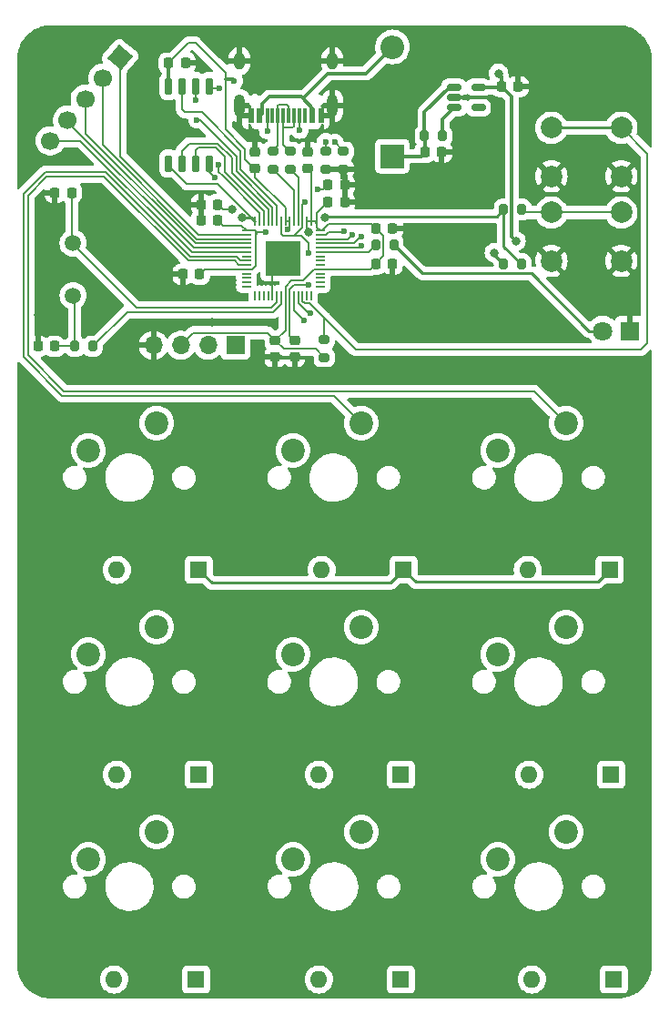
<source format=gbr>
%TF.GenerationSoftware,KiCad,Pcbnew,(6.99.0-4059-gb058ef2d87)*%
%TF.CreationDate,2022-11-01T12:35:59-04:00*%
%TF.ProjectId,rp2040_keyboard,72703230-3430-45f6-9b65-79626f617264,rev?*%
%TF.SameCoordinates,Original*%
%TF.FileFunction,Copper,L1,Top*%
%TF.FilePolarity,Positive*%
%FSLAX46Y46*%
G04 Gerber Fmt 4.6, Leading zero omitted, Abs format (unit mm)*
G04 Created by KiCad (PCBNEW (6.99.0-4059-gb058ef2d87)) date 2022-11-01 12:35:59*
%MOMM*%
%LPD*%
G01*
G04 APERTURE LIST*
G04 Aperture macros list*
%AMRoundRect*
0 Rectangle with rounded corners*
0 $1 Rounding radius*
0 $2 $3 $4 $5 $6 $7 $8 $9 X,Y pos of 4 corners*
0 Add a 4 corners polygon primitive as box body*
4,1,4,$2,$3,$4,$5,$6,$7,$8,$9,$2,$3,0*
0 Add four circle primitives for the rounded corners*
1,1,$1+$1,$2,$3*
1,1,$1+$1,$4,$5*
1,1,$1+$1,$6,$7*
1,1,$1+$1,$8,$9*
0 Add four rect primitives between the rounded corners*
20,1,$1+$1,$2,$3,$4,$5,0*
20,1,$1+$1,$4,$5,$6,$7,0*
20,1,$1+$1,$6,$7,$8,$9,0*
20,1,$1+$1,$8,$9,$2,$3,0*%
%AMHorizOval*
0 Thick line with rounded ends*
0 $1 width*
0 $2 $3 position (X,Y) of the first rounded end (center of the circle)*
0 $4 $5 position (X,Y) of the second rounded end (center of the circle)*
0 Add line between two ends*
20,1,$1,$2,$3,$4,$5,0*
0 Add two circle primitives to create the rounded ends*
1,1,$1,$2,$3*
1,1,$1,$4,$5*%
%AMRotRect*
0 Rectangle, with rotation*
0 The origin of the aperture is its center*
0 $1 length*
0 $2 width*
0 $3 Rotation angle, in degrees counterclockwise*
0 Add horizontal line*
21,1,$1,$2,0,0,$3*%
G04 Aperture macros list end*
%TA.AperFunction,ComponentPad*%
%ADD10C,2.000000*%
%TD*%
%TA.AperFunction,ComponentPad*%
%ADD11C,2.200000*%
%TD*%
%TA.AperFunction,SMDPad,CuDef*%
%ADD12RoundRect,0.225000X-0.225000X-0.250000X0.225000X-0.250000X0.225000X0.250000X-0.225000X0.250000X0*%
%TD*%
%TA.AperFunction,SMDPad,CuDef*%
%ADD13RoundRect,0.225000X0.225000X0.250000X-0.225000X0.250000X-0.225000X-0.250000X0.225000X-0.250000X0*%
%TD*%
%TA.AperFunction,ComponentPad*%
%ADD14R,1.600000X1.600000*%
%TD*%
%TA.AperFunction,ComponentPad*%
%ADD15O,1.600000X1.600000*%
%TD*%
%TA.AperFunction,ComponentPad*%
%ADD16R,2.200000X2.200000*%
%TD*%
%TA.AperFunction,ComponentPad*%
%ADD17O,2.200000X2.200000*%
%TD*%
%TA.AperFunction,SMDPad,CuDef*%
%ADD18RoundRect,0.200000X0.200000X0.275000X-0.200000X0.275000X-0.200000X-0.275000X0.200000X-0.275000X0*%
%TD*%
%TA.AperFunction,SMDPad,CuDef*%
%ADD19R,0.600000X1.450000*%
%TD*%
%TA.AperFunction,SMDPad,CuDef*%
%ADD20R,0.300000X1.450000*%
%TD*%
%TA.AperFunction,ComponentPad*%
%ADD21O,1.000000X2.100000*%
%TD*%
%TA.AperFunction,ComponentPad*%
%ADD22O,1.000000X1.600000*%
%TD*%
%TA.AperFunction,ComponentPad*%
%ADD23C,1.500000*%
%TD*%
%TA.AperFunction,ComponentPad*%
%ADD24R,1.700000X1.700000*%
%TD*%
%TA.AperFunction,ComponentPad*%
%ADD25O,1.700000X1.700000*%
%TD*%
%TA.AperFunction,SMDPad,CuDef*%
%ADD26RoundRect,0.225000X-0.250000X0.225000X-0.250000X-0.225000X0.250000X-0.225000X0.250000X0.225000X0*%
%TD*%
%TA.AperFunction,SMDPad,CuDef*%
%ADD27RoundRect,0.200000X-0.200000X-0.275000X0.200000X-0.275000X0.200000X0.275000X-0.200000X0.275000X0*%
%TD*%
%TA.AperFunction,ComponentPad*%
%ADD28RotRect,1.700000X1.700000X320.000000*%
%TD*%
%TA.AperFunction,ComponentPad*%
%ADD29HorizOval,1.700000X0.000000X0.000000X0.000000X0.000000X0*%
%TD*%
%TA.AperFunction,SMDPad,CuDef*%
%ADD30RoundRect,0.200000X0.275000X-0.200000X0.275000X0.200000X-0.275000X0.200000X-0.275000X-0.200000X0*%
%TD*%
%TA.AperFunction,SMDPad,CuDef*%
%ADD31RoundRect,0.200000X-0.275000X0.200000X-0.275000X-0.200000X0.275000X-0.200000X0.275000X0.200000X0*%
%TD*%
%TA.AperFunction,SMDPad,CuDef*%
%ADD32RoundRect,0.150000X0.150000X-0.650000X0.150000X0.650000X-0.150000X0.650000X-0.150000X-0.650000X0*%
%TD*%
%TA.AperFunction,ComponentPad*%
%ADD33R,1.800000X1.800000*%
%TD*%
%TA.AperFunction,ComponentPad*%
%ADD34C,1.800000*%
%TD*%
%TA.AperFunction,SMDPad,CuDef*%
%ADD35RoundRect,0.050000X-0.387500X-0.050000X0.387500X-0.050000X0.387500X0.050000X-0.387500X0.050000X0*%
%TD*%
%TA.AperFunction,SMDPad,CuDef*%
%ADD36RoundRect,0.050000X-0.050000X-0.387500X0.050000X-0.387500X0.050000X0.387500X-0.050000X0.387500X0*%
%TD*%
%TA.AperFunction,ComponentPad*%
%ADD37C,0.500000*%
%TD*%
%TA.AperFunction,SMDPad,CuDef*%
%ADD38R,3.200000X3.200000*%
%TD*%
%TA.AperFunction,SMDPad,CuDef*%
%ADD39RoundRect,0.150000X-0.512500X-0.150000X0.512500X-0.150000X0.512500X0.150000X-0.512500X0.150000X0*%
%TD*%
%TA.AperFunction,SMDPad,CuDef*%
%ADD40RoundRect,0.225000X0.250000X-0.225000X0.250000X0.225000X-0.250000X0.225000X-0.250000X-0.225000X0*%
%TD*%
%TA.AperFunction,ViaPad*%
%ADD41C,0.800000*%
%TD*%
%TA.AperFunction,ViaPad*%
%ADD42C,0.600000*%
%TD*%
%TA.AperFunction,Conductor*%
%ADD43C,0.200000*%
%TD*%
%TA.AperFunction,Conductor*%
%ADD44C,0.300000*%
%TD*%
%TA.AperFunction,Conductor*%
%ADD45C,0.250000*%
%TD*%
G04 APERTURE END LIST*
D10*
%TO.P,SW11,1,1*%
%TO.N,/RUN*%
X152198000Y-59980000D03*
X158698000Y-59980000D03*
%TO.P,SW11,2,2*%
%TO.N,GND*%
X152198000Y-64480000D03*
X158698000Y-64480000D03*
%TD*%
D11*
%TO.P,SW3,1,COL*%
%TO.N,/COL_0*%
X115483000Y-125476000D03*
%TO.P,SW3,2,ROW*%
%TO.N,Net-(D5-A)*%
X109133000Y-128016000D03*
%TD*%
D12*
%TO.P,C4,1*%
%TO.N,+3V3*%
X135864000Y-72644000D03*
%TO.P,C4,2*%
%TO.N,GND*%
X137414000Y-72644000D03*
%TD*%
D13*
%TO.P,C16,1*%
%TO.N,GND*%
X118148400Y-53949600D03*
%TO.P,C16,2*%
%TO.N,+3V3*%
X116598400Y-53949600D03*
%TD*%
D14*
%TO.P,D11,1,K*%
%TO.N,/ROW_2*%
X157999999Y-139191999D03*
D15*
%TO.P,D11,2,A*%
%TO.N,Net-(D11-A)*%
X150379999Y-139191999D03*
%TD*%
D16*
%TO.P,D2,1,K*%
%TO.N,/VSYS*%
X137413999Y-62610999D03*
D17*
%TO.P,D2,2,A*%
%TO.N,Net-(D2-A)*%
X137413999Y-52450999D03*
%TD*%
D18*
%TO.P,R6,1*%
%TO.N,/XOUT*%
X109525000Y-80300000D03*
%TO.P,R6,2*%
%TO.N,Net-(C13-Pad1)*%
X107875000Y-80300000D03*
%TD*%
D19*
%TO.P,J1,A1,GND*%
%TO.N,GND*%
X130757999Y-58856999D03*
%TO.P,J1,A4,VBUS*%
%TO.N,Net-(D2-A)*%
X129957999Y-58856999D03*
D20*
%TO.P,J1,A5,CC1*%
%TO.N,Net-(J1-CC1)*%
X128757999Y-58856999D03*
%TO.P,J1,A6,D+*%
%TO.N,/USB_P*%
X127757999Y-58856999D03*
%TO.P,J1,A7,D-*%
%TO.N,/USB_N*%
X127257999Y-58856999D03*
%TO.P,J1,A8,SBU1*%
%TO.N,unconnected-(J1-SBU1)*%
X126257999Y-58856999D03*
D19*
%TO.P,J1,A9,VBUS*%
%TO.N,Net-(D2-A)*%
X125057999Y-58856999D03*
%TO.P,J1,A12,GND*%
%TO.N,GND*%
X124257999Y-58856999D03*
%TO.P,J1,B1,GND*%
X124257999Y-58856999D03*
%TO.P,J1,B4,VBUS*%
%TO.N,Net-(D2-A)*%
X125057999Y-58856999D03*
D20*
%TO.P,J1,B5,CC2*%
%TO.N,Net-(J1-CC2)*%
X125757999Y-58856999D03*
%TO.P,J1,B6,D+*%
%TO.N,/USB_P*%
X126757999Y-58856999D03*
%TO.P,J1,B7,D-*%
%TO.N,/USB_N*%
X128257999Y-58856999D03*
%TO.P,J1,B8,SBU2*%
%TO.N,unconnected-(J1-SBU2)*%
X129257999Y-58856999D03*
D19*
%TO.P,J1,B9,VBUS*%
%TO.N,Net-(D2-A)*%
X129957999Y-58856999D03*
%TO.P,J1,B12,GND*%
%TO.N,GND*%
X130757999Y-58856999D03*
D21*
%TO.P,J1,S1,SHIELD*%
X131827999Y-57941999D03*
D22*
X131827999Y-53761999D03*
D21*
X123187999Y-57941999D03*
D22*
X123187999Y-53761999D03*
%TD*%
D14*
%TO.P,D3,1,K*%
%TO.N,/ROW_0*%
X119391999Y-101091999D03*
D15*
%TO.P,D3,2,A*%
%TO.N,Net-(D3-A)*%
X111771999Y-101091999D03*
%TD*%
D23*
%TO.P,Y1,1,1*%
%TO.N,/XIN*%
X107700000Y-70700000D03*
%TO.P,Y1,2,2*%
%TO.N,Net-(C13-Pad1)*%
X107700000Y-75580000D03*
%TD*%
D13*
%TO.P,C12,1*%
%TO.N,/XIN*%
X107575000Y-66000000D03*
%TO.P,C12,2*%
%TO.N,GND*%
X106025000Y-66000000D03*
%TD*%
D11*
%TO.P,SW4,1,COL*%
%TO.N,/COL_1*%
X134493000Y-87439000D03*
%TO.P,SW4,2,ROW*%
%TO.N,Net-(D6-A)*%
X128143000Y-89979000D03*
%TD*%
D13*
%TO.P,C1,1*%
%TO.N,+3V3*%
X121175000Y-68600000D03*
%TO.P,C1,2*%
%TO.N,GND*%
X119625000Y-68600000D03*
%TD*%
D24*
%TO.P,J2,1,Pin_1*%
%TO.N,/SWCLK*%
X122799999Y-80199999D03*
D25*
%TO.P,J2,2,Pin_2*%
%TO.N,/SWDIO*%
X120259999Y-80199999D03*
%TO.P,J2,3,Pin_3*%
%TO.N,+3V3*%
X117719999Y-80199999D03*
%TO.P,J2,4,Pin_4*%
%TO.N,GND*%
X115179999Y-80199999D03*
%TD*%
D26*
%TO.P,C9,1*%
%TO.N,/+1.1V*%
X128300000Y-79743000D03*
%TO.P,C9,2*%
%TO.N,GND*%
X128300000Y-81293000D03*
%TD*%
D12*
%TO.P,C5,1*%
%TO.N,+3V3*%
X135877000Y-69342000D03*
%TO.P,C5,2*%
%TO.N,GND*%
X137427000Y-69342000D03*
%TD*%
D13*
%TO.P,C15,1*%
%TO.N,/+1.1V*%
X121175000Y-67100000D03*
%TO.P,C15,2*%
%TO.N,GND*%
X119625000Y-67100000D03*
%TD*%
D27*
%TO.P,R1,1*%
%TO.N,/GPIO25*%
X135890000Y-70866000D03*
%TO.P,R1,2*%
%TO.N,Net-(D1-A)*%
X137540000Y-70866000D03*
%TD*%
D26*
%TO.P,C3,1*%
%TO.N,+3V3*%
X126492000Y-79743000D03*
%TO.P,C3,2*%
%TO.N,GND*%
X126492000Y-81293000D03*
%TD*%
D13*
%TO.P,C13,1*%
%TO.N,Net-(C13-Pad1)*%
X105975000Y-80300000D03*
%TO.P,C13,2*%
%TO.N,GND*%
X104425000Y-80300000D03*
%TD*%
D12*
%TO.P,C14,1*%
%TO.N,+3V3*%
X131425000Y-66900000D03*
%TO.P,C14,2*%
%TO.N,GND*%
X132975000Y-66900000D03*
%TD*%
D11*
%TO.P,SW2,1,COL*%
%TO.N,/COL_0*%
X115483000Y-106426000D03*
%TO.P,SW2,2,ROW*%
%TO.N,Net-(D4-A)*%
X109133000Y-108966000D03*
%TD*%
D28*
%TO.P,J3,1,Pin_1*%
%TO.N,/GPIO0*%
X112099999Y-53399999D03*
D29*
%TO.P,J3,2,Pin_2*%
%TO.N,/GPIO1*%
X110467318Y-55345752D03*
%TO.P,J3,3,Pin_3*%
%TO.N,/GPIO2*%
X108834638Y-57291505D03*
%TO.P,J3,4,Pin_4*%
%TO.N,/GPIO3*%
X107201957Y-59237258D03*
%TO.P,J3,5,Pin_5*%
%TO.N,/GPIO4*%
X105569277Y-61183011D03*
%TD*%
D30*
%TO.P,R7,1*%
%TO.N,Net-(U1-USB_DP)*%
X126268000Y-63817000D03*
%TO.P,R7,2*%
%TO.N,/USB_P*%
X126268000Y-62167000D03*
%TD*%
D31*
%TO.P,R2,1*%
%TO.N,Net-(J1-CC1)*%
X131191000Y-62167000D03*
%TO.P,R2,2*%
%TO.N,GND*%
X131191000Y-63817000D03*
%TD*%
%TO.P,R8,1*%
%TO.N,/USB_N*%
X127889000Y-62167000D03*
%TO.P,R8,2*%
%TO.N,Net-(U1-USB_DM)*%
X127889000Y-63817000D03*
%TD*%
D11*
%TO.P,SW7,1,COL*%
%TO.N,/COL_2*%
X153543000Y-87439000D03*
%TO.P,SW7,2,ROW*%
%TO.N,Net-(D9-A)*%
X147193000Y-89979000D03*
%TD*%
D12*
%TO.P,C11,1*%
%TO.N,+3V3*%
X147561000Y-56134000D03*
%TO.P,C11,2*%
%TO.N,GND*%
X149111000Y-56134000D03*
%TD*%
%TO.P,C10,1*%
%TO.N,/+1.1V*%
X131425000Y-65300000D03*
%TO.P,C10,2*%
%TO.N,GND*%
X132975000Y-65300000D03*
%TD*%
D14*
%TO.P,D8,1,K*%
%TO.N,/ROW_2*%
X138187999Y-139191999D03*
D15*
%TO.P,D8,2,A*%
%TO.N,Net-(D8-A)*%
X130567999Y-139191999D03*
%TD*%
D11*
%TO.P,SW6,1,COL*%
%TO.N,/COL_1*%
X134518400Y-125476000D03*
%TO.P,SW6,2,ROW*%
%TO.N,Net-(D8-A)*%
X128168400Y-128016000D03*
%TD*%
D18*
%TO.P,R10,1*%
%TO.N,/QSPI_CS*%
X149415000Y-72644000D03*
%TO.P,R10,2*%
%TO.N,+3V3*%
X147765000Y-72644000D03*
%TD*%
D31*
%TO.P,R3,1*%
%TO.N,Net-(J1-CC2)*%
X132842000Y-62167000D03*
%TO.P,R3,2*%
%TO.N,GND*%
X132842000Y-63817000D03*
%TD*%
D32*
%TO.P,U3,1,~{CS}*%
%TO.N,/QSPI_CS*%
X116560600Y-63290000D03*
%TO.P,U3,2,DO(IO1)*%
%TO.N,/QSPI_SD0*%
X117830600Y-63290000D03*
%TO.P,U3,3,IO2*%
%TO.N,/QSPI_SD2*%
X119100600Y-63290000D03*
%TO.P,U3,4,GND*%
%TO.N,GND*%
X120370600Y-63290000D03*
%TO.P,U3,5,DI(IO0)*%
%TO.N,/QSPI_SD1*%
X120370600Y-56090000D03*
%TO.P,U3,6,CLK*%
%TO.N,/QSPI_SCK*%
X119100600Y-56090000D03*
%TO.P,U3,7,IO3*%
%TO.N,/QSPI_SD3*%
X117830600Y-56090000D03*
%TO.P,U3,8,VCC*%
%TO.N,+3V3*%
X116560600Y-56090000D03*
%TD*%
D33*
%TO.P,D1,1,K*%
%TO.N,GND*%
X159516999Y-78866999D03*
D34*
%TO.P,D1,2,A*%
%TO.N,Net-(D1-A)*%
X156977000Y-78867000D03*
%TD*%
D14*
%TO.P,D9,1,K*%
%TO.N,/ROW_0*%
X157619999Y-101091999D03*
D15*
%TO.P,D9,2,A*%
%TO.N,Net-(D9-A)*%
X149999999Y-101091999D03*
%TD*%
D18*
%TO.P,R9,1*%
%TO.N,/USB_BOOT*%
X149415000Y-67564000D03*
%TO.P,R9,2*%
%TO.N,/QSPI_CS*%
X147765000Y-67564000D03*
%TD*%
D14*
%TO.P,D10,1,K*%
%TO.N,/ROW_1*%
X157745999Y-120141999D03*
D15*
%TO.P,D10,2,A*%
%TO.N,Net-(D10-A)*%
X150125999Y-120141999D03*
%TD*%
D14*
%TO.P,D5,1,K*%
%TO.N,/ROW_2*%
X119137999Y-139191999D03*
D15*
%TO.P,D5,2,A*%
%TO.N,Net-(D5-A)*%
X111517999Y-139191999D03*
%TD*%
D14*
%TO.P,D6,1,K*%
%TO.N,/ROW_0*%
X138441999Y-101091999D03*
D15*
%TO.P,D6,2,A*%
%TO.N,Net-(D6-A)*%
X130821999Y-101091999D03*
%TD*%
D14*
%TO.P,D4,1,K*%
%TO.N,/ROW_1*%
X119391999Y-120141999D03*
D15*
%TO.P,D4,2,A*%
%TO.N,Net-(D4-A)*%
X111771999Y-120141999D03*
%TD*%
D35*
%TO.P,U1,1,IOVDD*%
%TO.N,+3V3*%
X123816500Y-69536000D03*
%TO.P,U1,2,GPIO0*%
%TO.N,/GPIO0*%
X123816500Y-69936000D03*
%TO.P,U1,3,GPIO1*%
%TO.N,/GPIO1*%
X123816500Y-70336000D03*
%TO.P,U1,4,GPIO2*%
%TO.N,/GPIO2*%
X123816500Y-70736000D03*
%TO.P,U1,5,GPIO3*%
%TO.N,/GPIO3*%
X123816500Y-71136000D03*
%TO.P,U1,6,GPIO4*%
%TO.N,/GPIO4*%
X123816500Y-71536000D03*
%TO.P,U1,7,GPIO5*%
%TO.N,unconnected-(U1-GPIO5)*%
X123816500Y-71936000D03*
%TO.P,U1,8,GPIO6*%
%TO.N,/COL_1*%
X123816500Y-72336000D03*
%TO.P,U1,9,GPIO7*%
%TO.N,/COL_2*%
X123816500Y-72736000D03*
%TO.P,U1,10,IOVDD*%
%TO.N,+3V3*%
X123816500Y-73136000D03*
%TO.P,U1,11,GPIO8*%
%TO.N,unconnected-(U1-GPIO8)*%
X123816500Y-73536000D03*
%TO.P,U1,12,GPIO9*%
%TO.N,unconnected-(U1-GPIO9)*%
X123816500Y-73936000D03*
%TO.P,U1,13,GPIO10*%
%TO.N,unconnected-(U1-GPIO10)*%
X123816500Y-74336000D03*
%TO.P,U1,14,GPIO11*%
%TO.N,unconnected-(U1-GPIO11)*%
X123816500Y-74736000D03*
D36*
%TO.P,U1,15,GPIO12*%
%TO.N,unconnected-(U1-GPIO12)*%
X124654000Y-75573500D03*
%TO.P,U1,16,GPIO13*%
%TO.N,unconnected-(U1-GPIO13)*%
X125054000Y-75573500D03*
%TO.P,U1,17,GPIO14*%
%TO.N,unconnected-(U1-GPIO14)*%
X125454000Y-75573500D03*
%TO.P,U1,18,GPIO15*%
%TO.N,unconnected-(U1-GPIO15)*%
X125854000Y-75573500D03*
%TO.P,U1,19,TESTEN*%
%TO.N,GND*%
X126254000Y-75573500D03*
%TO.P,U1,20,XIN*%
%TO.N,/XIN*%
X126654000Y-75573500D03*
%TO.P,U1,21,XOUT*%
%TO.N,/XOUT*%
X127054000Y-75573500D03*
%TO.P,U1,22,IOVDD*%
%TO.N,+3V3*%
X127454000Y-75573500D03*
%TO.P,U1,23,DVDD*%
%TO.N,/+1.1V*%
X127854000Y-75573500D03*
%TO.P,U1,24,SWCLK*%
%TO.N,/SWCLK*%
X128254000Y-75573500D03*
%TO.P,U1,25,SWDIO*%
%TO.N,/SWDIO*%
X128654000Y-75573500D03*
%TO.P,U1,26,RUN*%
%TO.N,/RUN*%
X129054000Y-75573500D03*
%TO.P,U1,27,GPIO16*%
%TO.N,unconnected-(U1-GPIO16)*%
X129454000Y-75573500D03*
%TO.P,U1,28,GPIO17*%
%TO.N,unconnected-(U1-GPIO17)*%
X129854000Y-75573500D03*
D35*
%TO.P,U1,29,GPIO18*%
%TO.N,unconnected-(U1-GPIO18)*%
X130691500Y-74736000D03*
%TO.P,U1,30,GPIO19*%
%TO.N,unconnected-(U1-GPIO19)*%
X130691500Y-74336000D03*
%TO.P,U1,31,GPIO20*%
%TO.N,unconnected-(U1-GPIO20)*%
X130691500Y-73936000D03*
%TO.P,U1,32,GPIO21*%
%TO.N,unconnected-(U1-GPIO21)*%
X130691500Y-73536000D03*
%TO.P,U1,33,IOVDD*%
%TO.N,+3V3*%
X130691500Y-73136000D03*
%TO.P,U1,34,GPIO22*%
%TO.N,unconnected-(U1-GPIO22)*%
X130691500Y-72736000D03*
%TO.P,U1,35,GPIO23*%
%TO.N,unconnected-(U1-GPIO23)*%
X130691500Y-72336000D03*
%TO.P,U1,36,GPIO24*%
%TO.N,unconnected-(U1-GPIO24)*%
X130691500Y-71936000D03*
%TO.P,U1,37,GPIO25*%
%TO.N,/GPIO25*%
X130691500Y-71536000D03*
%TO.P,U1,38,GPIO26/ADC0*%
%TO.N,/ROW_0*%
X130691500Y-71136000D03*
%TO.P,U1,39,GPIO27/ADC1*%
%TO.N,/ROW_1*%
X130691500Y-70736000D03*
%TO.P,U1,40,GPIO28/ADC2*%
%TO.N,/ROW_2*%
X130691500Y-70336000D03*
%TO.P,U1,41,GPIO29/ADC3*%
%TO.N,/COL_0*%
X130691500Y-69936000D03*
%TO.P,U1,42,IOVDD*%
%TO.N,+3V3*%
X130691500Y-69536000D03*
D36*
%TO.P,U1,43,ADC_AVDD*%
X129854000Y-68698500D03*
%TO.P,U1,44,VREG_VIN*%
X129454000Y-68698500D03*
%TO.P,U1,45,VREG_VOUT*%
%TO.N,/+1.1V*%
X129054000Y-68698500D03*
%TO.P,U1,46,USB_DM*%
%TO.N,Net-(U1-USB_DM)*%
X128654000Y-68698500D03*
%TO.P,U1,47,USB_DP*%
%TO.N,Net-(U1-USB_DP)*%
X128254000Y-68698500D03*
%TO.P,U1,48,USB_VDD*%
%TO.N,+3V3*%
X127854000Y-68698500D03*
%TO.P,U1,49,IOVDD*%
X127454000Y-68698500D03*
%TO.P,U1,50,DVDD*%
%TO.N,/+1.1V*%
X127054000Y-68698500D03*
%TO.P,U1,51,QSPI_SD3*%
%TO.N,/QSPI_SD3*%
X126654000Y-68698500D03*
%TO.P,U1,52,QSPI_SCLK*%
%TO.N,/QSPI_SCK*%
X126254000Y-68698500D03*
%TO.P,U1,53,QSPI_SD0*%
%TO.N,/QSPI_SD0*%
X125854000Y-68698500D03*
%TO.P,U1,54,QSPI_SD2*%
%TO.N,/QSPI_SD2*%
X125454000Y-68698500D03*
%TO.P,U1,55,QSPI_SD1*%
%TO.N,/QSPI_SD1*%
X125054000Y-68698500D03*
%TO.P,U1,56,QSPI_SS_N*%
%TO.N,/QSPI_CS*%
X124654000Y-68698500D03*
D37*
%TO.P,U1,57,GND*%
%TO.N,GND*%
X125904000Y-70786000D03*
X125904000Y-73486000D03*
D38*
X127253999Y-72135999D03*
D37*
X128604000Y-70786000D03*
X128604000Y-73486000D03*
%TD*%
D13*
%TO.P,C2,1*%
%TO.N,+3V3*%
X119475000Y-73600000D03*
%TO.P,C2,2*%
%TO.N,GND*%
X117925000Y-73600000D03*
%TD*%
D39*
%TO.P,U2,1,VIN*%
%TO.N,/VSYS*%
X143134500Y-56200000D03*
%TO.P,U2,2,GND*%
%TO.N,GND*%
X143134500Y-57150000D03*
%TO.P,U2,3,EN*%
%TO.N,Net-(U2-EN)*%
X143134500Y-58100000D03*
%TO.P,U2,4,NC*%
%TO.N,unconnected-(U2-NC)*%
X145409500Y-58100000D03*
%TO.P,U2,5,VOUT*%
%TO.N,+3V3*%
X145409500Y-56200000D03*
%TD*%
D11*
%TO.P,SW8,1,COL*%
%TO.N,/COL_2*%
X153543000Y-106426000D03*
%TO.P,SW8,2,ROW*%
%TO.N,Net-(D10-A)*%
X147193000Y-108966000D03*
%TD*%
%TO.P,SW1,1,COL*%
%TO.N,/COL_0*%
X115483000Y-87439000D03*
%TO.P,SW1,2,ROW*%
%TO.N,Net-(D3-A)*%
X109133000Y-89979000D03*
%TD*%
D40*
%TO.P,C6,1*%
%TO.N,+3V3*%
X124587000Y-63767000D03*
%TO.P,C6,2*%
%TO.N,GND*%
X124587000Y-62217000D03*
%TD*%
D10*
%TO.P,SW10,1,1*%
%TO.N,/USB_BOOT*%
X152198000Y-67854000D03*
X158698000Y-67854000D03*
%TO.P,SW10,2,2*%
%TO.N,GND*%
X152198000Y-72354000D03*
X158698000Y-72354000D03*
%TD*%
D30*
%TO.P,R4,1*%
%TO.N,+3V3*%
X131064000Y-81343000D03*
%TO.P,R4,2*%
%TO.N,/RUN*%
X131064000Y-79693000D03*
%TD*%
D14*
%TO.P,D7,1,K*%
%TO.N,/ROW_1*%
X138187999Y-120141999D03*
D15*
%TO.P,D7,2,A*%
%TO.N,Net-(D7-A)*%
X130567999Y-120141999D03*
%TD*%
D11*
%TO.P,SW9,1,COL*%
%TO.N,/COL_2*%
X153568400Y-125476000D03*
%TO.P,SW9,2,ROW*%
%TO.N,Net-(D11-A)*%
X147218400Y-128016000D03*
%TD*%
D12*
%TO.P,C7,1*%
%TO.N,/VSYS*%
X140449000Y-62230000D03*
%TO.P,C7,2*%
%TO.N,GND*%
X141999000Y-62230000D03*
%TD*%
D11*
%TO.P,SW5,1,COL*%
%TO.N,/COL_1*%
X134493000Y-106426000D03*
%TO.P,SW5,2,ROW*%
%TO.N,Net-(D7-A)*%
X128143000Y-108966000D03*
%TD*%
D40*
%TO.P,C8,1*%
%TO.N,+3V3*%
X129540000Y-63767000D03*
%TO.P,C8,2*%
%TO.N,GND*%
X129540000Y-62217000D03*
%TD*%
D27*
%TO.P,R5,1*%
%TO.N,/VSYS*%
X140399000Y-60706000D03*
%TO.P,R5,2*%
%TO.N,Net-(U2-EN)*%
X142049000Y-60706000D03*
%TD*%
D41*
%TO.N,+3V3*%
X129600000Y-69700000D03*
D42*
X122700000Y-55600000D03*
D41*
X147288000Y-54912000D03*
D42*
X127700000Y-69400500D03*
D41*
X146900000Y-71600000D03*
D42*
X125600000Y-69700000D03*
D41*
X148900000Y-70500000D03*
%TO.N,GND*%
X141700000Y-138100000D03*
X142400000Y-104400000D03*
X157900000Y-52200000D03*
X154900000Y-54700000D03*
X120600000Y-78100000D03*
X123800000Y-97200000D03*
X141900000Y-70900000D03*
X121400000Y-74800000D03*
X159000000Y-87400000D03*
X126700000Y-52500000D03*
X155600000Y-62600000D03*
X120700000Y-136300000D03*
X122400000Y-120200000D03*
X149200000Y-51400000D03*
X104300000Y-130100000D03*
X145000000Y-52700000D03*
X114100000Y-56700000D03*
X142200000Y-117900000D03*
X121100000Y-103800000D03*
X142100000Y-111400000D03*
X155800000Y-70500000D03*
X111600000Y-68100000D03*
X103600000Y-107600000D03*
X139600000Y-65800000D03*
X160800000Y-98500000D03*
D42*
X120853200Y-64566800D03*
D41*
X159200000Y-126300000D03*
X160600000Y-135100000D03*
X114600000Y-71500000D03*
X160400000Y-106100000D03*
X142400000Y-124400000D03*
X160000000Y-114600000D03*
X104000000Y-116500000D03*
X104300000Y-90100000D03*
X119800000Y-54300000D03*
X133400000Y-82500000D03*
X121500000Y-111400000D03*
X112000000Y-81700000D03*
X114800000Y-74900000D03*
X104500000Y-77400000D03*
X157900000Y-75600000D03*
X134400000Y-77400000D03*
X142400000Y-98600000D03*
X122400000Y-90300000D03*
X144500000Y-77300000D03*
X145200000Y-82100000D03*
X121600000Y-128600000D03*
X142800000Y-87800000D03*
X142100000Y-132000000D03*
X145100000Y-63100000D03*
D42*
%TO.N,/+1.1V*%
X129600000Y-71600000D03*
D41*
X122500000Y-67600000D03*
D42*
X130453500Y-65735200D03*
X129254500Y-66903600D03*
X129600000Y-74600000D03*
%TO.N,/ROW_0*%
X134500000Y-70936500D03*
%TO.N,/ROW_1*%
X138100000Y-120500000D03*
X134500000Y-70136997D03*
%TO.N,/ROW_2*%
X133700000Y-69900000D03*
X137800000Y-139500000D03*
%TO.N,Net-(J1-CC1)*%
X128778000Y-60198000D03*
X131191000Y-61264800D03*
%TO.N,Net-(J1-CC2)*%
X125806200Y-60248800D03*
X132054600Y-61315600D03*
%TO.N,/SWCLK*%
X129156860Y-77879119D03*
%TO.N,/SWDIO*%
X129776089Y-77223911D03*
D41*
%TO.N,/QSPI_CS*%
X131100000Y-68300000D03*
X123400000Y-68300000D03*
D42*
%TO.N,/COL_0*%
X132900000Y-69600000D03*
%TO.N,/QSPI_SCK*%
X119227600Y-59232800D03*
X119126000Y-57378600D03*
%TO.N,/QSPI_SD1*%
X121240614Y-63449200D03*
X121285000Y-56337200D03*
%TD*%
D43*
%TO.N,+3V3*%
X130853950Y-69536000D02*
X130691500Y-69536000D01*
X125799000Y-79050000D02*
X118870000Y-79050000D01*
D44*
X147561000Y-56134000D02*
X148515000Y-57088000D01*
D43*
X129854000Y-68698500D02*
X129854000Y-64081000D01*
X130198500Y-68698500D02*
X130400000Y-68900000D01*
X121885000Y-54885000D02*
X119100000Y-52100000D01*
X118448000Y-52100000D02*
X116598400Y-53949600D01*
X123816500Y-69536000D02*
X124636000Y-69536000D01*
X131064000Y-81343000D02*
X130264000Y-80543000D01*
X119939000Y-73136000D02*
X123816500Y-73136000D01*
X129454000Y-69554000D02*
X129600000Y-69700000D01*
X124587000Y-64566800D02*
X124587000Y-63767000D01*
D44*
X146900000Y-71600000D02*
X146900000Y-71779000D01*
D43*
X135877000Y-69342000D02*
X136590000Y-70055000D01*
X124700000Y-72784975D02*
X124348975Y-73136000D01*
D44*
X145409500Y-56200000D02*
X147495000Y-56200000D01*
X148515000Y-57088000D02*
X148515000Y-70115000D01*
D43*
X127454000Y-74746000D02*
X127454000Y-75573500D01*
X136590000Y-71918000D02*
X135864000Y-72644000D01*
X128000000Y-74200000D02*
X127454000Y-74746000D01*
X119100000Y-52100000D02*
X118448000Y-52100000D01*
D44*
X148515000Y-70115000D02*
X148900000Y-70500000D01*
D43*
X130400000Y-69244500D02*
X130400000Y-68900000D01*
X129454000Y-68698500D02*
X129854000Y-68698500D01*
X121885000Y-55485000D02*
X121885000Y-54885000D01*
X130400000Y-68900000D02*
X130400000Y-67925000D01*
X129454000Y-68698500D02*
X129454000Y-69554000D01*
X136590000Y-70055000D02*
X136590000Y-71918000D01*
X129854000Y-68698500D02*
X130198500Y-68698500D01*
X130264000Y-80543000D02*
X127292000Y-80543000D01*
X129095025Y-74200000D02*
X128000000Y-74200000D01*
X121175000Y-68600000D02*
X121663000Y-69088000D01*
X127454000Y-78781000D02*
X126492000Y-79743000D01*
X124348975Y-73136000D02*
X123800000Y-73136000D01*
X130691500Y-73136000D02*
X130159025Y-73136000D01*
X126492000Y-79743000D02*
X125799000Y-79050000D01*
D44*
X146900000Y-71779000D02*
X147765000Y-72644000D01*
D43*
X127454000Y-75573500D02*
X127454000Y-78781000D01*
D44*
X122700000Y-55600000D02*
X122585000Y-55485000D01*
D43*
X124700000Y-69900000D02*
X124700000Y-72784975D01*
D44*
X147561000Y-55185000D02*
X147561000Y-56134000D01*
D43*
X127854000Y-68698500D02*
X127854000Y-69246500D01*
X130400000Y-67925000D02*
X131425000Y-66900000D01*
X123368500Y-69088000D02*
X123816500Y-69536000D01*
X135372000Y-73136000D02*
X130691500Y-73136000D01*
X130691500Y-69536000D02*
X130400000Y-69244500D01*
X124587000Y-63767000D02*
X124567000Y-63767000D01*
X129854000Y-64081000D02*
X129540000Y-63767000D01*
X135435000Y-68900000D02*
X131489950Y-68900000D01*
X131489950Y-68900000D02*
X130853950Y-69536000D01*
X119475000Y-73600000D02*
X119939000Y-73136000D01*
X135877000Y-69342000D02*
X135435000Y-68900000D01*
X118870000Y-79050000D02*
X117720000Y-80200000D01*
X124900000Y-69700000D02*
X124700000Y-69900000D01*
X124636000Y-69536000D02*
X124700000Y-69600000D01*
D44*
X147288000Y-54912000D02*
X147561000Y-55185000D01*
D43*
X125600000Y-69700000D02*
X124900000Y-69700000D01*
X123691600Y-62891600D02*
X123691600Y-61937314D01*
X127854000Y-69246500D02*
X127700000Y-69400500D01*
X130159025Y-73136000D02*
X129095025Y-74200000D01*
X135864000Y-72644000D02*
X135372000Y-73136000D01*
X121663000Y-69088000D02*
X123368500Y-69088000D01*
D44*
X122585000Y-55485000D02*
X121885000Y-55485000D01*
X116598400Y-56052200D02*
X116560600Y-56090000D01*
D43*
X127454000Y-67433800D02*
X124587000Y-64566800D01*
X121885000Y-60130714D02*
X121885000Y-55485000D01*
X127854000Y-68698500D02*
X127454000Y-68698500D01*
X127454000Y-68698500D02*
X127454000Y-67433800D01*
X124567000Y-63767000D02*
X123691600Y-62891600D01*
X123691600Y-61937314D02*
X121885000Y-60130714D01*
X124700000Y-69600000D02*
X124700000Y-69900000D01*
D44*
X147495000Y-56200000D02*
X147561000Y-56134000D01*
X116598400Y-53949600D02*
X116598400Y-56052200D01*
D43*
X127292000Y-80543000D02*
X126492000Y-79743000D01*
%TO.N,GND*%
X120370600Y-64084200D02*
X120853200Y-64566800D01*
X126254000Y-75573500D02*
X126254000Y-73136000D01*
X120370600Y-63290000D02*
X120370600Y-64084200D01*
X126254000Y-73136000D02*
X127254000Y-72136000D01*
D44*
%TO.N,/VSYS*%
X140399000Y-58508400D02*
X142707400Y-56200000D01*
X140399000Y-60706000D02*
X140399000Y-58508400D01*
X142707400Y-56200000D02*
X143134500Y-56200000D01*
X140068000Y-62611000D02*
X140449000Y-62230000D01*
X140449000Y-60756000D02*
X140399000Y-60706000D01*
X137414000Y-62611000D02*
X140068000Y-62611000D01*
X140449000Y-62230000D02*
X140449000Y-60756000D01*
D43*
%TO.N,/XIN*%
X107700000Y-70700000D02*
X107700000Y-70800000D01*
X107575000Y-70575000D02*
X107700000Y-70700000D01*
X107700000Y-70800000D02*
X113600000Y-76700000D01*
X107575000Y-66000000D02*
X107575000Y-70575000D01*
X126134314Y-76700000D02*
X126654000Y-76180314D01*
X126654000Y-76180314D02*
X126654000Y-75573500D01*
X113600000Y-76700000D02*
X126134314Y-76700000D01*
%TO.N,Net-(C13-Pad1)*%
X105975000Y-80300000D02*
X107875000Y-80300000D01*
X107700000Y-75580000D02*
X107875000Y-75755000D01*
X107875000Y-75755000D02*
X107875000Y-80300000D01*
%TO.N,/+1.1V*%
X127854000Y-75041025D02*
X128295025Y-74600000D01*
X127054000Y-68698500D02*
X127054000Y-69854000D01*
X127854000Y-75573500D02*
X127854000Y-79297000D01*
X128295025Y-74600000D02*
X129600000Y-74600000D01*
X128900000Y-70000000D02*
X128300000Y-70000000D01*
X127054000Y-69854000D02*
X127200000Y-70000000D01*
X121675000Y-67600000D02*
X121175000Y-67100000D01*
X129054000Y-68698500D02*
X129054000Y-67104100D01*
X129054000Y-67104100D02*
X129254500Y-66903600D01*
X127854000Y-75573500D02*
X127854000Y-75041025D01*
X128284975Y-70000000D02*
X128848975Y-69436000D01*
X130453500Y-65735200D02*
X130989800Y-65735200D01*
X122500000Y-67600000D02*
X121675000Y-67600000D01*
X127854000Y-79297000D02*
X128300000Y-79743000D01*
X129054000Y-69230975D02*
X129054000Y-68698500D01*
X127200000Y-70000000D02*
X128284975Y-70000000D01*
X130989800Y-65735200D02*
X131425000Y-65300000D01*
X128848975Y-69436000D02*
X129054000Y-69230975D01*
X129600000Y-71600000D02*
X129600000Y-70700000D01*
X129600000Y-70700000D02*
X128900000Y-70000000D01*
D45*
%TO.N,Net-(D1-A)*%
X155704208Y-78867000D02*
X150337208Y-73500000D01*
X156977000Y-78867000D02*
X155704208Y-78867000D01*
X150337208Y-73500000D02*
X140174000Y-73500000D01*
X140174000Y-73500000D02*
X137540000Y-70866000D01*
D44*
%TO.N,Net-(D2-A)*%
X125940800Y-57099200D02*
X128930400Y-57099200D01*
X125258000Y-57782000D02*
X125940800Y-57099200D01*
X129082800Y-57251600D02*
X129958000Y-58126800D01*
X134953000Y-54912000D02*
X137414000Y-52451000D01*
X129082800Y-57251600D02*
X131422400Y-54912000D01*
X125258000Y-58657000D02*
X125258000Y-57782000D01*
X131422400Y-54912000D02*
X134953000Y-54912000D01*
X129958000Y-58126800D02*
X129958000Y-58857000D01*
X125058000Y-58857000D02*
X125258000Y-58657000D01*
X128930400Y-57099200D02*
X129082800Y-57251600D01*
D45*
%TO.N,/ROW_0*%
X137234000Y-102300000D02*
X120600000Y-102300000D01*
X138442000Y-101092000D02*
X137234000Y-102300000D01*
D43*
X130691500Y-71136000D02*
X134300500Y-71136000D01*
D45*
X120600000Y-102300000D02*
X119392000Y-101092000D01*
X156495000Y-102217000D02*
X157620000Y-101092000D01*
X138442000Y-101092000D02*
X139567000Y-102217000D01*
X139567000Y-102217000D02*
X156495000Y-102217000D01*
D43*
X134300500Y-71136000D02*
X134500000Y-70936500D01*
%TO.N,/ROW_1*%
X130691500Y-70736000D02*
X133851971Y-70736000D01*
X133851971Y-70736000D02*
X134450974Y-70136997D01*
X134450974Y-70136997D02*
X134500000Y-70136997D01*
%TO.N,/ROW_2*%
X133264000Y-70336000D02*
X133700000Y-69900000D01*
X130691500Y-70336000D02*
X133264000Y-70336000D01*
%TO.N,Net-(J1-CC1)*%
X131191000Y-61264800D02*
X131191000Y-62167000D01*
X128758000Y-58857000D02*
X128758000Y-60178000D01*
X128758000Y-60178000D02*
X128778000Y-60198000D01*
%TO.N,Net-(J1-CC2)*%
X125806200Y-58905200D02*
X125758000Y-58857000D01*
X132842000Y-62103000D02*
X132054600Y-61315600D01*
X125806200Y-60248800D02*
X125806200Y-58905200D01*
X132842000Y-62167000D02*
X132842000Y-62103000D01*
%TO.N,/SWCLK*%
X128254000Y-76976259D02*
X129156860Y-77879119D01*
X128254000Y-75573500D02*
X128254000Y-76976259D01*
%TO.N,/SWDIO*%
X128654000Y-75573500D02*
X128654000Y-76271661D01*
X129606250Y-77223911D02*
X129776089Y-77223911D01*
X128654000Y-76271661D02*
X129606250Y-77223911D01*
%TO.N,/GPIO0*%
X123816500Y-69936000D02*
X119401686Y-69936000D01*
X119401686Y-69936000D02*
X112100000Y-62634314D01*
X112100000Y-62634314D02*
X112100000Y-53400000D01*
%TO.N,/GPIO1*%
X110467319Y-61567319D02*
X110467319Y-55345753D01*
X119236000Y-70336000D02*
X110467319Y-61567319D01*
X123816500Y-70336000D02*
X119236000Y-70336000D01*
%TO.N,/GPIO2*%
X123816500Y-70736000D02*
X119070314Y-70736000D01*
X108834639Y-60500325D02*
X108834639Y-57291506D01*
X119070314Y-70736000D02*
X108834639Y-60500325D01*
%TO.N,/GPIO3*%
X123816500Y-71136000D02*
X118904628Y-71136000D01*
X107201958Y-59433330D02*
X107201958Y-59237259D01*
X118904628Y-71136000D02*
X107201958Y-59433330D01*
%TO.N,/GPIO4*%
X118738942Y-71536000D02*
X108385954Y-61183012D01*
X108385954Y-61183012D02*
X105569278Y-61183012D01*
X123816500Y-71536000D02*
X118738942Y-71536000D01*
%TO.N,/GPIO25*%
X135220000Y-71536000D02*
X135890000Y-70866000D01*
X130691500Y-71536000D02*
X135220000Y-71536000D01*
%TO.N,/RUN*%
X129054000Y-75573500D02*
X129054000Y-76105975D01*
X160500000Y-80600000D02*
X161100000Y-80000000D01*
X161100000Y-80000000D02*
X161100000Y-62382000D01*
X131064000Y-77664000D02*
X134000000Y-80600000D01*
X134000000Y-80600000D02*
X160500000Y-80600000D01*
X129259025Y-76311000D02*
X129711000Y-76311000D01*
X129054000Y-76105975D02*
X129259025Y-76311000D01*
D45*
X158698000Y-59980000D02*
X152198000Y-59980000D01*
D43*
X131064000Y-77664000D02*
X131064000Y-79693000D01*
X129711000Y-76311000D02*
X131064000Y-77664000D01*
X161100000Y-62382000D02*
X158698000Y-59980000D01*
D44*
%TO.N,Net-(U2-EN)*%
X142049000Y-60706000D02*
X142049000Y-59185500D01*
X142049000Y-59185500D02*
X143134500Y-58100000D01*
D43*
%TO.N,/XOUT*%
X126300000Y-77100000D02*
X127054000Y-76346000D01*
X127054000Y-76346000D02*
X127054000Y-75573500D01*
X112725000Y-77100000D02*
X126300000Y-77100000D01*
X109525000Y-80300000D02*
X112725000Y-77100000D01*
%TO.N,Net-(U1-USB_DP)*%
X128254000Y-65803000D02*
X128254000Y-68698500D01*
X126268000Y-63817000D02*
X128254000Y-65803000D01*
%TO.N,/USB_P*%
X127758000Y-57984200D02*
X127758000Y-58857000D01*
X126808000Y-57832000D02*
X127605800Y-57832000D01*
X126758000Y-58857000D02*
X126758000Y-57882000D01*
X127605800Y-57832000D02*
X127758000Y-57984200D01*
X126758000Y-61677000D02*
X126758000Y-58857000D01*
X126268000Y-62167000D02*
X126758000Y-61677000D01*
X126758000Y-57882000D02*
X126808000Y-57832000D01*
%TO.N,/USB_N*%
X128258000Y-59832000D02*
X128124600Y-59965400D01*
X127258000Y-58857000D02*
X127258000Y-59965400D01*
X128258000Y-58857000D02*
X128258000Y-59832000D01*
X127258000Y-59965400D02*
X127258000Y-61536000D01*
X127258000Y-61536000D02*
X127889000Y-62167000D01*
X128124600Y-59965400D02*
X127258000Y-59965400D01*
%TO.N,Net-(U1-USB_DM)*%
X127889000Y-63817000D02*
X128654000Y-64582000D01*
X128654000Y-64582000D02*
X128654000Y-68698500D01*
%TO.N,/USB_BOOT*%
X149415000Y-67564000D02*
X149705000Y-67854000D01*
X149705000Y-67854000D02*
X152198000Y-67854000D01*
X152198000Y-67854000D02*
X158698000Y-67854000D01*
D45*
%TO.N,/QSPI_CS*%
X131100000Y-68300000D02*
X131200000Y-68200000D01*
X124255500Y-68300000D02*
X124629000Y-68673500D01*
D43*
X123677750Y-67722250D02*
X121132600Y-65177100D01*
D45*
X147765000Y-67564000D02*
X147765000Y-70994000D01*
X147765000Y-70994000D02*
X149415000Y-72644000D01*
X147129000Y-68200000D02*
X147765000Y-67564000D01*
D43*
X116560600Y-63456396D02*
X116560600Y-63290000D01*
D45*
X131200000Y-68200000D02*
X147129000Y-68200000D01*
X123400000Y-68300000D02*
X124255500Y-68300000D01*
D43*
X118280604Y-65176400D02*
X116560600Y-63456396D01*
D45*
X124629000Y-68673500D02*
X124629000Y-68698500D01*
D43*
X121132600Y-65176400D02*
X118280604Y-65176400D01*
X121132600Y-65177100D02*
X121132600Y-65176400D01*
X124654000Y-68698500D02*
X123677750Y-67722250D01*
%TO.N,/COL_0*%
X130691500Y-69936000D02*
X131223975Y-69936000D01*
X132800000Y-69700000D02*
X132900000Y-69600000D01*
X131223975Y-69936000D02*
X131459975Y-69700000D01*
X131459975Y-69700000D02*
X132800000Y-69700000D01*
%TO.N,/COL_1*%
X103100000Y-81300000D02*
X106700001Y-84900000D01*
X105100000Y-64100000D02*
X103100000Y-66100000D01*
X123816500Y-72336000D02*
X123284025Y-72336000D01*
X122884025Y-71936000D02*
X118573256Y-71936000D01*
X110737256Y-64100000D02*
X105100000Y-64100000D01*
X118573256Y-71936000D02*
X110737256Y-64100000D01*
X103100000Y-66100000D02*
X103100000Y-81300000D01*
X131954000Y-84900000D02*
X134493000Y-87439000D01*
X123284025Y-72336000D02*
X122884025Y-71936000D01*
X106700001Y-84900000D02*
X131954000Y-84900000D01*
%TO.N,/COL_2*%
X122718339Y-72336000D02*
X118407570Y-72336000D01*
X103500000Y-66265686D02*
X103500000Y-81134314D01*
X110571570Y-64500000D02*
X105265686Y-64500000D01*
X105265686Y-64500000D02*
X103500000Y-66265686D01*
X123816500Y-72736000D02*
X123118339Y-72736000D01*
X123118339Y-72736000D02*
X122718339Y-72336000D01*
X103500000Y-81134314D02*
X106865686Y-84500000D01*
X118407570Y-72336000D02*
X110571570Y-64500000D01*
X106865686Y-84500000D02*
X150604000Y-84500000D01*
X150604000Y-84500000D02*
X153543000Y-87439000D01*
%TO.N,/QSPI_SD3*%
X126654000Y-68698500D02*
X126654000Y-67199486D01*
X126654000Y-67199486D02*
X123291600Y-63837086D01*
X119710200Y-58521600D02*
X118135400Y-58521600D01*
X123291600Y-62103000D02*
X119710200Y-58521600D01*
X123291600Y-63837086D02*
X123291600Y-62103000D01*
X117830600Y-58216800D02*
X117830600Y-56090000D01*
X118135400Y-58521600D02*
X117830600Y-58216800D01*
%TO.N,/QSPI_SCK*%
X119126000Y-57378600D02*
X119126000Y-56115400D01*
X119513400Y-59232800D02*
X119227600Y-59232800D01*
X119126000Y-56115400D02*
X119100600Y-56090000D01*
X126254000Y-67365172D02*
X122891600Y-64002771D01*
X122891600Y-64002771D02*
X122891600Y-62611000D01*
X122891600Y-62611000D02*
X119513400Y-59232800D01*
X126254000Y-68698500D02*
X126254000Y-67365172D01*
%TO.N,/QSPI_SD0*%
X125854000Y-68698500D02*
X125854000Y-67530858D01*
X118516157Y-61442843D02*
X117830600Y-62128400D01*
X125854000Y-67530858D02*
X122491600Y-64168458D01*
X122491600Y-62776686D02*
X121157757Y-61442843D01*
X121157757Y-61442843D02*
X118516157Y-61442843D01*
X122491600Y-64168458D02*
X122491600Y-62776686D01*
X117830600Y-62128400D02*
X117830600Y-63290000D01*
%TO.N,/QSPI_SD2*%
X121840114Y-64082657D02*
X121840114Y-62690886D01*
X121840114Y-62690886D02*
X120992071Y-61842843D01*
X125454000Y-67696544D02*
X121840114Y-64082657D01*
X125454000Y-68698500D02*
X125454000Y-67696544D01*
X119354600Y-61842843D02*
X119100600Y-62096843D01*
X119100600Y-62096843D02*
X119100600Y-63290000D01*
X120992071Y-61842843D02*
X119354600Y-61842843D01*
%TO.N,/QSPI_SD1*%
X121623385Y-64431614D02*
X121240614Y-64048843D01*
X121240614Y-64048843D02*
X121240614Y-63449200D01*
X125054000Y-68698500D02*
X125054000Y-67862230D01*
X125054000Y-67862230D02*
X121623385Y-64431614D01*
X120617800Y-56337200D02*
X120370600Y-56090000D01*
X121285000Y-56337200D02*
X120617800Y-56337200D01*
%TD*%
%TA.AperFunction,Conductor*%
%TO.N,GND*%
G36*
X126778564Y-77592624D02*
G01*
X126829360Y-77642225D01*
X126845500Y-77703923D01*
X126845500Y-78476761D01*
X126825498Y-78544882D01*
X126808595Y-78565856D01*
X126626856Y-78747595D01*
X126564544Y-78781621D01*
X126537761Y-78784500D01*
X126446239Y-78784500D01*
X126378118Y-78764498D01*
X126357144Y-78747595D01*
X126263315Y-78653766D01*
X126252448Y-78641375D01*
X126238013Y-78622563D01*
X126232987Y-78616013D01*
X126201075Y-78591526D01*
X126201069Y-78591520D01*
X126112429Y-78523504D01*
X126112427Y-78523503D01*
X126105876Y-78518476D01*
X125957851Y-78457162D01*
X125949664Y-78456084D01*
X125949663Y-78456084D01*
X125938458Y-78454609D01*
X125907262Y-78450502D01*
X125838885Y-78441500D01*
X125838882Y-78441500D01*
X125838874Y-78441499D01*
X125807189Y-78437328D01*
X125799000Y-78436250D01*
X125767307Y-78440422D01*
X125750864Y-78441500D01*
X118918144Y-78441500D01*
X118901698Y-78440422D01*
X118878188Y-78437327D01*
X118870000Y-78436249D01*
X118711149Y-78457162D01*
X118563124Y-78518476D01*
X118528711Y-78544882D01*
X118467937Y-78591515D01*
X118467921Y-78591529D01*
X118442566Y-78610984D01*
X118442563Y-78610987D01*
X118436013Y-78616013D01*
X118430983Y-78622568D01*
X118416548Y-78641379D01*
X118405681Y-78653770D01*
X118204244Y-78855207D01*
X118141932Y-78889233D01*
X118074237Y-78885285D01*
X118059565Y-78880248D01*
X118059559Y-78880247D01*
X118054635Y-78878556D01*
X117985383Y-78867000D01*
X117837706Y-78842357D01*
X117837704Y-78842357D01*
X117832569Y-78841500D01*
X117607431Y-78841500D01*
X117602296Y-78842357D01*
X117602294Y-78842357D01*
X117390504Y-78877698D01*
X117390499Y-78877699D01*
X117385365Y-78878556D01*
X117172426Y-78951658D01*
X116974424Y-79058811D01*
X116970313Y-79062010D01*
X116970311Y-79062012D01*
X116909153Y-79109614D01*
X116796760Y-79197094D01*
X116750310Y-79247552D01*
X116647806Y-79358899D01*
X116647803Y-79358903D01*
X116644278Y-79362732D01*
X116563025Y-79487099D01*
X116555184Y-79499101D01*
X116501180Y-79545189D01*
X116430832Y-79554764D01*
X116366475Y-79524786D01*
X116344218Y-79499101D01*
X116258177Y-79367407D01*
X116251790Y-79359201D01*
X116106432Y-79201300D01*
X116098789Y-79194263D01*
X115929411Y-79062431D01*
X115920718Y-79056752D01*
X115731957Y-78954599D01*
X115722440Y-78950425D01*
X115519443Y-78880736D01*
X115509373Y-78878185D01*
X115451867Y-78868589D01*
X115438352Y-78870223D01*
X115434000Y-78884449D01*
X115434000Y-81516277D01*
X115437836Y-81529340D01*
X115452584Y-81531291D01*
X115509373Y-81521815D01*
X115519443Y-81519264D01*
X115722440Y-81449575D01*
X115731957Y-81445401D01*
X115920718Y-81343248D01*
X115929411Y-81337569D01*
X116098789Y-81205737D01*
X116106432Y-81198700D01*
X116251790Y-81040799D01*
X116258177Y-81032593D01*
X116344218Y-80900899D01*
X116398222Y-80854811D01*
X116468570Y-80845236D01*
X116532927Y-80875214D01*
X116555183Y-80900898D01*
X116644278Y-81037268D01*
X116647803Y-81041097D01*
X116647806Y-81041101D01*
X116731048Y-81131524D01*
X116796760Y-81202906D01*
X116800879Y-81206112D01*
X116961399Y-81331051D01*
X116974424Y-81341189D01*
X117172426Y-81448342D01*
X117385365Y-81521444D01*
X117390499Y-81522301D01*
X117390504Y-81522302D01*
X117602294Y-81557643D01*
X117602296Y-81557643D01*
X117607431Y-81558500D01*
X117832569Y-81558500D01*
X117837704Y-81557643D01*
X117837706Y-81557643D01*
X118049496Y-81522302D01*
X118049501Y-81522301D01*
X118054635Y-81521444D01*
X118267574Y-81448342D01*
X118465576Y-81341189D01*
X118478602Y-81331051D01*
X118639121Y-81206112D01*
X118643240Y-81202906D01*
X118708952Y-81131524D01*
X118792194Y-81041101D01*
X118792197Y-81041097D01*
X118795722Y-81037268D01*
X118884517Y-80901357D01*
X118938521Y-80855268D01*
X119008868Y-80845693D01*
X119073226Y-80875670D01*
X119095483Y-80901357D01*
X119184278Y-81037268D01*
X119187803Y-81041097D01*
X119187806Y-81041101D01*
X119271048Y-81131524D01*
X119336760Y-81202906D01*
X119340879Y-81206112D01*
X119501399Y-81331051D01*
X119514424Y-81341189D01*
X119712426Y-81448342D01*
X119925365Y-81521444D01*
X119930499Y-81522301D01*
X119930504Y-81522302D01*
X120142294Y-81557643D01*
X120142296Y-81557643D01*
X120147431Y-81558500D01*
X120372569Y-81558500D01*
X120377704Y-81557643D01*
X120377706Y-81557643D01*
X120589496Y-81522302D01*
X120589501Y-81522301D01*
X120594635Y-81521444D01*
X120807574Y-81448342D01*
X121005576Y-81341189D01*
X121018602Y-81331051D01*
X121179121Y-81206112D01*
X121183240Y-81202906D01*
X121225730Y-81156750D01*
X121244245Y-81136638D01*
X121305099Y-81100067D01*
X121376063Y-81102202D01*
X121434608Y-81142364D01*
X121455002Y-81177943D01*
X121499111Y-81296204D01*
X121504510Y-81303416D01*
X121504511Y-81303418D01*
X121564012Y-81382901D01*
X121586739Y-81413261D01*
X121593950Y-81418659D01*
X121686672Y-81488070D01*
X121703796Y-81500889D01*
X121840799Y-81551989D01*
X121877705Y-81555957D01*
X121898012Y-81558140D01*
X121898015Y-81558140D01*
X121901362Y-81558500D01*
X123698638Y-81558500D01*
X123701985Y-81558140D01*
X123701988Y-81558140D01*
X123722295Y-81555957D01*
X123759201Y-81551989D01*
X123896204Y-81500889D01*
X123913329Y-81488070D01*
X124006050Y-81418659D01*
X124013261Y-81413261D01*
X124035988Y-81382901D01*
X124095489Y-81303418D01*
X124095490Y-81303416D01*
X124100889Y-81296204D01*
X124151989Y-81159201D01*
X124158500Y-81098638D01*
X124158500Y-79784500D01*
X124178502Y-79716379D01*
X124232158Y-79669886D01*
X124284500Y-79658500D01*
X125382500Y-79658500D01*
X125450621Y-79678502D01*
X125497114Y-79732158D01*
X125508500Y-79784500D01*
X125508500Y-80016872D01*
X125508825Y-80020050D01*
X125508825Y-80020056D01*
X125515412Y-80084523D01*
X125518764Y-80117336D01*
X125520925Y-80123858D01*
X125520926Y-80123862D01*
X125546156Y-80200000D01*
X125572698Y-80280101D01*
X125662715Y-80426040D01*
X125667908Y-80431233D01*
X125672454Y-80436982D01*
X125670845Y-80438254D01*
X125699959Y-80491570D01*
X125694894Y-80562385D01*
X125671722Y-80598440D01*
X125672848Y-80599330D01*
X125659256Y-80616519D01*
X125577006Y-80749867D01*
X125570845Y-80763079D01*
X125521419Y-80912238D01*
X125518558Y-80925602D01*
X125509325Y-81015971D01*
X125509064Y-81021103D01*
X125513475Y-81036124D01*
X125514865Y-81037329D01*
X125522548Y-81039000D01*
X126896056Y-81039000D01*
X126964177Y-81059002D01*
X126972759Y-81065037D01*
X126978568Y-81069495D01*
X126978577Y-81069500D01*
X126985124Y-81074524D01*
X127133149Y-81135838D01*
X127141336Y-81136916D01*
X127141337Y-81136916D01*
X127152542Y-81138391D01*
X127170537Y-81140760D01*
X127252115Y-81151500D01*
X127252118Y-81151500D01*
X127252126Y-81151501D01*
X127283811Y-81155672D01*
X127292000Y-81156750D01*
X127323693Y-81152578D01*
X127340136Y-81151500D01*
X129954500Y-81151500D01*
X130022621Y-81171502D01*
X130069114Y-81225158D01*
X130080500Y-81277500D01*
X130080501Y-81445401D01*
X130080501Y-81600264D01*
X130086987Y-81671649D01*
X130088968Y-81678007D01*
X130088969Y-81678011D01*
X130135905Y-81828636D01*
X130138173Y-81835913D01*
X130142117Y-81842437D01*
X130213642Y-81960753D01*
X130227184Y-81983155D01*
X130348845Y-82104816D01*
X130496087Y-82193827D01*
X130503361Y-82196094D01*
X130503364Y-82196095D01*
X130648891Y-82241442D01*
X130660351Y-82245013D01*
X130731735Y-82251500D01*
X131063941Y-82251500D01*
X131396264Y-82251499D01*
X131399112Y-82251240D01*
X131399117Y-82251240D01*
X131461012Y-82245616D01*
X131467649Y-82245013D01*
X131474007Y-82243032D01*
X131474011Y-82243031D01*
X131624636Y-82196095D01*
X131624639Y-82196094D01*
X131631913Y-82193827D01*
X131779155Y-82104816D01*
X131900816Y-81983155D01*
X131914359Y-81960753D01*
X131985883Y-81842437D01*
X131989827Y-81835913D01*
X131993876Y-81822921D01*
X132039030Y-81678013D01*
X132039030Y-81678012D01*
X132041013Y-81671649D01*
X132047500Y-81600265D01*
X132047499Y-81085736D01*
X132046768Y-81077684D01*
X132041616Y-81020988D01*
X132041013Y-81014351D01*
X132037188Y-81002074D01*
X131992095Y-80857364D01*
X131992094Y-80857361D01*
X131989827Y-80850087D01*
X131900816Y-80702845D01*
X131805066Y-80607095D01*
X131771040Y-80544783D01*
X131776105Y-80473968D01*
X131805066Y-80428905D01*
X131900816Y-80333155D01*
X131989827Y-80185913D01*
X132041013Y-80021649D01*
X132047500Y-79950265D01*
X132047500Y-79812239D01*
X132067502Y-79744118D01*
X132121158Y-79697625D01*
X132191432Y-79687521D01*
X132256012Y-79717015D01*
X132262595Y-79723144D01*
X133535685Y-80996234D01*
X133546552Y-81008625D01*
X133566013Y-81033987D01*
X133572563Y-81039013D01*
X133597925Y-81058474D01*
X133597928Y-81058477D01*
X133683439Y-81124092D01*
X133693124Y-81131524D01*
X133841149Y-81192838D01*
X133849277Y-81193908D01*
X133849334Y-81193916D01*
X133849336Y-81193916D01*
X133960112Y-81208500D01*
X133960124Y-81208501D01*
X133991810Y-81212672D01*
X133991811Y-81212672D01*
X134000000Y-81213750D01*
X134031693Y-81209578D01*
X134048136Y-81208500D01*
X160451864Y-81208500D01*
X160468307Y-81209578D01*
X160500000Y-81213750D01*
X160508189Y-81212672D01*
X160539874Y-81208501D01*
X160539884Y-81208500D01*
X160539885Y-81208500D01*
X160558024Y-81206112D01*
X160650663Y-81193916D01*
X160650664Y-81193916D01*
X160650723Y-81193908D01*
X160658851Y-81192838D01*
X160806876Y-81131524D01*
X160816562Y-81124092D01*
X160902072Y-81058477D01*
X160902075Y-81058474D01*
X160927434Y-81039015D01*
X160933987Y-81033987D01*
X160939017Y-81027432D01*
X160953452Y-81008621D01*
X160964319Y-80996230D01*
X161328405Y-80632144D01*
X161390717Y-80598118D01*
X161461532Y-80603183D01*
X161518368Y-80645730D01*
X161543179Y-80712250D01*
X161543500Y-80721239D01*
X161543499Y-109270307D01*
X161543499Y-137791625D01*
X161543317Y-137798386D01*
X161537863Y-137899881D01*
X161536536Y-137924566D01*
X161536516Y-137924936D01*
X161530849Y-138023341D01*
X161524336Y-138136429D01*
X161522913Y-138149392D01*
X161497534Y-138305583D01*
X161497293Y-138307012D01*
X161466268Y-138484998D01*
X161463629Y-138496774D01*
X161453175Y-138534776D01*
X161420066Y-138655126D01*
X161419423Y-138657380D01*
X161369841Y-138824975D01*
X161366231Y-138835453D01*
X161305064Y-138990460D01*
X161303780Y-138993589D01*
X161236274Y-139152064D01*
X161231925Y-139161231D01*
X161153932Y-139309865D01*
X161151846Y-139313680D01*
X161067192Y-139462306D01*
X161062362Y-139470110D01*
X161022426Y-139529677D01*
X160968489Y-139610125D01*
X160965478Y-139614419D01*
X160889980Y-139717359D01*
X160864684Y-139751850D01*
X160859621Y-139758301D01*
X160751057Y-139887716D01*
X160746917Y-139892408D01*
X160631241Y-140017111D01*
X160626162Y-140022281D01*
X160504286Y-140139379D01*
X160498917Y-140144247D01*
X160369682Y-140254853D01*
X160364810Y-140258817D01*
X160233052Y-140360659D01*
X160231194Y-140362095D01*
X160224543Y-140366898D01*
X160134277Y-140427707D01*
X160083233Y-140462093D01*
X160078787Y-140464954D01*
X159935085Y-140553185D01*
X159927142Y-140557672D01*
X159832735Y-140606553D01*
X159775244Y-140636320D01*
X159771350Y-140638252D01*
X159619690Y-140710254D01*
X159610399Y-140714215D01*
X159524028Y-140746993D01*
X159449359Y-140775330D01*
X159446182Y-140776487D01*
X159288825Y-140831421D01*
X159278199Y-140834613D01*
X159108788Y-140877449D01*
X159106453Y-140878015D01*
X158946539Y-140915202D01*
X158934671Y-140917369D01*
X158755363Y-140941286D01*
X158754169Y-140941438D01*
X158669700Y-140951717D01*
X158597055Y-140960557D01*
X158584046Y-140961461D01*
X158372652Y-140965171D01*
X158372169Y-140965178D01*
X158242921Y-140966951D01*
X158241983Y-140966958D01*
X158241620Y-140966943D01*
X158241619Y-140966960D01*
X158241199Y-140966963D01*
X152427349Y-140967243D01*
X105667372Y-140969499D01*
X105660617Y-140969317D01*
X105534116Y-140962518D01*
X105533941Y-140962509D01*
X105322572Y-140950336D01*
X105309608Y-140948913D01*
X105153417Y-140923534D01*
X105151988Y-140923293D01*
X105007587Y-140898122D01*
X104973999Y-140892267D01*
X104962226Y-140889629D01*
X104803875Y-140846066D01*
X104801620Y-140845423D01*
X104634025Y-140795841D01*
X104623552Y-140792233D01*
X104468538Y-140731063D01*
X104465411Y-140729780D01*
X104306936Y-140662274D01*
X104297769Y-140657925D01*
X104149135Y-140579932D01*
X104145320Y-140577846D01*
X103996694Y-140493192D01*
X103988890Y-140488362D01*
X103911241Y-140436303D01*
X103848875Y-140394489D01*
X103844581Y-140391478D01*
X103707140Y-140290677D01*
X103700699Y-140285621D01*
X103571284Y-140177057D01*
X103566592Y-140172917D01*
X103441889Y-140057241D01*
X103436719Y-140052162D01*
X103319621Y-139930286D01*
X103314753Y-139924917D01*
X103204147Y-139795682D01*
X103200183Y-139790810D01*
X103143409Y-139717359D01*
X103096900Y-139657187D01*
X103092096Y-139650535D01*
X103082260Y-139635933D01*
X102996907Y-139509233D01*
X102994046Y-139504787D01*
X102905815Y-139361085D01*
X102901328Y-139353142D01*
X102852447Y-139258735D01*
X102822680Y-139201244D01*
X102820748Y-139197350D01*
X102818208Y-139192000D01*
X110204502Y-139192000D01*
X110224457Y-139420087D01*
X110225881Y-139425400D01*
X110225881Y-139425402D01*
X110235770Y-139462306D01*
X110283716Y-139641243D01*
X110286039Y-139646224D01*
X110286039Y-139646225D01*
X110378151Y-139843762D01*
X110378154Y-139843767D01*
X110380477Y-139848749D01*
X110433811Y-139924917D01*
X110501986Y-140022281D01*
X110511802Y-140036300D01*
X110673700Y-140198198D01*
X110678208Y-140201355D01*
X110678211Y-140201357D01*
X110718779Y-140229763D01*
X110861251Y-140329523D01*
X110866233Y-140331846D01*
X110866238Y-140331849D01*
X111063775Y-140423961D01*
X111068757Y-140426284D01*
X111074065Y-140427706D01*
X111074067Y-140427707D01*
X111284598Y-140484119D01*
X111284600Y-140484119D01*
X111289913Y-140485543D01*
X111518000Y-140505498D01*
X111746087Y-140485543D01*
X111751400Y-140484119D01*
X111751402Y-140484119D01*
X111961933Y-140427707D01*
X111961935Y-140427706D01*
X111967243Y-140426284D01*
X111972225Y-140423961D01*
X112169762Y-140331849D01*
X112169767Y-140331846D01*
X112174749Y-140329523D01*
X112317221Y-140229763D01*
X112357789Y-140201357D01*
X112357792Y-140201355D01*
X112362300Y-140198198D01*
X112519860Y-140040638D01*
X117829500Y-140040638D01*
X117836011Y-140101201D01*
X117887111Y-140238204D01*
X117892510Y-140245416D01*
X117892511Y-140245418D01*
X117922601Y-140285613D01*
X117974739Y-140355261D01*
X118091796Y-140442889D01*
X118228799Y-140493989D01*
X118265705Y-140497957D01*
X118286012Y-140500140D01*
X118286015Y-140500140D01*
X118289362Y-140500500D01*
X119986638Y-140500500D01*
X119989985Y-140500140D01*
X119989988Y-140500140D01*
X120010295Y-140497957D01*
X120047201Y-140493989D01*
X120184204Y-140442889D01*
X120301261Y-140355261D01*
X120353399Y-140285613D01*
X120383489Y-140245418D01*
X120383490Y-140245416D01*
X120388889Y-140238204D01*
X120439989Y-140101201D01*
X120446500Y-140040638D01*
X120446500Y-139192000D01*
X129254502Y-139192000D01*
X129274457Y-139420087D01*
X129275881Y-139425400D01*
X129275881Y-139425402D01*
X129285770Y-139462306D01*
X129333716Y-139641243D01*
X129336039Y-139646224D01*
X129336039Y-139646225D01*
X129428151Y-139843762D01*
X129428154Y-139843767D01*
X129430477Y-139848749D01*
X129483811Y-139924917D01*
X129551986Y-140022281D01*
X129561802Y-140036300D01*
X129723700Y-140198198D01*
X129728208Y-140201355D01*
X129728211Y-140201357D01*
X129768779Y-140229763D01*
X129911251Y-140329523D01*
X129916233Y-140331846D01*
X129916238Y-140331849D01*
X130113775Y-140423961D01*
X130118757Y-140426284D01*
X130124065Y-140427706D01*
X130124067Y-140427707D01*
X130334598Y-140484119D01*
X130334600Y-140484119D01*
X130339913Y-140485543D01*
X130568000Y-140505498D01*
X130796087Y-140485543D01*
X130801400Y-140484119D01*
X130801402Y-140484119D01*
X131011933Y-140427707D01*
X131011935Y-140427706D01*
X131017243Y-140426284D01*
X131022225Y-140423961D01*
X131219762Y-140331849D01*
X131219767Y-140331846D01*
X131224749Y-140329523D01*
X131367221Y-140229763D01*
X131407789Y-140201357D01*
X131407792Y-140201355D01*
X131412300Y-140198198D01*
X131569860Y-140040638D01*
X136879500Y-140040638D01*
X136886011Y-140101201D01*
X136937111Y-140238204D01*
X136942510Y-140245416D01*
X136942511Y-140245418D01*
X136972601Y-140285613D01*
X137024739Y-140355261D01*
X137141796Y-140442889D01*
X137278799Y-140493989D01*
X137315705Y-140497957D01*
X137336012Y-140500140D01*
X137336015Y-140500140D01*
X137339362Y-140500500D01*
X139036638Y-140500500D01*
X139039985Y-140500140D01*
X139039988Y-140500140D01*
X139060295Y-140497957D01*
X139097201Y-140493989D01*
X139234204Y-140442889D01*
X139351261Y-140355261D01*
X139403399Y-140285613D01*
X139433489Y-140245418D01*
X139433490Y-140245416D01*
X139438889Y-140238204D01*
X139489989Y-140101201D01*
X139496500Y-140040638D01*
X139496500Y-139192000D01*
X149066502Y-139192000D01*
X149086457Y-139420087D01*
X149087881Y-139425400D01*
X149087881Y-139425402D01*
X149097770Y-139462306D01*
X149145716Y-139641243D01*
X149148039Y-139646224D01*
X149148039Y-139646225D01*
X149240151Y-139843762D01*
X149240154Y-139843767D01*
X149242477Y-139848749D01*
X149295811Y-139924917D01*
X149363986Y-140022281D01*
X149373802Y-140036300D01*
X149535700Y-140198198D01*
X149540208Y-140201355D01*
X149540211Y-140201357D01*
X149580779Y-140229763D01*
X149723251Y-140329523D01*
X149728233Y-140331846D01*
X149728238Y-140331849D01*
X149925775Y-140423961D01*
X149930757Y-140426284D01*
X149936065Y-140427706D01*
X149936067Y-140427707D01*
X150146598Y-140484119D01*
X150146600Y-140484119D01*
X150151913Y-140485543D01*
X150380000Y-140505498D01*
X150608087Y-140485543D01*
X150613400Y-140484119D01*
X150613402Y-140484119D01*
X150823933Y-140427707D01*
X150823935Y-140427706D01*
X150829243Y-140426284D01*
X150834225Y-140423961D01*
X151031762Y-140331849D01*
X151031767Y-140331846D01*
X151036749Y-140329523D01*
X151179221Y-140229763D01*
X151219789Y-140201357D01*
X151219792Y-140201355D01*
X151224300Y-140198198D01*
X151381860Y-140040638D01*
X156691500Y-140040638D01*
X156698011Y-140101201D01*
X156749111Y-140238204D01*
X156754510Y-140245416D01*
X156754511Y-140245418D01*
X156784601Y-140285613D01*
X156836739Y-140355261D01*
X156953796Y-140442889D01*
X157090799Y-140493989D01*
X157127705Y-140497957D01*
X157148012Y-140500140D01*
X157148015Y-140500140D01*
X157151362Y-140500500D01*
X158848638Y-140500500D01*
X158851985Y-140500140D01*
X158851988Y-140500140D01*
X158872295Y-140497957D01*
X158909201Y-140493989D01*
X159046204Y-140442889D01*
X159163261Y-140355261D01*
X159215399Y-140285613D01*
X159245489Y-140245418D01*
X159245490Y-140245416D01*
X159250889Y-140238204D01*
X159301989Y-140101201D01*
X159308500Y-140040638D01*
X159308500Y-138343362D01*
X159301989Y-138282799D01*
X159250889Y-138145796D01*
X159163261Y-138028739D01*
X159046204Y-137941111D01*
X158909201Y-137890011D01*
X158872295Y-137886043D01*
X158851988Y-137883860D01*
X158851985Y-137883860D01*
X158848638Y-137883500D01*
X157151362Y-137883500D01*
X157148015Y-137883860D01*
X157148012Y-137883860D01*
X157127705Y-137886043D01*
X157090799Y-137890011D01*
X156953796Y-137941111D01*
X156836739Y-138028739D01*
X156749111Y-138145796D01*
X156698011Y-138282799D01*
X156691500Y-138343362D01*
X156691500Y-140040638D01*
X151381860Y-140040638D01*
X151386198Y-140036300D01*
X151396015Y-140022281D01*
X151464189Y-139924917D01*
X151517523Y-139848749D01*
X151519846Y-139843767D01*
X151519849Y-139843762D01*
X151611961Y-139646225D01*
X151611961Y-139646224D01*
X151614284Y-139641243D01*
X151662231Y-139462306D01*
X151672119Y-139425402D01*
X151672119Y-139425400D01*
X151673543Y-139420087D01*
X151693498Y-139192000D01*
X151673543Y-138963913D01*
X151672119Y-138958598D01*
X151615707Y-138748067D01*
X151615706Y-138748065D01*
X151614284Y-138742757D01*
X151584520Y-138678927D01*
X151519849Y-138540238D01*
X151519846Y-138540233D01*
X151517523Y-138535251D01*
X151403595Y-138372545D01*
X151389357Y-138352211D01*
X151389355Y-138352208D01*
X151386198Y-138347700D01*
X151224300Y-138185802D01*
X151219792Y-138182645D01*
X151219789Y-138182643D01*
X151141611Y-138127902D01*
X151036749Y-138054477D01*
X151031767Y-138052154D01*
X151031762Y-138052151D01*
X150834225Y-137960039D01*
X150834224Y-137960039D01*
X150829243Y-137957716D01*
X150823935Y-137956294D01*
X150823933Y-137956293D01*
X150613402Y-137899881D01*
X150613400Y-137899881D01*
X150608087Y-137898457D01*
X150380000Y-137878502D01*
X150151913Y-137898457D01*
X150146600Y-137899881D01*
X150146598Y-137899881D01*
X149936067Y-137956293D01*
X149936065Y-137956294D01*
X149930757Y-137957716D01*
X149925776Y-137960039D01*
X149925775Y-137960039D01*
X149728238Y-138052151D01*
X149728233Y-138052154D01*
X149723251Y-138054477D01*
X149618389Y-138127902D01*
X149540211Y-138182643D01*
X149540208Y-138182645D01*
X149535700Y-138185802D01*
X149373802Y-138347700D01*
X149370645Y-138352208D01*
X149370643Y-138352211D01*
X149356405Y-138372545D01*
X149242477Y-138535251D01*
X149240154Y-138540233D01*
X149240151Y-138540238D01*
X149175480Y-138678927D01*
X149145716Y-138742757D01*
X149144294Y-138748065D01*
X149144293Y-138748067D01*
X149087881Y-138958598D01*
X149086457Y-138963913D01*
X149066502Y-139192000D01*
X139496500Y-139192000D01*
X139496500Y-138343362D01*
X139489989Y-138282799D01*
X139438889Y-138145796D01*
X139351261Y-138028739D01*
X139234204Y-137941111D01*
X139097201Y-137890011D01*
X139060295Y-137886043D01*
X139039988Y-137883860D01*
X139039985Y-137883860D01*
X139036638Y-137883500D01*
X137339362Y-137883500D01*
X137336015Y-137883860D01*
X137336012Y-137883860D01*
X137315705Y-137886043D01*
X137278799Y-137890011D01*
X137141796Y-137941111D01*
X137024739Y-138028739D01*
X136937111Y-138145796D01*
X136886011Y-138282799D01*
X136879500Y-138343362D01*
X136879500Y-140040638D01*
X131569860Y-140040638D01*
X131574198Y-140036300D01*
X131584015Y-140022281D01*
X131652189Y-139924917D01*
X131705523Y-139848749D01*
X131707846Y-139843767D01*
X131707849Y-139843762D01*
X131799961Y-139646225D01*
X131799961Y-139646224D01*
X131802284Y-139641243D01*
X131850231Y-139462306D01*
X131860119Y-139425402D01*
X131860119Y-139425400D01*
X131861543Y-139420087D01*
X131881498Y-139192000D01*
X131861543Y-138963913D01*
X131860119Y-138958598D01*
X131803707Y-138748067D01*
X131803706Y-138748065D01*
X131802284Y-138742757D01*
X131772520Y-138678927D01*
X131707849Y-138540238D01*
X131707846Y-138540233D01*
X131705523Y-138535251D01*
X131591595Y-138372545D01*
X131577357Y-138352211D01*
X131577355Y-138352208D01*
X131574198Y-138347700D01*
X131412300Y-138185802D01*
X131407792Y-138182645D01*
X131407789Y-138182643D01*
X131329611Y-138127902D01*
X131224749Y-138054477D01*
X131219767Y-138052154D01*
X131219762Y-138052151D01*
X131022225Y-137960039D01*
X131022224Y-137960039D01*
X131017243Y-137957716D01*
X131011935Y-137956294D01*
X131011933Y-137956293D01*
X130801402Y-137899881D01*
X130801400Y-137899881D01*
X130796087Y-137898457D01*
X130568000Y-137878502D01*
X130339913Y-137898457D01*
X130334600Y-137899881D01*
X130334598Y-137899881D01*
X130124067Y-137956293D01*
X130124065Y-137956294D01*
X130118757Y-137957716D01*
X130113776Y-137960039D01*
X130113775Y-137960039D01*
X129916238Y-138052151D01*
X129916233Y-138052154D01*
X129911251Y-138054477D01*
X129806389Y-138127902D01*
X129728211Y-138182643D01*
X129728208Y-138182645D01*
X129723700Y-138185802D01*
X129561802Y-138347700D01*
X129558645Y-138352208D01*
X129558643Y-138352211D01*
X129544405Y-138372545D01*
X129430477Y-138535251D01*
X129428154Y-138540233D01*
X129428151Y-138540238D01*
X129363480Y-138678927D01*
X129333716Y-138742757D01*
X129332294Y-138748065D01*
X129332293Y-138748067D01*
X129275881Y-138958598D01*
X129274457Y-138963913D01*
X129254502Y-139192000D01*
X120446500Y-139192000D01*
X120446500Y-138343362D01*
X120439989Y-138282799D01*
X120388889Y-138145796D01*
X120301261Y-138028739D01*
X120184204Y-137941111D01*
X120047201Y-137890011D01*
X120010295Y-137886043D01*
X119989988Y-137883860D01*
X119989985Y-137883860D01*
X119986638Y-137883500D01*
X118289362Y-137883500D01*
X118286015Y-137883860D01*
X118286012Y-137883860D01*
X118265705Y-137886043D01*
X118228799Y-137890011D01*
X118091796Y-137941111D01*
X117974739Y-138028739D01*
X117887111Y-138145796D01*
X117836011Y-138282799D01*
X117829500Y-138343362D01*
X117829500Y-140040638D01*
X112519860Y-140040638D01*
X112524198Y-140036300D01*
X112534015Y-140022281D01*
X112602189Y-139924917D01*
X112655523Y-139848749D01*
X112657846Y-139843767D01*
X112657849Y-139843762D01*
X112749961Y-139646225D01*
X112749961Y-139646224D01*
X112752284Y-139641243D01*
X112800231Y-139462306D01*
X112810119Y-139425402D01*
X112810119Y-139425400D01*
X112811543Y-139420087D01*
X112831498Y-139192000D01*
X112811543Y-138963913D01*
X112810119Y-138958598D01*
X112753707Y-138748067D01*
X112753706Y-138748065D01*
X112752284Y-138742757D01*
X112722520Y-138678927D01*
X112657849Y-138540238D01*
X112657846Y-138540233D01*
X112655523Y-138535251D01*
X112541595Y-138372545D01*
X112527357Y-138352211D01*
X112527355Y-138352208D01*
X112524198Y-138347700D01*
X112362300Y-138185802D01*
X112357792Y-138182645D01*
X112357789Y-138182643D01*
X112279611Y-138127902D01*
X112174749Y-138054477D01*
X112169767Y-138052154D01*
X112169762Y-138052151D01*
X111972225Y-137960039D01*
X111972224Y-137960039D01*
X111967243Y-137957716D01*
X111961935Y-137956294D01*
X111961933Y-137956293D01*
X111751402Y-137899881D01*
X111751400Y-137899881D01*
X111746087Y-137898457D01*
X111518000Y-137878502D01*
X111289913Y-137898457D01*
X111284600Y-137899881D01*
X111284598Y-137899881D01*
X111074067Y-137956293D01*
X111074065Y-137956294D01*
X111068757Y-137957716D01*
X111063776Y-137960039D01*
X111063775Y-137960039D01*
X110866238Y-138052151D01*
X110866233Y-138052154D01*
X110861251Y-138054477D01*
X110756389Y-138127902D01*
X110678211Y-138182643D01*
X110678208Y-138182645D01*
X110673700Y-138185802D01*
X110511802Y-138347700D01*
X110508645Y-138352208D01*
X110508643Y-138352211D01*
X110494405Y-138372545D01*
X110380477Y-138535251D01*
X110378154Y-138540233D01*
X110378151Y-138540238D01*
X110313480Y-138678927D01*
X110283716Y-138742757D01*
X110282294Y-138748065D01*
X110282293Y-138748067D01*
X110225881Y-138958598D01*
X110224457Y-138963913D01*
X110204502Y-139192000D01*
X102818208Y-139192000D01*
X102799248Y-139152064D01*
X102748746Y-139045690D01*
X102744785Y-139036399D01*
X102712007Y-138950028D01*
X102683670Y-138875359D01*
X102682513Y-138872182D01*
X102627579Y-138714825D01*
X102624387Y-138704199D01*
X102581548Y-138534776D01*
X102580982Y-138532440D01*
X102543799Y-138372545D01*
X102541630Y-138360665D01*
X102517714Y-138181363D01*
X102517562Y-138180169D01*
X102502651Y-138057634D01*
X102498443Y-138023055D01*
X102497539Y-138010046D01*
X102493827Y-137798554D01*
X102493820Y-137798071D01*
X102492049Y-137668921D01*
X102492042Y-137667983D01*
X102492057Y-137667620D01*
X102492040Y-137667619D01*
X102492037Y-137667197D01*
X102491821Y-130503398D01*
X106758746Y-130503398D01*
X106768746Y-130713330D01*
X106818296Y-130917576D01*
X106905604Y-131108753D01*
X106909083Y-131113639D01*
X106909085Y-131113642D01*
X107024033Y-131275064D01*
X107027514Y-131279952D01*
X107179622Y-131424986D01*
X107255467Y-131473729D01*
X107351379Y-131535369D01*
X107351385Y-131535372D01*
X107356428Y-131538613D01*
X107551543Y-131616725D01*
X107757915Y-131656500D01*
X107915425Y-131656500D01*
X107985452Y-131649813D01*
X108066242Y-131642099D01*
X108066246Y-131642098D01*
X108072218Y-131641528D01*
X108164287Y-131614494D01*
X108268111Y-131584009D01*
X108268116Y-131584007D01*
X108273875Y-131582316D01*
X108279212Y-131579565D01*
X108279216Y-131579563D01*
X108455341Y-131488765D01*
X108455345Y-131488762D01*
X108460682Y-131486011D01*
X108607593Y-131370478D01*
X108621161Y-131359808D01*
X108621162Y-131359807D01*
X108625886Y-131356092D01*
X108740119Y-131224261D01*
X108759586Y-131201795D01*
X108759586Y-131201794D01*
X108763519Y-131197256D01*
X108868604Y-131015244D01*
X108870566Y-131009576D01*
X108870568Y-131009571D01*
X108935381Y-130822305D01*
X108935381Y-130822304D01*
X108937344Y-130816633D01*
X108942357Y-130781770D01*
X108963981Y-130631369D01*
X110688723Y-130631369D01*
X110718882Y-130931162D01*
X110788731Y-131224261D01*
X110810180Y-131279952D01*
X110895508Y-131501502D01*
X110895512Y-131501510D01*
X110897023Y-131505434D01*
X111041825Y-131769665D01*
X111044318Y-131773049D01*
X111044319Y-131773050D01*
X111133391Y-131893939D01*
X111220554Y-132012238D01*
X111223477Y-132015260D01*
X111427090Y-132225795D01*
X111427095Y-132225799D01*
X111430020Y-132228824D01*
X111666485Y-132415558D01*
X111925730Y-132569109D01*
X111929612Y-132570755D01*
X112199255Y-132685094D01*
X112199259Y-132685095D01*
X112203128Y-132686736D01*
X112207181Y-132687846D01*
X112207186Y-132687848D01*
X112489664Y-132765227D01*
X112489671Y-132765228D01*
X112493729Y-132766340D01*
X112792347Y-132806500D01*
X113018244Y-132806500D01*
X113020329Y-132806360D01*
X113020342Y-132806360D01*
X113239436Y-132791693D01*
X113243634Y-132791412D01*
X113247762Y-132790573D01*
X113534771Y-132732236D01*
X113534773Y-132732235D01*
X113538903Y-132731396D01*
X113542882Y-132730014D01*
X113542887Y-132730013D01*
X113819546Y-132633946D01*
X113819548Y-132633945D01*
X113823537Y-132632560D01*
X114092459Y-132496668D01*
X114214416Y-132412949D01*
X114337400Y-132328526D01*
X114337406Y-132328521D01*
X114340869Y-132326144D01*
X114343985Y-132323326D01*
X114343991Y-132323321D01*
X114561208Y-132126859D01*
X114561213Y-132126854D01*
X114564333Y-132124032D01*
X114758865Y-131893939D01*
X114910441Y-131656500D01*
X114918721Y-131643530D01*
X114918725Y-131643523D01*
X114920993Y-131639970D01*
X114946962Y-131584009D01*
X115046051Y-131370478D01*
X115046054Y-131370470D01*
X115047823Y-131366658D01*
X115137093Y-131078879D01*
X115162718Y-130926964D01*
X115186509Y-130785922D01*
X115186510Y-130785917D01*
X115187209Y-130781770D01*
X115189302Y-130719169D01*
X115196516Y-130503398D01*
X116918746Y-130503398D01*
X116928746Y-130713330D01*
X116978296Y-130917576D01*
X117065604Y-131108753D01*
X117069083Y-131113639D01*
X117069085Y-131113642D01*
X117184033Y-131275064D01*
X117187514Y-131279952D01*
X117339622Y-131424986D01*
X117415467Y-131473729D01*
X117511379Y-131535369D01*
X117511385Y-131535372D01*
X117516428Y-131538613D01*
X117711543Y-131616725D01*
X117917915Y-131656500D01*
X118075425Y-131656500D01*
X118145452Y-131649813D01*
X118226242Y-131642099D01*
X118226246Y-131642098D01*
X118232218Y-131641528D01*
X118324287Y-131614494D01*
X118428111Y-131584009D01*
X118428116Y-131584007D01*
X118433875Y-131582316D01*
X118439212Y-131579565D01*
X118439216Y-131579563D01*
X118615341Y-131488765D01*
X118615345Y-131488762D01*
X118620682Y-131486011D01*
X118767593Y-131370478D01*
X118781161Y-131359808D01*
X118781162Y-131359807D01*
X118785886Y-131356092D01*
X118900119Y-131224261D01*
X118919586Y-131201795D01*
X118919586Y-131201794D01*
X118923519Y-131197256D01*
X119028604Y-131015244D01*
X119030566Y-131009576D01*
X119030568Y-131009571D01*
X119095381Y-130822305D01*
X119095381Y-130822304D01*
X119097344Y-130816633D01*
X119102357Y-130781770D01*
X119126401Y-130614535D01*
X119127254Y-130608602D01*
X119122243Y-130503398D01*
X125794146Y-130503398D01*
X125804146Y-130713330D01*
X125853696Y-130917576D01*
X125941004Y-131108753D01*
X125944483Y-131113639D01*
X125944485Y-131113642D01*
X126059433Y-131275064D01*
X126062914Y-131279952D01*
X126215022Y-131424986D01*
X126290867Y-131473729D01*
X126386779Y-131535369D01*
X126386785Y-131535372D01*
X126391828Y-131538613D01*
X126586943Y-131616725D01*
X126793315Y-131656500D01*
X126950825Y-131656500D01*
X127020852Y-131649813D01*
X127101642Y-131642099D01*
X127101646Y-131642098D01*
X127107618Y-131641528D01*
X127199687Y-131614494D01*
X127303511Y-131584009D01*
X127303516Y-131584007D01*
X127309275Y-131582316D01*
X127314612Y-131579565D01*
X127314616Y-131579563D01*
X127490741Y-131488765D01*
X127490745Y-131488762D01*
X127496082Y-131486011D01*
X127642993Y-131370478D01*
X127656561Y-131359808D01*
X127656562Y-131359807D01*
X127661286Y-131356092D01*
X127775519Y-131224261D01*
X127794986Y-131201795D01*
X127794986Y-131201794D01*
X127798919Y-131197256D01*
X127904004Y-131015244D01*
X127905966Y-131009576D01*
X127905968Y-131009571D01*
X127970781Y-130822305D01*
X127970781Y-130822304D01*
X127972744Y-130816633D01*
X127977757Y-130781770D01*
X127999381Y-130631369D01*
X129724123Y-130631369D01*
X129754282Y-130931162D01*
X129824131Y-131224261D01*
X129845580Y-131279952D01*
X129930908Y-131501502D01*
X129930912Y-131501510D01*
X129932423Y-131505434D01*
X130077225Y-131769665D01*
X130079718Y-131773049D01*
X130079719Y-131773050D01*
X130168791Y-131893939D01*
X130255954Y-132012238D01*
X130258877Y-132015260D01*
X130462490Y-132225795D01*
X130462495Y-132225799D01*
X130465420Y-132228824D01*
X130701885Y-132415558D01*
X130961130Y-132569109D01*
X130965012Y-132570755D01*
X131234655Y-132685094D01*
X131234659Y-132685095D01*
X131238528Y-132686736D01*
X131242581Y-132687846D01*
X131242586Y-132687848D01*
X131525064Y-132765227D01*
X131525071Y-132765228D01*
X131529129Y-132766340D01*
X131827747Y-132806500D01*
X132053644Y-132806500D01*
X132055729Y-132806360D01*
X132055742Y-132806360D01*
X132274836Y-132791693D01*
X132279034Y-132791412D01*
X132283162Y-132790573D01*
X132570171Y-132732236D01*
X132570173Y-132732235D01*
X132574303Y-132731396D01*
X132578282Y-132730014D01*
X132578287Y-132730013D01*
X132854946Y-132633946D01*
X132854948Y-132633945D01*
X132858937Y-132632560D01*
X133127859Y-132496668D01*
X133249816Y-132412949D01*
X133372800Y-132328526D01*
X133372806Y-132328521D01*
X133376269Y-132326144D01*
X133379385Y-132323326D01*
X133379391Y-132323321D01*
X133596608Y-132126859D01*
X133596613Y-132126854D01*
X133599733Y-132124032D01*
X133794265Y-131893939D01*
X133945841Y-131656500D01*
X133954121Y-131643530D01*
X133954125Y-131643523D01*
X133956393Y-131639970D01*
X133982362Y-131584009D01*
X134081451Y-131370478D01*
X134081454Y-131370470D01*
X134083223Y-131366658D01*
X134172493Y-131078879D01*
X134198118Y-130926964D01*
X134221909Y-130785922D01*
X134221910Y-130785917D01*
X134222609Y-130781770D01*
X134224702Y-130719169D01*
X134231916Y-130503398D01*
X135954146Y-130503398D01*
X135964146Y-130713330D01*
X136013696Y-130917576D01*
X136101004Y-131108753D01*
X136104483Y-131113639D01*
X136104485Y-131113642D01*
X136219433Y-131275064D01*
X136222914Y-131279952D01*
X136375022Y-131424986D01*
X136450867Y-131473729D01*
X136546779Y-131535369D01*
X136546785Y-131535372D01*
X136551828Y-131538613D01*
X136746943Y-131616725D01*
X136953315Y-131656500D01*
X137110825Y-131656500D01*
X137180852Y-131649813D01*
X137261642Y-131642099D01*
X137261646Y-131642098D01*
X137267618Y-131641528D01*
X137359687Y-131614494D01*
X137463511Y-131584009D01*
X137463516Y-131584007D01*
X137469275Y-131582316D01*
X137474612Y-131579565D01*
X137474616Y-131579563D01*
X137650741Y-131488765D01*
X137650745Y-131488762D01*
X137656082Y-131486011D01*
X137802993Y-131370478D01*
X137816561Y-131359808D01*
X137816562Y-131359807D01*
X137821286Y-131356092D01*
X137935519Y-131224261D01*
X137954986Y-131201795D01*
X137954986Y-131201794D01*
X137958919Y-131197256D01*
X138064004Y-131015244D01*
X138065966Y-131009576D01*
X138065968Y-131009571D01*
X138130781Y-130822305D01*
X138130781Y-130822304D01*
X138132744Y-130816633D01*
X138137757Y-130781770D01*
X138161801Y-130614535D01*
X138162654Y-130608602D01*
X138157643Y-130503398D01*
X144844146Y-130503398D01*
X144854146Y-130713330D01*
X144903696Y-130917576D01*
X144991004Y-131108753D01*
X144994483Y-131113639D01*
X144994485Y-131113642D01*
X145109433Y-131275064D01*
X145112914Y-131279952D01*
X145265022Y-131424986D01*
X145340867Y-131473729D01*
X145436779Y-131535369D01*
X145436785Y-131535372D01*
X145441828Y-131538613D01*
X145636943Y-131616725D01*
X145843315Y-131656500D01*
X146000825Y-131656500D01*
X146070852Y-131649813D01*
X146151642Y-131642099D01*
X146151646Y-131642098D01*
X146157618Y-131641528D01*
X146249687Y-131614494D01*
X146353511Y-131584009D01*
X146353516Y-131584007D01*
X146359275Y-131582316D01*
X146364612Y-131579565D01*
X146364616Y-131579563D01*
X146540741Y-131488765D01*
X146540745Y-131488762D01*
X146546082Y-131486011D01*
X146692993Y-131370478D01*
X146706561Y-131359808D01*
X146706562Y-131359807D01*
X146711286Y-131356092D01*
X146825519Y-131224261D01*
X146844986Y-131201795D01*
X146844986Y-131201794D01*
X146848919Y-131197256D01*
X146954004Y-131015244D01*
X146955966Y-131009576D01*
X146955968Y-131009571D01*
X147020781Y-130822305D01*
X147020781Y-130822304D01*
X147022744Y-130816633D01*
X147027757Y-130781770D01*
X147049381Y-130631369D01*
X148774123Y-130631369D01*
X148804282Y-130931162D01*
X148874131Y-131224261D01*
X148895580Y-131279952D01*
X148980908Y-131501502D01*
X148980912Y-131501510D01*
X148982423Y-131505434D01*
X149127225Y-131769665D01*
X149129718Y-131773049D01*
X149129719Y-131773050D01*
X149218791Y-131893939D01*
X149305954Y-132012238D01*
X149308877Y-132015260D01*
X149512490Y-132225795D01*
X149512495Y-132225799D01*
X149515420Y-132228824D01*
X149751885Y-132415558D01*
X150011130Y-132569109D01*
X150015012Y-132570755D01*
X150284655Y-132685094D01*
X150284659Y-132685095D01*
X150288528Y-132686736D01*
X150292581Y-132687846D01*
X150292586Y-132687848D01*
X150575064Y-132765227D01*
X150575071Y-132765228D01*
X150579129Y-132766340D01*
X150877747Y-132806500D01*
X151103644Y-132806500D01*
X151105729Y-132806360D01*
X151105742Y-132806360D01*
X151324836Y-132791693D01*
X151329034Y-132791412D01*
X151333162Y-132790573D01*
X151620171Y-132732236D01*
X151620173Y-132732235D01*
X151624303Y-132731396D01*
X151628282Y-132730014D01*
X151628287Y-132730013D01*
X151904946Y-132633946D01*
X151904948Y-132633945D01*
X151908937Y-132632560D01*
X152177859Y-132496668D01*
X152299816Y-132412949D01*
X152422800Y-132328526D01*
X152422806Y-132328521D01*
X152426269Y-132326144D01*
X152429385Y-132323326D01*
X152429391Y-132323321D01*
X152646608Y-132126859D01*
X152646613Y-132126854D01*
X152649733Y-132124032D01*
X152844265Y-131893939D01*
X152995841Y-131656500D01*
X153004121Y-131643530D01*
X153004125Y-131643523D01*
X153006393Y-131639970D01*
X153032362Y-131584009D01*
X153131451Y-131370478D01*
X153131454Y-131370470D01*
X153133223Y-131366658D01*
X153222493Y-131078879D01*
X153248118Y-130926964D01*
X153271909Y-130785922D01*
X153271910Y-130785917D01*
X153272609Y-130781770D01*
X153274702Y-130719169D01*
X153281916Y-130503398D01*
X155004146Y-130503398D01*
X155014146Y-130713330D01*
X155063696Y-130917576D01*
X155151004Y-131108753D01*
X155154483Y-131113639D01*
X155154485Y-131113642D01*
X155269433Y-131275064D01*
X155272914Y-131279952D01*
X155425022Y-131424986D01*
X155500867Y-131473729D01*
X155596779Y-131535369D01*
X155596785Y-131535372D01*
X155601828Y-131538613D01*
X155796943Y-131616725D01*
X156003315Y-131656500D01*
X156160825Y-131656500D01*
X156230852Y-131649813D01*
X156311642Y-131642099D01*
X156311646Y-131642098D01*
X156317618Y-131641528D01*
X156409687Y-131614494D01*
X156513511Y-131584009D01*
X156513516Y-131584007D01*
X156519275Y-131582316D01*
X156524612Y-131579565D01*
X156524616Y-131579563D01*
X156700741Y-131488765D01*
X156700745Y-131488762D01*
X156706082Y-131486011D01*
X156852993Y-131370478D01*
X156866561Y-131359808D01*
X156866562Y-131359807D01*
X156871286Y-131356092D01*
X156985519Y-131224261D01*
X157004986Y-131201795D01*
X157004986Y-131201794D01*
X157008919Y-131197256D01*
X157114004Y-131015244D01*
X157115966Y-131009576D01*
X157115968Y-131009571D01*
X157180781Y-130822305D01*
X157180781Y-130822304D01*
X157182744Y-130816633D01*
X157187757Y-130781770D01*
X157211801Y-130614535D01*
X157212654Y-130608602D01*
X157202654Y-130398670D01*
X157153104Y-130194424D01*
X157065796Y-130003247D01*
X157002774Y-129914744D01*
X156947367Y-129836936D01*
X156947365Y-129836934D01*
X156943886Y-129832048D01*
X156791778Y-129687014D01*
X156715933Y-129638271D01*
X156620021Y-129576631D01*
X156620015Y-129576628D01*
X156614972Y-129573387D01*
X156560701Y-129551660D01*
X156425430Y-129497506D01*
X156425429Y-129497506D01*
X156419857Y-129495275D01*
X156213485Y-129455500D01*
X156055975Y-129455500D01*
X155985948Y-129462187D01*
X155905158Y-129469901D01*
X155905154Y-129469902D01*
X155899182Y-129470472D01*
X155880836Y-129475859D01*
X155703289Y-129527991D01*
X155703284Y-129527993D01*
X155697525Y-129529684D01*
X155692188Y-129532435D01*
X155692184Y-129532437D01*
X155516059Y-129623235D01*
X155516055Y-129623238D01*
X155510718Y-129625989D01*
X155505994Y-129629704D01*
X155358950Y-129745342D01*
X155345514Y-129755908D01*
X155341580Y-129760448D01*
X155227728Y-129891840D01*
X155207881Y-129914744D01*
X155102796Y-130096756D01*
X155100834Y-130102424D01*
X155100832Y-130102429D01*
X155036019Y-130289695D01*
X155034056Y-130295367D01*
X155033202Y-130301305D01*
X155033202Y-130301306D01*
X155004999Y-130497465D01*
X155004146Y-130503398D01*
X153281916Y-130503398D01*
X153282537Y-130484831D01*
X153282537Y-130484825D01*
X153282677Y-130480631D01*
X153252518Y-130180838D01*
X153182669Y-129887739D01*
X153127826Y-129745342D01*
X153075892Y-129610498D01*
X153075888Y-129610490D01*
X153074377Y-129606566D01*
X152929575Y-129342335D01*
X152840624Y-129221610D01*
X152753339Y-129103145D01*
X152753336Y-129103141D01*
X152750846Y-129099762D01*
X152615835Y-128960162D01*
X152544310Y-128886205D01*
X152544305Y-128886201D01*
X152541380Y-128883176D01*
X152380615Y-128756221D01*
X152308219Y-128699051D01*
X152308218Y-128699050D01*
X152304915Y-128696442D01*
X152045670Y-128542891D01*
X151967582Y-128509779D01*
X151772145Y-128426906D01*
X151772141Y-128426905D01*
X151768272Y-128425264D01*
X151764219Y-128424154D01*
X151764214Y-128424152D01*
X151481736Y-128346773D01*
X151481729Y-128346772D01*
X151477671Y-128345660D01*
X151179053Y-128305500D01*
X150953156Y-128305500D01*
X150951071Y-128305640D01*
X150951058Y-128305640D01*
X150742064Y-128319631D01*
X150727766Y-128320588D01*
X150723639Y-128321427D01*
X150723638Y-128321427D01*
X150436629Y-128379764D01*
X150436627Y-128379765D01*
X150432497Y-128380604D01*
X150428518Y-128381986D01*
X150428513Y-128381987D01*
X150151854Y-128478054D01*
X150147863Y-128479440D01*
X149878941Y-128615332D01*
X149766598Y-128692451D01*
X149634000Y-128783474D01*
X149633994Y-128783479D01*
X149630531Y-128785856D01*
X149627415Y-128788674D01*
X149627409Y-128788679D01*
X149410192Y-128985141D01*
X149410187Y-128985146D01*
X149407067Y-128987968D01*
X149212535Y-129218061D01*
X149210272Y-129221606D01*
X149210269Y-129221610D01*
X149052679Y-129468470D01*
X149052675Y-129468477D01*
X149050407Y-129472030D01*
X149048631Y-129475857D01*
X149048630Y-129475859D01*
X148925349Y-129741522D01*
X148925346Y-129741530D01*
X148923577Y-129745342D01*
X148834307Y-130033121D01*
X148833607Y-130037271D01*
X148833606Y-130037275D01*
X148790072Y-130295367D01*
X148784191Y-130330230D01*
X148784051Y-130334430D01*
X148784050Y-130334436D01*
X148774686Y-130614535D01*
X148774123Y-130631369D01*
X147049381Y-130631369D01*
X147051801Y-130614535D01*
X147052654Y-130608602D01*
X147042654Y-130398670D01*
X146993104Y-130194424D01*
X146905796Y-130003247D01*
X146842774Y-129914744D01*
X146787367Y-129836936D01*
X146787365Y-129836934D01*
X146783886Y-129832048D01*
X146749526Y-129799286D01*
X146714028Y-129737801D01*
X146717406Y-129666885D01*
X146758588Y-129609053D01*
X146824499Y-129582666D01*
X146865889Y-129585576D01*
X146961181Y-129608453D01*
X146961184Y-129608453D01*
X146965997Y-129609609D01*
X147218400Y-129629474D01*
X147470803Y-129609609D01*
X147475610Y-129608455D01*
X147475616Y-129608454D01*
X147632368Y-129570821D01*
X147716991Y-129550505D01*
X147721564Y-129548611D01*
X147946328Y-129455511D01*
X147946332Y-129455509D01*
X147950902Y-129453616D01*
X148166776Y-129321328D01*
X148359298Y-129156898D01*
X148523728Y-128964376D01*
X148656016Y-128748502D01*
X148676500Y-128699051D01*
X148751011Y-128519164D01*
X148751012Y-128519162D01*
X148752905Y-128514591D01*
X148793194Y-128346773D01*
X148810854Y-128273216D01*
X148810855Y-128273210D01*
X148812009Y-128268403D01*
X148831874Y-128016000D01*
X148812009Y-127763597D01*
X148752905Y-127517409D01*
X148656016Y-127283498D01*
X148523728Y-127067624D01*
X148359298Y-126875102D01*
X148166776Y-126710672D01*
X147950902Y-126578384D01*
X147946332Y-126576491D01*
X147946328Y-126576489D01*
X147721564Y-126483389D01*
X147721562Y-126483388D01*
X147716991Y-126481495D01*
X147632368Y-126461179D01*
X147475616Y-126423546D01*
X147475610Y-126423545D01*
X147470803Y-126422391D01*
X147218400Y-126402526D01*
X146965997Y-126422391D01*
X146961190Y-126423545D01*
X146961184Y-126423546D01*
X146804432Y-126461179D01*
X146719809Y-126481495D01*
X146715238Y-126483388D01*
X146715236Y-126483389D01*
X146490472Y-126576489D01*
X146490468Y-126576491D01*
X146485898Y-126578384D01*
X146270024Y-126710672D01*
X146077502Y-126875102D01*
X145913072Y-127067624D01*
X145780784Y-127283498D01*
X145683895Y-127517409D01*
X145624791Y-127763597D01*
X145604926Y-128016000D01*
X145624791Y-128268403D01*
X145625945Y-128273210D01*
X145625946Y-128273216D01*
X145643606Y-128346773D01*
X145683895Y-128514591D01*
X145685788Y-128519162D01*
X145685789Y-128519164D01*
X145760301Y-128699051D01*
X145780784Y-128748502D01*
X145913072Y-128964376D01*
X146077502Y-129156898D01*
X146081258Y-129160106D01*
X146081263Y-129160111D01*
X146173259Y-129238683D01*
X146212069Y-129298133D01*
X146212576Y-129369128D01*
X146174619Y-129429127D01*
X146110251Y-129459080D01*
X146067585Y-129458217D01*
X146059378Y-129456635D01*
X146059370Y-129456634D01*
X146053485Y-129455500D01*
X145895975Y-129455500D01*
X145825948Y-129462187D01*
X145745158Y-129469901D01*
X145745154Y-129469902D01*
X145739182Y-129470472D01*
X145720836Y-129475859D01*
X145543289Y-129527991D01*
X145543284Y-129527993D01*
X145537525Y-129529684D01*
X145532188Y-129532435D01*
X145532184Y-129532437D01*
X145356059Y-129623235D01*
X145356055Y-129623238D01*
X145350718Y-129625989D01*
X145345994Y-129629704D01*
X145198950Y-129745342D01*
X145185514Y-129755908D01*
X145181580Y-129760448D01*
X145067728Y-129891840D01*
X145047881Y-129914744D01*
X144942796Y-130096756D01*
X144940834Y-130102424D01*
X144940832Y-130102429D01*
X144876019Y-130289695D01*
X144874056Y-130295367D01*
X144873202Y-130301305D01*
X144873202Y-130301306D01*
X144844999Y-130497465D01*
X144844146Y-130503398D01*
X138157643Y-130503398D01*
X138152654Y-130398670D01*
X138103104Y-130194424D01*
X138015796Y-130003247D01*
X137952774Y-129914744D01*
X137897367Y-129836936D01*
X137897365Y-129836934D01*
X137893886Y-129832048D01*
X137741778Y-129687014D01*
X137665933Y-129638271D01*
X137570021Y-129576631D01*
X137570015Y-129576628D01*
X137564972Y-129573387D01*
X137510701Y-129551660D01*
X137375430Y-129497506D01*
X137375429Y-129497506D01*
X137369857Y-129495275D01*
X137163485Y-129455500D01*
X137005975Y-129455500D01*
X136935948Y-129462187D01*
X136855158Y-129469901D01*
X136855154Y-129469902D01*
X136849182Y-129470472D01*
X136830836Y-129475859D01*
X136653289Y-129527991D01*
X136653284Y-129527993D01*
X136647525Y-129529684D01*
X136642188Y-129532435D01*
X136642184Y-129532437D01*
X136466059Y-129623235D01*
X136466055Y-129623238D01*
X136460718Y-129625989D01*
X136455994Y-129629704D01*
X136308950Y-129745342D01*
X136295514Y-129755908D01*
X136291580Y-129760448D01*
X136177728Y-129891840D01*
X136157881Y-129914744D01*
X136052796Y-130096756D01*
X136050834Y-130102424D01*
X136050832Y-130102429D01*
X135986019Y-130289695D01*
X135984056Y-130295367D01*
X135983202Y-130301305D01*
X135983202Y-130301306D01*
X135954999Y-130497465D01*
X135954146Y-130503398D01*
X134231916Y-130503398D01*
X134232537Y-130484831D01*
X134232537Y-130484825D01*
X134232677Y-130480631D01*
X134202518Y-130180838D01*
X134132669Y-129887739D01*
X134077826Y-129745342D01*
X134025892Y-129610498D01*
X134025888Y-129610490D01*
X134024377Y-129606566D01*
X133879575Y-129342335D01*
X133790624Y-129221610D01*
X133703339Y-129103145D01*
X133703336Y-129103141D01*
X133700846Y-129099762D01*
X133565835Y-128960162D01*
X133494310Y-128886205D01*
X133494305Y-128886201D01*
X133491380Y-128883176D01*
X133330615Y-128756221D01*
X133258219Y-128699051D01*
X133258218Y-128699050D01*
X133254915Y-128696442D01*
X132995670Y-128542891D01*
X132917582Y-128509779D01*
X132722145Y-128426906D01*
X132722141Y-128426905D01*
X132718272Y-128425264D01*
X132714219Y-128424154D01*
X132714214Y-128424152D01*
X132431736Y-128346773D01*
X132431729Y-128346772D01*
X132427671Y-128345660D01*
X132129053Y-128305500D01*
X131903156Y-128305500D01*
X131901071Y-128305640D01*
X131901058Y-128305640D01*
X131692064Y-128319631D01*
X131677766Y-128320588D01*
X131673639Y-128321427D01*
X131673638Y-128321427D01*
X131386629Y-128379764D01*
X131386627Y-128379765D01*
X131382497Y-128380604D01*
X131378518Y-128381986D01*
X131378513Y-128381987D01*
X131101854Y-128478054D01*
X131097863Y-128479440D01*
X130828941Y-128615332D01*
X130716598Y-128692451D01*
X130584000Y-128783474D01*
X130583994Y-128783479D01*
X130580531Y-128785856D01*
X130577415Y-128788674D01*
X130577409Y-128788679D01*
X130360192Y-128985141D01*
X130360187Y-128985146D01*
X130357067Y-128987968D01*
X130162535Y-129218061D01*
X130160272Y-129221606D01*
X130160269Y-129221610D01*
X130002679Y-129468470D01*
X130002675Y-129468477D01*
X130000407Y-129472030D01*
X129998631Y-129475857D01*
X129998630Y-129475859D01*
X129875349Y-129741522D01*
X129875346Y-129741530D01*
X129873577Y-129745342D01*
X129784307Y-130033121D01*
X129783607Y-130037271D01*
X129783606Y-130037275D01*
X129740072Y-130295367D01*
X129734191Y-130330230D01*
X129734051Y-130334430D01*
X129734050Y-130334436D01*
X129724686Y-130614535D01*
X129724123Y-130631369D01*
X127999381Y-130631369D01*
X128001801Y-130614535D01*
X128002654Y-130608602D01*
X127992654Y-130398670D01*
X127943104Y-130194424D01*
X127855796Y-130003247D01*
X127792774Y-129914744D01*
X127737367Y-129836936D01*
X127737365Y-129836934D01*
X127733886Y-129832048D01*
X127699526Y-129799286D01*
X127664028Y-129737801D01*
X127667406Y-129666885D01*
X127708588Y-129609053D01*
X127774499Y-129582666D01*
X127815889Y-129585576D01*
X127911181Y-129608453D01*
X127911184Y-129608453D01*
X127915997Y-129609609D01*
X128168400Y-129629474D01*
X128420803Y-129609609D01*
X128425610Y-129608455D01*
X128425616Y-129608454D01*
X128582368Y-129570821D01*
X128666991Y-129550505D01*
X128671564Y-129548611D01*
X128896328Y-129455511D01*
X128896332Y-129455509D01*
X128900902Y-129453616D01*
X129116776Y-129321328D01*
X129309298Y-129156898D01*
X129473728Y-128964376D01*
X129606016Y-128748502D01*
X129626500Y-128699051D01*
X129701011Y-128519164D01*
X129701012Y-128519162D01*
X129702905Y-128514591D01*
X129743194Y-128346773D01*
X129760854Y-128273216D01*
X129760855Y-128273210D01*
X129762009Y-128268403D01*
X129781874Y-128016000D01*
X129762009Y-127763597D01*
X129702905Y-127517409D01*
X129606016Y-127283498D01*
X129473728Y-127067624D01*
X129309298Y-126875102D01*
X129116776Y-126710672D01*
X128900902Y-126578384D01*
X128896332Y-126576491D01*
X128896328Y-126576489D01*
X128671564Y-126483389D01*
X128671562Y-126483388D01*
X128666991Y-126481495D01*
X128582368Y-126461179D01*
X128425616Y-126423546D01*
X128425610Y-126423545D01*
X128420803Y-126422391D01*
X128168400Y-126402526D01*
X127915997Y-126422391D01*
X127911190Y-126423545D01*
X127911184Y-126423546D01*
X127754432Y-126461179D01*
X127669809Y-126481495D01*
X127665238Y-126483388D01*
X127665236Y-126483389D01*
X127440472Y-126576489D01*
X127440468Y-126576491D01*
X127435898Y-126578384D01*
X127220024Y-126710672D01*
X127027502Y-126875102D01*
X126863072Y-127067624D01*
X126730784Y-127283498D01*
X126633895Y-127517409D01*
X126574791Y-127763597D01*
X126554926Y-128016000D01*
X126574791Y-128268403D01*
X126575945Y-128273210D01*
X126575946Y-128273216D01*
X126593606Y-128346773D01*
X126633895Y-128514591D01*
X126635788Y-128519162D01*
X126635789Y-128519164D01*
X126710301Y-128699051D01*
X126730784Y-128748502D01*
X126863072Y-128964376D01*
X127027502Y-129156898D01*
X127031258Y-129160106D01*
X127031263Y-129160111D01*
X127123259Y-129238683D01*
X127162069Y-129298133D01*
X127162576Y-129369128D01*
X127124619Y-129429127D01*
X127060251Y-129459080D01*
X127017585Y-129458217D01*
X127009378Y-129456635D01*
X127009370Y-129456634D01*
X127003485Y-129455500D01*
X126845975Y-129455500D01*
X126775948Y-129462187D01*
X126695158Y-129469901D01*
X126695154Y-129469902D01*
X126689182Y-129470472D01*
X126670836Y-129475859D01*
X126493289Y-129527991D01*
X126493284Y-129527993D01*
X126487525Y-129529684D01*
X126482188Y-129532435D01*
X126482184Y-129532437D01*
X126306059Y-129623235D01*
X126306055Y-129623238D01*
X126300718Y-129625989D01*
X126295994Y-129629704D01*
X126148950Y-129745342D01*
X126135514Y-129755908D01*
X126131580Y-129760448D01*
X126017728Y-129891840D01*
X125997881Y-129914744D01*
X125892796Y-130096756D01*
X125890834Y-130102424D01*
X125890832Y-130102429D01*
X125826019Y-130289695D01*
X125824056Y-130295367D01*
X125823202Y-130301305D01*
X125823202Y-130301306D01*
X125794999Y-130497465D01*
X125794146Y-130503398D01*
X119122243Y-130503398D01*
X119117254Y-130398670D01*
X119067704Y-130194424D01*
X118980396Y-130003247D01*
X118917374Y-129914744D01*
X118861967Y-129836936D01*
X118861965Y-129836934D01*
X118858486Y-129832048D01*
X118706378Y-129687014D01*
X118630533Y-129638271D01*
X118534621Y-129576631D01*
X118534615Y-129576628D01*
X118529572Y-129573387D01*
X118475301Y-129551660D01*
X118340030Y-129497506D01*
X118340029Y-129497506D01*
X118334457Y-129495275D01*
X118128085Y-129455500D01*
X117970575Y-129455500D01*
X117900548Y-129462187D01*
X117819758Y-129469901D01*
X117819754Y-129469902D01*
X117813782Y-129470472D01*
X117795436Y-129475859D01*
X117617889Y-129527991D01*
X117617884Y-129527993D01*
X117612125Y-129529684D01*
X117606788Y-129532435D01*
X117606784Y-129532437D01*
X117430659Y-129623235D01*
X117430655Y-129623238D01*
X117425318Y-129625989D01*
X117420594Y-129629704D01*
X117273550Y-129745342D01*
X117260114Y-129755908D01*
X117256180Y-129760448D01*
X117142328Y-129891840D01*
X117122481Y-129914744D01*
X117017396Y-130096756D01*
X117015434Y-130102424D01*
X117015432Y-130102429D01*
X116950619Y-130289695D01*
X116948656Y-130295367D01*
X116947802Y-130301305D01*
X116947802Y-130301306D01*
X116919599Y-130497465D01*
X116918746Y-130503398D01*
X115196516Y-130503398D01*
X115197137Y-130484831D01*
X115197137Y-130484825D01*
X115197277Y-130480631D01*
X115167118Y-130180838D01*
X115097269Y-129887739D01*
X115042426Y-129745342D01*
X114990492Y-129610498D01*
X114990488Y-129610490D01*
X114988977Y-129606566D01*
X114844175Y-129342335D01*
X114755224Y-129221610D01*
X114667939Y-129103145D01*
X114667936Y-129103141D01*
X114665446Y-129099762D01*
X114530435Y-128960162D01*
X114458910Y-128886205D01*
X114458905Y-128886201D01*
X114455980Y-128883176D01*
X114295215Y-128756221D01*
X114222819Y-128699051D01*
X114222818Y-128699050D01*
X114219515Y-128696442D01*
X113960270Y-128542891D01*
X113882182Y-128509779D01*
X113686745Y-128426906D01*
X113686741Y-128426905D01*
X113682872Y-128425264D01*
X113678819Y-128424154D01*
X113678814Y-128424152D01*
X113396336Y-128346773D01*
X113396329Y-128346772D01*
X113392271Y-128345660D01*
X113093653Y-128305500D01*
X112867756Y-128305500D01*
X112865671Y-128305640D01*
X112865658Y-128305640D01*
X112656664Y-128319631D01*
X112642366Y-128320588D01*
X112638239Y-128321427D01*
X112638238Y-128321427D01*
X112351229Y-128379764D01*
X112351227Y-128379765D01*
X112347097Y-128380604D01*
X112343118Y-128381986D01*
X112343113Y-128381987D01*
X112066454Y-128478054D01*
X112062463Y-128479440D01*
X111793541Y-128615332D01*
X111681198Y-128692451D01*
X111548600Y-128783474D01*
X111548594Y-128783479D01*
X111545131Y-128785856D01*
X111542015Y-128788674D01*
X111542009Y-128788679D01*
X111324792Y-128985141D01*
X111324787Y-128985146D01*
X111321667Y-128987968D01*
X111127135Y-129218061D01*
X111124872Y-129221606D01*
X111124869Y-129221610D01*
X110967279Y-129468470D01*
X110967275Y-129468477D01*
X110965007Y-129472030D01*
X110963231Y-129475857D01*
X110963230Y-129475859D01*
X110839949Y-129741522D01*
X110839946Y-129741530D01*
X110838177Y-129745342D01*
X110748907Y-130033121D01*
X110748207Y-130037271D01*
X110748206Y-130037275D01*
X110704672Y-130295367D01*
X110698791Y-130330230D01*
X110698651Y-130334430D01*
X110698650Y-130334436D01*
X110689286Y-130614535D01*
X110688723Y-130631369D01*
X108963981Y-130631369D01*
X108966401Y-130614535D01*
X108967254Y-130608602D01*
X108957254Y-130398670D01*
X108907704Y-130194424D01*
X108820396Y-130003247D01*
X108757374Y-129914744D01*
X108701967Y-129836936D01*
X108701965Y-129836934D01*
X108698486Y-129832048D01*
X108664126Y-129799286D01*
X108628628Y-129737801D01*
X108632006Y-129666885D01*
X108673188Y-129609053D01*
X108739099Y-129582666D01*
X108780489Y-129585576D01*
X108875781Y-129608453D01*
X108875784Y-129608453D01*
X108880597Y-129609609D01*
X109133000Y-129629474D01*
X109385403Y-129609609D01*
X109390210Y-129608455D01*
X109390216Y-129608454D01*
X109546968Y-129570821D01*
X109631591Y-129550505D01*
X109636164Y-129548611D01*
X109860928Y-129455511D01*
X109860932Y-129455509D01*
X109865502Y-129453616D01*
X110081376Y-129321328D01*
X110273898Y-129156898D01*
X110438328Y-128964376D01*
X110570616Y-128748502D01*
X110591100Y-128699051D01*
X110665611Y-128519164D01*
X110665612Y-128519162D01*
X110667505Y-128514591D01*
X110707794Y-128346773D01*
X110725454Y-128273216D01*
X110725455Y-128273210D01*
X110726609Y-128268403D01*
X110746474Y-128016000D01*
X110726609Y-127763597D01*
X110667505Y-127517409D01*
X110570616Y-127283498D01*
X110438328Y-127067624D01*
X110273898Y-126875102D01*
X110081376Y-126710672D01*
X109865502Y-126578384D01*
X109860932Y-126576491D01*
X109860928Y-126576489D01*
X109636164Y-126483389D01*
X109636162Y-126483388D01*
X109631591Y-126481495D01*
X109546968Y-126461179D01*
X109390216Y-126423546D01*
X109390210Y-126423545D01*
X109385403Y-126422391D01*
X109133000Y-126402526D01*
X108880597Y-126422391D01*
X108875790Y-126423545D01*
X108875784Y-126423546D01*
X108719032Y-126461179D01*
X108634409Y-126481495D01*
X108629838Y-126483388D01*
X108629836Y-126483389D01*
X108405072Y-126576489D01*
X108405068Y-126576491D01*
X108400498Y-126578384D01*
X108184624Y-126710672D01*
X107992102Y-126875102D01*
X107827672Y-127067624D01*
X107695384Y-127283498D01*
X107598495Y-127517409D01*
X107539391Y-127763597D01*
X107519526Y-128016000D01*
X107539391Y-128268403D01*
X107540545Y-128273210D01*
X107540546Y-128273216D01*
X107558206Y-128346773D01*
X107598495Y-128514591D01*
X107600388Y-128519162D01*
X107600389Y-128519164D01*
X107674901Y-128699051D01*
X107695384Y-128748502D01*
X107827672Y-128964376D01*
X107992102Y-129156898D01*
X107995858Y-129160106D01*
X107995863Y-129160111D01*
X108087859Y-129238683D01*
X108126669Y-129298133D01*
X108127176Y-129369128D01*
X108089219Y-129429127D01*
X108024851Y-129459080D01*
X107982185Y-129458217D01*
X107973978Y-129456635D01*
X107973970Y-129456634D01*
X107968085Y-129455500D01*
X107810575Y-129455500D01*
X107740548Y-129462187D01*
X107659758Y-129469901D01*
X107659754Y-129469902D01*
X107653782Y-129470472D01*
X107635436Y-129475859D01*
X107457889Y-129527991D01*
X107457884Y-129527993D01*
X107452125Y-129529684D01*
X107446788Y-129532435D01*
X107446784Y-129532437D01*
X107270659Y-129623235D01*
X107270655Y-129623238D01*
X107265318Y-129625989D01*
X107260594Y-129629704D01*
X107113550Y-129745342D01*
X107100114Y-129755908D01*
X107096180Y-129760448D01*
X106982328Y-129891840D01*
X106962481Y-129914744D01*
X106857396Y-130096756D01*
X106855434Y-130102424D01*
X106855432Y-130102429D01*
X106790619Y-130289695D01*
X106788656Y-130295367D01*
X106787802Y-130301305D01*
X106787802Y-130301306D01*
X106759599Y-130497465D01*
X106758746Y-130503398D01*
X102491821Y-130503398D01*
X102491670Y-125476000D01*
X113869526Y-125476000D01*
X113889391Y-125728403D01*
X113948495Y-125974591D01*
X114045384Y-126208502D01*
X114177672Y-126424376D01*
X114342102Y-126616898D01*
X114534624Y-126781328D01*
X114750498Y-126913616D01*
X114755068Y-126915509D01*
X114755072Y-126915511D01*
X114979836Y-127008611D01*
X114984409Y-127010505D01*
X115069032Y-127030821D01*
X115225784Y-127068454D01*
X115225790Y-127068455D01*
X115230597Y-127069609D01*
X115483000Y-127089474D01*
X115735403Y-127069609D01*
X115740210Y-127068455D01*
X115740216Y-127068454D01*
X115896968Y-127030821D01*
X115981591Y-127010505D01*
X115986164Y-127008611D01*
X116210928Y-126915511D01*
X116210932Y-126915509D01*
X116215502Y-126913616D01*
X116431376Y-126781328D01*
X116623898Y-126616898D01*
X116788328Y-126424376D01*
X116920616Y-126208502D01*
X117017505Y-125974591D01*
X117076609Y-125728403D01*
X117096474Y-125476000D01*
X132904926Y-125476000D01*
X132924791Y-125728403D01*
X132983895Y-125974591D01*
X133080784Y-126208502D01*
X133213072Y-126424376D01*
X133377502Y-126616898D01*
X133570024Y-126781328D01*
X133785898Y-126913616D01*
X133790468Y-126915509D01*
X133790472Y-126915511D01*
X134015236Y-127008611D01*
X134019809Y-127010505D01*
X134104432Y-127030821D01*
X134261184Y-127068454D01*
X134261190Y-127068455D01*
X134265997Y-127069609D01*
X134518400Y-127089474D01*
X134770803Y-127069609D01*
X134775610Y-127068455D01*
X134775616Y-127068454D01*
X134932368Y-127030821D01*
X135016991Y-127010505D01*
X135021564Y-127008611D01*
X135246328Y-126915511D01*
X135246332Y-126915509D01*
X135250902Y-126913616D01*
X135466776Y-126781328D01*
X135659298Y-126616898D01*
X135823728Y-126424376D01*
X135956016Y-126208502D01*
X136052905Y-125974591D01*
X136112009Y-125728403D01*
X136131874Y-125476000D01*
X151954926Y-125476000D01*
X151974791Y-125728403D01*
X152033895Y-125974591D01*
X152130784Y-126208502D01*
X152263072Y-126424376D01*
X152427502Y-126616898D01*
X152620024Y-126781328D01*
X152835898Y-126913616D01*
X152840468Y-126915509D01*
X152840472Y-126915511D01*
X153065236Y-127008611D01*
X153069809Y-127010505D01*
X153154432Y-127030821D01*
X153311184Y-127068454D01*
X153311190Y-127068455D01*
X153315997Y-127069609D01*
X153568400Y-127089474D01*
X153820803Y-127069609D01*
X153825610Y-127068455D01*
X153825616Y-127068454D01*
X153982368Y-127030821D01*
X154066991Y-127010505D01*
X154071564Y-127008611D01*
X154296328Y-126915511D01*
X154296332Y-126915509D01*
X154300902Y-126913616D01*
X154516776Y-126781328D01*
X154709298Y-126616898D01*
X154873728Y-126424376D01*
X155006016Y-126208502D01*
X155102905Y-125974591D01*
X155162009Y-125728403D01*
X155181874Y-125476000D01*
X155162009Y-125223597D01*
X155102905Y-124977409D01*
X155006016Y-124743498D01*
X154873728Y-124527624D01*
X154709298Y-124335102D01*
X154516776Y-124170672D01*
X154300902Y-124038384D01*
X154296332Y-124036491D01*
X154296328Y-124036489D01*
X154071564Y-123943389D01*
X154071562Y-123943388D01*
X154066991Y-123941495D01*
X153982368Y-123921179D01*
X153825616Y-123883546D01*
X153825610Y-123883545D01*
X153820803Y-123882391D01*
X153568400Y-123862526D01*
X153315997Y-123882391D01*
X153311190Y-123883545D01*
X153311184Y-123883546D01*
X153154432Y-123921179D01*
X153069809Y-123941495D01*
X153065238Y-123943388D01*
X153065236Y-123943389D01*
X152840472Y-124036489D01*
X152840468Y-124036491D01*
X152835898Y-124038384D01*
X152620024Y-124170672D01*
X152427502Y-124335102D01*
X152263072Y-124527624D01*
X152130784Y-124743498D01*
X152033895Y-124977409D01*
X151974791Y-125223597D01*
X151954926Y-125476000D01*
X136131874Y-125476000D01*
X136112009Y-125223597D01*
X136052905Y-124977409D01*
X135956016Y-124743498D01*
X135823728Y-124527624D01*
X135659298Y-124335102D01*
X135466776Y-124170672D01*
X135250902Y-124038384D01*
X135246332Y-124036491D01*
X135246328Y-124036489D01*
X135021564Y-123943389D01*
X135021562Y-123943388D01*
X135016991Y-123941495D01*
X134932368Y-123921179D01*
X134775616Y-123883546D01*
X134775610Y-123883545D01*
X134770803Y-123882391D01*
X134518400Y-123862526D01*
X134265997Y-123882391D01*
X134261190Y-123883545D01*
X134261184Y-123883546D01*
X134104432Y-123921179D01*
X134019809Y-123941495D01*
X134015238Y-123943388D01*
X134015236Y-123943389D01*
X133790472Y-124036489D01*
X133790468Y-124036491D01*
X133785898Y-124038384D01*
X133570024Y-124170672D01*
X133377502Y-124335102D01*
X133213072Y-124527624D01*
X133080784Y-124743498D01*
X132983895Y-124977409D01*
X132924791Y-125223597D01*
X132904926Y-125476000D01*
X117096474Y-125476000D01*
X117076609Y-125223597D01*
X117017505Y-124977409D01*
X116920616Y-124743498D01*
X116788328Y-124527624D01*
X116623898Y-124335102D01*
X116431376Y-124170672D01*
X116215502Y-124038384D01*
X116210932Y-124036491D01*
X116210928Y-124036489D01*
X115986164Y-123943389D01*
X115986162Y-123943388D01*
X115981591Y-123941495D01*
X115896968Y-123921179D01*
X115740216Y-123883546D01*
X115740210Y-123883545D01*
X115735403Y-123882391D01*
X115483000Y-123862526D01*
X115230597Y-123882391D01*
X115225790Y-123883545D01*
X115225784Y-123883546D01*
X115069032Y-123921179D01*
X114984409Y-123941495D01*
X114979838Y-123943388D01*
X114979836Y-123943389D01*
X114755072Y-124036489D01*
X114755068Y-124036491D01*
X114750498Y-124038384D01*
X114534624Y-124170672D01*
X114342102Y-124335102D01*
X114177672Y-124527624D01*
X114045384Y-124743498D01*
X113948495Y-124977409D01*
X113889391Y-125223597D01*
X113869526Y-125476000D01*
X102491670Y-125476000D01*
X102491509Y-120142000D01*
X110458502Y-120142000D01*
X110478457Y-120370087D01*
X110537716Y-120591243D01*
X110540039Y-120596224D01*
X110540039Y-120596225D01*
X110632151Y-120793762D01*
X110632154Y-120793767D01*
X110634477Y-120798749D01*
X110765802Y-120986300D01*
X110927700Y-121148198D01*
X110932208Y-121151355D01*
X110932211Y-121151357D01*
X110972779Y-121179763D01*
X111115251Y-121279523D01*
X111120233Y-121281846D01*
X111120238Y-121281849D01*
X111317775Y-121373961D01*
X111322757Y-121376284D01*
X111328065Y-121377706D01*
X111328067Y-121377707D01*
X111538598Y-121434119D01*
X111538600Y-121434119D01*
X111543913Y-121435543D01*
X111772000Y-121455498D01*
X112000087Y-121435543D01*
X112005400Y-121434119D01*
X112005402Y-121434119D01*
X112215933Y-121377707D01*
X112215935Y-121377706D01*
X112221243Y-121376284D01*
X112226225Y-121373961D01*
X112423762Y-121281849D01*
X112423767Y-121281846D01*
X112428749Y-121279523D01*
X112571221Y-121179763D01*
X112611789Y-121151357D01*
X112611792Y-121151355D01*
X112616300Y-121148198D01*
X112773860Y-120990638D01*
X118083500Y-120990638D01*
X118090011Y-121051201D01*
X118141111Y-121188204D01*
X118228739Y-121305261D01*
X118345796Y-121392889D01*
X118482799Y-121443989D01*
X118519705Y-121447957D01*
X118540012Y-121450140D01*
X118540015Y-121450140D01*
X118543362Y-121450500D01*
X120240638Y-121450500D01*
X120243985Y-121450140D01*
X120243988Y-121450140D01*
X120264295Y-121447957D01*
X120301201Y-121443989D01*
X120438204Y-121392889D01*
X120555261Y-121305261D01*
X120642889Y-121188204D01*
X120693989Y-121051201D01*
X120700500Y-120990638D01*
X120700500Y-120142000D01*
X129254502Y-120142000D01*
X129274457Y-120370087D01*
X129333716Y-120591243D01*
X129336039Y-120596224D01*
X129336039Y-120596225D01*
X129428151Y-120793762D01*
X129428154Y-120793767D01*
X129430477Y-120798749D01*
X129561802Y-120986300D01*
X129723700Y-121148198D01*
X129728208Y-121151355D01*
X129728211Y-121151357D01*
X129768779Y-121179763D01*
X129911251Y-121279523D01*
X129916233Y-121281846D01*
X129916238Y-121281849D01*
X130113775Y-121373961D01*
X130118757Y-121376284D01*
X130124065Y-121377706D01*
X130124067Y-121377707D01*
X130334598Y-121434119D01*
X130334600Y-121434119D01*
X130339913Y-121435543D01*
X130568000Y-121455498D01*
X130796087Y-121435543D01*
X130801400Y-121434119D01*
X130801402Y-121434119D01*
X131011933Y-121377707D01*
X131011935Y-121377706D01*
X131017243Y-121376284D01*
X131022225Y-121373961D01*
X131219762Y-121281849D01*
X131219767Y-121281846D01*
X131224749Y-121279523D01*
X131367221Y-121179763D01*
X131407789Y-121151357D01*
X131407792Y-121151355D01*
X131412300Y-121148198D01*
X131569860Y-120990638D01*
X136879500Y-120990638D01*
X136886011Y-121051201D01*
X136937111Y-121188204D01*
X137024739Y-121305261D01*
X137141796Y-121392889D01*
X137278799Y-121443989D01*
X137315705Y-121447957D01*
X137336012Y-121450140D01*
X137336015Y-121450140D01*
X137339362Y-121450500D01*
X139036638Y-121450500D01*
X139039985Y-121450140D01*
X139039988Y-121450140D01*
X139060295Y-121447957D01*
X139097201Y-121443989D01*
X139234204Y-121392889D01*
X139351261Y-121305261D01*
X139438889Y-121188204D01*
X139489989Y-121051201D01*
X139496500Y-120990638D01*
X139496500Y-120142000D01*
X148812502Y-120142000D01*
X148832457Y-120370087D01*
X148891716Y-120591243D01*
X148894039Y-120596224D01*
X148894039Y-120596225D01*
X148986151Y-120793762D01*
X148986154Y-120793767D01*
X148988477Y-120798749D01*
X149119802Y-120986300D01*
X149281700Y-121148198D01*
X149286208Y-121151355D01*
X149286211Y-121151357D01*
X149326779Y-121179763D01*
X149469251Y-121279523D01*
X149474233Y-121281846D01*
X149474238Y-121281849D01*
X149671775Y-121373961D01*
X149676757Y-121376284D01*
X149682065Y-121377706D01*
X149682067Y-121377707D01*
X149892598Y-121434119D01*
X149892600Y-121434119D01*
X149897913Y-121435543D01*
X150126000Y-121455498D01*
X150354087Y-121435543D01*
X150359400Y-121434119D01*
X150359402Y-121434119D01*
X150569933Y-121377707D01*
X150569935Y-121377706D01*
X150575243Y-121376284D01*
X150580225Y-121373961D01*
X150777762Y-121281849D01*
X150777767Y-121281846D01*
X150782749Y-121279523D01*
X150925221Y-121179763D01*
X150965789Y-121151357D01*
X150965792Y-121151355D01*
X150970300Y-121148198D01*
X151127860Y-120990638D01*
X156437500Y-120990638D01*
X156444011Y-121051201D01*
X156495111Y-121188204D01*
X156582739Y-121305261D01*
X156699796Y-121392889D01*
X156836799Y-121443989D01*
X156873705Y-121447957D01*
X156894012Y-121450140D01*
X156894015Y-121450140D01*
X156897362Y-121450500D01*
X158594638Y-121450500D01*
X158597985Y-121450140D01*
X158597988Y-121450140D01*
X158618295Y-121447957D01*
X158655201Y-121443989D01*
X158792204Y-121392889D01*
X158909261Y-121305261D01*
X158996889Y-121188204D01*
X159047989Y-121051201D01*
X159054500Y-120990638D01*
X159054500Y-119293362D01*
X159047989Y-119232799D01*
X158996889Y-119095796D01*
X158909261Y-118978739D01*
X158792204Y-118891111D01*
X158655201Y-118840011D01*
X158618295Y-118836043D01*
X158597988Y-118833860D01*
X158597985Y-118833860D01*
X158594638Y-118833500D01*
X156897362Y-118833500D01*
X156894015Y-118833860D01*
X156894012Y-118833860D01*
X156873705Y-118836043D01*
X156836799Y-118840011D01*
X156699796Y-118891111D01*
X156582739Y-118978739D01*
X156495111Y-119095796D01*
X156444011Y-119232799D01*
X156437500Y-119293362D01*
X156437500Y-120990638D01*
X151127860Y-120990638D01*
X151132198Y-120986300D01*
X151263523Y-120798749D01*
X151265846Y-120793767D01*
X151265849Y-120793762D01*
X151357961Y-120596225D01*
X151357961Y-120596224D01*
X151360284Y-120591243D01*
X151419543Y-120370087D01*
X151439498Y-120142000D01*
X151419543Y-119913913D01*
X151360284Y-119692757D01*
X151357961Y-119687775D01*
X151265849Y-119490238D01*
X151265846Y-119490233D01*
X151263523Y-119485251D01*
X151132198Y-119297700D01*
X150970300Y-119135802D01*
X150965792Y-119132645D01*
X150965789Y-119132643D01*
X150887611Y-119077902D01*
X150782749Y-119004477D01*
X150777767Y-119002154D01*
X150777762Y-119002151D01*
X150580225Y-118910039D01*
X150580224Y-118910039D01*
X150575243Y-118907716D01*
X150569935Y-118906294D01*
X150569933Y-118906293D01*
X150359402Y-118849881D01*
X150359400Y-118849881D01*
X150354087Y-118848457D01*
X150126000Y-118828502D01*
X149897913Y-118848457D01*
X149892600Y-118849881D01*
X149892598Y-118849881D01*
X149682067Y-118906293D01*
X149682065Y-118906294D01*
X149676757Y-118907716D01*
X149671776Y-118910039D01*
X149671775Y-118910039D01*
X149474238Y-119002151D01*
X149474233Y-119002154D01*
X149469251Y-119004477D01*
X149364389Y-119077902D01*
X149286211Y-119132643D01*
X149286208Y-119132645D01*
X149281700Y-119135802D01*
X149119802Y-119297700D01*
X148988477Y-119485251D01*
X148986154Y-119490233D01*
X148986151Y-119490238D01*
X148894039Y-119687775D01*
X148891716Y-119692757D01*
X148832457Y-119913913D01*
X148812502Y-120142000D01*
X139496500Y-120142000D01*
X139496500Y-119293362D01*
X139489989Y-119232799D01*
X139438889Y-119095796D01*
X139351261Y-118978739D01*
X139234204Y-118891111D01*
X139097201Y-118840011D01*
X139060295Y-118836043D01*
X139039988Y-118833860D01*
X139039985Y-118833860D01*
X139036638Y-118833500D01*
X137339362Y-118833500D01*
X137336015Y-118833860D01*
X137336012Y-118833860D01*
X137315705Y-118836043D01*
X137278799Y-118840011D01*
X137141796Y-118891111D01*
X137024739Y-118978739D01*
X136937111Y-119095796D01*
X136886011Y-119232799D01*
X136879500Y-119293362D01*
X136879500Y-120990638D01*
X131569860Y-120990638D01*
X131574198Y-120986300D01*
X131705523Y-120798749D01*
X131707846Y-120793767D01*
X131707849Y-120793762D01*
X131799961Y-120596225D01*
X131799961Y-120596224D01*
X131802284Y-120591243D01*
X131861543Y-120370087D01*
X131881498Y-120142000D01*
X131861543Y-119913913D01*
X131802284Y-119692757D01*
X131799961Y-119687775D01*
X131707849Y-119490238D01*
X131707846Y-119490233D01*
X131705523Y-119485251D01*
X131574198Y-119297700D01*
X131412300Y-119135802D01*
X131407792Y-119132645D01*
X131407789Y-119132643D01*
X131329611Y-119077902D01*
X131224749Y-119004477D01*
X131219767Y-119002154D01*
X131219762Y-119002151D01*
X131022225Y-118910039D01*
X131022224Y-118910039D01*
X131017243Y-118907716D01*
X131011935Y-118906294D01*
X131011933Y-118906293D01*
X130801402Y-118849881D01*
X130801400Y-118849881D01*
X130796087Y-118848457D01*
X130568000Y-118828502D01*
X130339913Y-118848457D01*
X130334600Y-118849881D01*
X130334598Y-118849881D01*
X130124067Y-118906293D01*
X130124065Y-118906294D01*
X130118757Y-118907716D01*
X130113776Y-118910039D01*
X130113775Y-118910039D01*
X129916238Y-119002151D01*
X129916233Y-119002154D01*
X129911251Y-119004477D01*
X129806389Y-119077902D01*
X129728211Y-119132643D01*
X129728208Y-119132645D01*
X129723700Y-119135802D01*
X129561802Y-119297700D01*
X129430477Y-119485251D01*
X129428154Y-119490233D01*
X129428151Y-119490238D01*
X129336039Y-119687775D01*
X129333716Y-119692757D01*
X129274457Y-119913913D01*
X129254502Y-120142000D01*
X120700500Y-120142000D01*
X120700500Y-119293362D01*
X120693989Y-119232799D01*
X120642889Y-119095796D01*
X120555261Y-118978739D01*
X120438204Y-118891111D01*
X120301201Y-118840011D01*
X120264295Y-118836043D01*
X120243988Y-118833860D01*
X120243985Y-118833860D01*
X120240638Y-118833500D01*
X118543362Y-118833500D01*
X118540015Y-118833860D01*
X118540012Y-118833860D01*
X118519705Y-118836043D01*
X118482799Y-118840011D01*
X118345796Y-118891111D01*
X118228739Y-118978739D01*
X118141111Y-119095796D01*
X118090011Y-119232799D01*
X118083500Y-119293362D01*
X118083500Y-120990638D01*
X112773860Y-120990638D01*
X112778198Y-120986300D01*
X112909523Y-120798749D01*
X112911846Y-120793767D01*
X112911849Y-120793762D01*
X113003961Y-120596225D01*
X113003961Y-120596224D01*
X113006284Y-120591243D01*
X113065543Y-120370087D01*
X113085498Y-120142000D01*
X113065543Y-119913913D01*
X113006284Y-119692757D01*
X113003961Y-119687775D01*
X112911849Y-119490238D01*
X112911846Y-119490233D01*
X112909523Y-119485251D01*
X112778198Y-119297700D01*
X112616300Y-119135802D01*
X112611792Y-119132645D01*
X112611789Y-119132643D01*
X112533611Y-119077902D01*
X112428749Y-119004477D01*
X112423767Y-119002154D01*
X112423762Y-119002151D01*
X112226225Y-118910039D01*
X112226224Y-118910039D01*
X112221243Y-118907716D01*
X112215935Y-118906294D01*
X112215933Y-118906293D01*
X112005402Y-118849881D01*
X112005400Y-118849881D01*
X112000087Y-118848457D01*
X111772000Y-118828502D01*
X111543913Y-118848457D01*
X111538600Y-118849881D01*
X111538598Y-118849881D01*
X111328067Y-118906293D01*
X111328065Y-118906294D01*
X111322757Y-118907716D01*
X111317776Y-118910039D01*
X111317775Y-118910039D01*
X111120238Y-119002151D01*
X111120233Y-119002154D01*
X111115251Y-119004477D01*
X111010389Y-119077902D01*
X110932211Y-119132643D01*
X110932208Y-119132645D01*
X110927700Y-119135802D01*
X110765802Y-119297700D01*
X110634477Y-119485251D01*
X110632154Y-119490233D01*
X110632151Y-119490238D01*
X110540039Y-119687775D01*
X110537716Y-119692757D01*
X110478457Y-119913913D01*
X110458502Y-120142000D01*
X102491509Y-120142000D01*
X102491247Y-111453398D01*
X106758746Y-111453398D01*
X106768746Y-111663330D01*
X106818296Y-111867576D01*
X106905604Y-112058753D01*
X106909083Y-112063639D01*
X106909085Y-112063642D01*
X107024033Y-112225064D01*
X107027514Y-112229952D01*
X107179622Y-112374986D01*
X107255467Y-112423729D01*
X107351379Y-112485369D01*
X107351385Y-112485372D01*
X107356428Y-112488613D01*
X107551543Y-112566725D01*
X107757915Y-112606500D01*
X107915425Y-112606500D01*
X107985452Y-112599813D01*
X108066242Y-112592099D01*
X108066246Y-112592098D01*
X108072218Y-112591528D01*
X108164287Y-112564494D01*
X108268111Y-112534009D01*
X108268116Y-112534007D01*
X108273875Y-112532316D01*
X108279212Y-112529565D01*
X108279216Y-112529563D01*
X108455341Y-112438765D01*
X108455345Y-112438762D01*
X108460682Y-112436011D01*
X108607593Y-112320478D01*
X108621161Y-112309808D01*
X108621162Y-112309807D01*
X108625886Y-112306092D01*
X108740119Y-112174261D01*
X108759586Y-112151795D01*
X108759586Y-112151794D01*
X108763519Y-112147256D01*
X108868604Y-111965244D01*
X108870566Y-111959576D01*
X108870568Y-111959571D01*
X108935381Y-111772305D01*
X108935381Y-111772304D01*
X108937344Y-111766633D01*
X108942357Y-111731770D01*
X108963981Y-111581369D01*
X110688723Y-111581369D01*
X110718882Y-111881162D01*
X110788731Y-112174261D01*
X110810180Y-112229952D01*
X110895508Y-112451502D01*
X110895512Y-112451510D01*
X110897023Y-112455434D01*
X111041825Y-112719665D01*
X111044318Y-112723049D01*
X111044319Y-112723050D01*
X111133391Y-112843939D01*
X111220554Y-112962238D01*
X111223477Y-112965260D01*
X111427090Y-113175795D01*
X111427095Y-113175799D01*
X111430020Y-113178824D01*
X111666485Y-113365558D01*
X111925730Y-113519109D01*
X111929612Y-113520755D01*
X112199255Y-113635094D01*
X112199259Y-113635095D01*
X112203128Y-113636736D01*
X112207181Y-113637846D01*
X112207186Y-113637848D01*
X112489664Y-113715227D01*
X112489671Y-113715228D01*
X112493729Y-113716340D01*
X112792347Y-113756500D01*
X113018244Y-113756500D01*
X113020329Y-113756360D01*
X113020342Y-113756360D01*
X113239436Y-113741693D01*
X113243634Y-113741412D01*
X113247762Y-113740573D01*
X113534771Y-113682236D01*
X113534773Y-113682235D01*
X113538903Y-113681396D01*
X113542882Y-113680014D01*
X113542887Y-113680013D01*
X113819546Y-113583946D01*
X113819548Y-113583945D01*
X113823537Y-113582560D01*
X114092459Y-113446668D01*
X114214416Y-113362949D01*
X114337400Y-113278526D01*
X114337406Y-113278521D01*
X114340869Y-113276144D01*
X114343985Y-113273326D01*
X114343991Y-113273321D01*
X114561208Y-113076859D01*
X114561213Y-113076854D01*
X114564333Y-113074032D01*
X114758865Y-112843939D01*
X114910441Y-112606500D01*
X114918721Y-112593530D01*
X114918725Y-112593523D01*
X114920993Y-112589970D01*
X114946962Y-112534009D01*
X115046051Y-112320478D01*
X115046054Y-112320470D01*
X115047823Y-112316658D01*
X115137093Y-112028879D01*
X115162718Y-111876964D01*
X115186509Y-111735922D01*
X115186510Y-111735917D01*
X115187209Y-111731770D01*
X115189302Y-111669169D01*
X115196516Y-111453398D01*
X116918746Y-111453398D01*
X116928746Y-111663330D01*
X116978296Y-111867576D01*
X117065604Y-112058753D01*
X117069083Y-112063639D01*
X117069085Y-112063642D01*
X117184033Y-112225064D01*
X117187514Y-112229952D01*
X117339622Y-112374986D01*
X117415467Y-112423729D01*
X117511379Y-112485369D01*
X117511385Y-112485372D01*
X117516428Y-112488613D01*
X117711543Y-112566725D01*
X117917915Y-112606500D01*
X118075425Y-112606500D01*
X118145452Y-112599813D01*
X118226242Y-112592099D01*
X118226246Y-112592098D01*
X118232218Y-112591528D01*
X118324287Y-112564494D01*
X118428111Y-112534009D01*
X118428116Y-112534007D01*
X118433875Y-112532316D01*
X118439212Y-112529565D01*
X118439216Y-112529563D01*
X118615341Y-112438765D01*
X118615345Y-112438762D01*
X118620682Y-112436011D01*
X118767593Y-112320478D01*
X118781161Y-112309808D01*
X118781162Y-112309807D01*
X118785886Y-112306092D01*
X118900119Y-112174261D01*
X118919586Y-112151795D01*
X118919586Y-112151794D01*
X118923519Y-112147256D01*
X119028604Y-111965244D01*
X119030566Y-111959576D01*
X119030568Y-111959571D01*
X119095381Y-111772305D01*
X119095381Y-111772304D01*
X119097344Y-111766633D01*
X119102357Y-111731770D01*
X119126401Y-111564535D01*
X119127254Y-111558602D01*
X119122243Y-111453398D01*
X125768746Y-111453398D01*
X125778746Y-111663330D01*
X125828296Y-111867576D01*
X125915604Y-112058753D01*
X125919083Y-112063639D01*
X125919085Y-112063642D01*
X126034033Y-112225064D01*
X126037514Y-112229952D01*
X126189622Y-112374986D01*
X126265467Y-112423729D01*
X126361379Y-112485369D01*
X126361385Y-112485372D01*
X126366428Y-112488613D01*
X126561543Y-112566725D01*
X126767915Y-112606500D01*
X126925425Y-112606500D01*
X126995452Y-112599813D01*
X127076242Y-112592099D01*
X127076246Y-112592098D01*
X127082218Y-112591528D01*
X127174287Y-112564494D01*
X127278111Y-112534009D01*
X127278116Y-112534007D01*
X127283875Y-112532316D01*
X127289212Y-112529565D01*
X127289216Y-112529563D01*
X127465341Y-112438765D01*
X127465345Y-112438762D01*
X127470682Y-112436011D01*
X127617593Y-112320478D01*
X127631161Y-112309808D01*
X127631162Y-112309807D01*
X127635886Y-112306092D01*
X127750119Y-112174261D01*
X127769586Y-112151795D01*
X127769586Y-112151794D01*
X127773519Y-112147256D01*
X127878604Y-111965244D01*
X127880566Y-111959576D01*
X127880568Y-111959571D01*
X127945381Y-111772305D01*
X127945381Y-111772304D01*
X127947344Y-111766633D01*
X127952357Y-111731770D01*
X127973981Y-111581369D01*
X129698723Y-111581369D01*
X129728882Y-111881162D01*
X129798731Y-112174261D01*
X129820180Y-112229952D01*
X129905508Y-112451502D01*
X129905512Y-112451510D01*
X129907023Y-112455434D01*
X130051825Y-112719665D01*
X130054318Y-112723049D01*
X130054319Y-112723050D01*
X130143391Y-112843939D01*
X130230554Y-112962238D01*
X130233477Y-112965260D01*
X130437090Y-113175795D01*
X130437095Y-113175799D01*
X130440020Y-113178824D01*
X130676485Y-113365558D01*
X130935730Y-113519109D01*
X130939612Y-113520755D01*
X131209255Y-113635094D01*
X131209259Y-113635095D01*
X131213128Y-113636736D01*
X131217181Y-113637846D01*
X131217186Y-113637848D01*
X131499664Y-113715227D01*
X131499671Y-113715228D01*
X131503729Y-113716340D01*
X131802347Y-113756500D01*
X132028244Y-113756500D01*
X132030329Y-113756360D01*
X132030342Y-113756360D01*
X132249436Y-113741693D01*
X132253634Y-113741412D01*
X132257762Y-113740573D01*
X132544771Y-113682236D01*
X132544773Y-113682235D01*
X132548903Y-113681396D01*
X132552882Y-113680014D01*
X132552887Y-113680013D01*
X132829546Y-113583946D01*
X132829548Y-113583945D01*
X132833537Y-113582560D01*
X133102459Y-113446668D01*
X133224416Y-113362949D01*
X133347400Y-113278526D01*
X133347406Y-113278521D01*
X133350869Y-113276144D01*
X133353985Y-113273326D01*
X133353991Y-113273321D01*
X133571208Y-113076859D01*
X133571213Y-113076854D01*
X133574333Y-113074032D01*
X133768865Y-112843939D01*
X133920441Y-112606500D01*
X133928721Y-112593530D01*
X133928725Y-112593523D01*
X133930993Y-112589970D01*
X133956962Y-112534009D01*
X134056051Y-112320478D01*
X134056054Y-112320470D01*
X134057823Y-112316658D01*
X134147093Y-112028879D01*
X134172718Y-111876964D01*
X134196509Y-111735922D01*
X134196510Y-111735917D01*
X134197209Y-111731770D01*
X134199302Y-111669169D01*
X134206516Y-111453398D01*
X135928746Y-111453398D01*
X135938746Y-111663330D01*
X135988296Y-111867576D01*
X136075604Y-112058753D01*
X136079083Y-112063639D01*
X136079085Y-112063642D01*
X136194033Y-112225064D01*
X136197514Y-112229952D01*
X136349622Y-112374986D01*
X136425467Y-112423729D01*
X136521379Y-112485369D01*
X136521385Y-112485372D01*
X136526428Y-112488613D01*
X136721543Y-112566725D01*
X136927915Y-112606500D01*
X137085425Y-112606500D01*
X137155452Y-112599813D01*
X137236242Y-112592099D01*
X137236246Y-112592098D01*
X137242218Y-112591528D01*
X137334287Y-112564494D01*
X137438111Y-112534009D01*
X137438116Y-112534007D01*
X137443875Y-112532316D01*
X137449212Y-112529565D01*
X137449216Y-112529563D01*
X137625341Y-112438765D01*
X137625345Y-112438762D01*
X137630682Y-112436011D01*
X137777593Y-112320478D01*
X137791161Y-112309808D01*
X137791162Y-112309807D01*
X137795886Y-112306092D01*
X137910119Y-112174261D01*
X137929586Y-112151795D01*
X137929586Y-112151794D01*
X137933519Y-112147256D01*
X138038604Y-111965244D01*
X138040566Y-111959576D01*
X138040568Y-111959571D01*
X138105381Y-111772305D01*
X138105381Y-111772304D01*
X138107344Y-111766633D01*
X138112357Y-111731770D01*
X138136401Y-111564535D01*
X138137254Y-111558602D01*
X138132243Y-111453398D01*
X144818746Y-111453398D01*
X144828746Y-111663330D01*
X144878296Y-111867576D01*
X144965604Y-112058753D01*
X144969083Y-112063639D01*
X144969085Y-112063642D01*
X145084033Y-112225064D01*
X145087514Y-112229952D01*
X145239622Y-112374986D01*
X145315467Y-112423729D01*
X145411379Y-112485369D01*
X145411385Y-112485372D01*
X145416428Y-112488613D01*
X145611543Y-112566725D01*
X145817915Y-112606500D01*
X145975425Y-112606500D01*
X146045452Y-112599813D01*
X146126242Y-112592099D01*
X146126246Y-112592098D01*
X146132218Y-112591528D01*
X146224287Y-112564494D01*
X146328111Y-112534009D01*
X146328116Y-112534007D01*
X146333875Y-112532316D01*
X146339212Y-112529565D01*
X146339216Y-112529563D01*
X146515341Y-112438765D01*
X146515345Y-112438762D01*
X146520682Y-112436011D01*
X146667593Y-112320478D01*
X146681161Y-112309808D01*
X146681162Y-112309807D01*
X146685886Y-112306092D01*
X146800119Y-112174261D01*
X146819586Y-112151795D01*
X146819586Y-112151794D01*
X146823519Y-112147256D01*
X146928604Y-111965244D01*
X146930566Y-111959576D01*
X146930568Y-111959571D01*
X146995381Y-111772305D01*
X146995381Y-111772304D01*
X146997344Y-111766633D01*
X147002357Y-111731770D01*
X147023981Y-111581369D01*
X148748723Y-111581369D01*
X148778882Y-111881162D01*
X148848731Y-112174261D01*
X148870180Y-112229952D01*
X148955508Y-112451502D01*
X148955512Y-112451510D01*
X148957023Y-112455434D01*
X149101825Y-112719665D01*
X149104318Y-112723049D01*
X149104319Y-112723050D01*
X149193391Y-112843939D01*
X149280554Y-112962238D01*
X149283477Y-112965260D01*
X149487090Y-113175795D01*
X149487095Y-113175799D01*
X149490020Y-113178824D01*
X149726485Y-113365558D01*
X149985730Y-113519109D01*
X149989612Y-113520755D01*
X150259255Y-113635094D01*
X150259259Y-113635095D01*
X150263128Y-113636736D01*
X150267181Y-113637846D01*
X150267186Y-113637848D01*
X150549664Y-113715227D01*
X150549671Y-113715228D01*
X150553729Y-113716340D01*
X150852347Y-113756500D01*
X151078244Y-113756500D01*
X151080329Y-113756360D01*
X151080342Y-113756360D01*
X151299436Y-113741693D01*
X151303634Y-113741412D01*
X151307762Y-113740573D01*
X151594771Y-113682236D01*
X151594773Y-113682235D01*
X151598903Y-113681396D01*
X151602882Y-113680014D01*
X151602887Y-113680013D01*
X151879546Y-113583946D01*
X151879548Y-113583945D01*
X151883537Y-113582560D01*
X152152459Y-113446668D01*
X152274416Y-113362949D01*
X152397400Y-113278526D01*
X152397406Y-113278521D01*
X152400869Y-113276144D01*
X152403985Y-113273326D01*
X152403991Y-113273321D01*
X152621208Y-113076859D01*
X152621213Y-113076854D01*
X152624333Y-113074032D01*
X152818865Y-112843939D01*
X152970441Y-112606500D01*
X152978721Y-112593530D01*
X152978725Y-112593523D01*
X152980993Y-112589970D01*
X153006962Y-112534009D01*
X153106051Y-112320478D01*
X153106054Y-112320470D01*
X153107823Y-112316658D01*
X153197093Y-112028879D01*
X153222718Y-111876964D01*
X153246509Y-111735922D01*
X153246510Y-111735917D01*
X153247209Y-111731770D01*
X153249302Y-111669169D01*
X153256516Y-111453398D01*
X154978746Y-111453398D01*
X154988746Y-111663330D01*
X155038296Y-111867576D01*
X155125604Y-112058753D01*
X155129083Y-112063639D01*
X155129085Y-112063642D01*
X155244033Y-112225064D01*
X155247514Y-112229952D01*
X155399622Y-112374986D01*
X155475467Y-112423729D01*
X155571379Y-112485369D01*
X155571385Y-112485372D01*
X155576428Y-112488613D01*
X155771543Y-112566725D01*
X155977915Y-112606500D01*
X156135425Y-112606500D01*
X156205452Y-112599813D01*
X156286242Y-112592099D01*
X156286246Y-112592098D01*
X156292218Y-112591528D01*
X156384287Y-112564494D01*
X156488111Y-112534009D01*
X156488116Y-112534007D01*
X156493875Y-112532316D01*
X156499212Y-112529565D01*
X156499216Y-112529563D01*
X156675341Y-112438765D01*
X156675345Y-112438762D01*
X156680682Y-112436011D01*
X156827593Y-112320478D01*
X156841161Y-112309808D01*
X156841162Y-112309807D01*
X156845886Y-112306092D01*
X156960119Y-112174261D01*
X156979586Y-112151795D01*
X156979586Y-112151794D01*
X156983519Y-112147256D01*
X157088604Y-111965244D01*
X157090566Y-111959576D01*
X157090568Y-111959571D01*
X157155381Y-111772305D01*
X157155381Y-111772304D01*
X157157344Y-111766633D01*
X157162357Y-111731770D01*
X157186401Y-111564535D01*
X157187254Y-111558602D01*
X157177254Y-111348670D01*
X157127704Y-111144424D01*
X157040396Y-110953247D01*
X156977374Y-110864744D01*
X156921967Y-110786936D01*
X156921965Y-110786934D01*
X156918486Y-110782048D01*
X156766378Y-110637014D01*
X156690533Y-110588271D01*
X156594621Y-110526631D01*
X156594615Y-110526628D01*
X156589572Y-110523387D01*
X156535301Y-110501660D01*
X156400030Y-110447506D01*
X156400029Y-110447506D01*
X156394457Y-110445275D01*
X156188085Y-110405500D01*
X156030575Y-110405500D01*
X155960548Y-110412187D01*
X155879758Y-110419901D01*
X155879754Y-110419902D01*
X155873782Y-110420472D01*
X155855436Y-110425859D01*
X155677889Y-110477991D01*
X155677884Y-110477993D01*
X155672125Y-110479684D01*
X155666788Y-110482435D01*
X155666784Y-110482437D01*
X155490659Y-110573235D01*
X155490655Y-110573238D01*
X155485318Y-110575989D01*
X155480594Y-110579704D01*
X155333550Y-110695342D01*
X155320114Y-110705908D01*
X155316180Y-110710448D01*
X155202328Y-110841840D01*
X155182481Y-110864744D01*
X155077396Y-111046756D01*
X155075434Y-111052424D01*
X155075432Y-111052429D01*
X155010619Y-111239695D01*
X155008656Y-111245367D01*
X155007802Y-111251305D01*
X155007802Y-111251306D01*
X154979599Y-111447465D01*
X154978746Y-111453398D01*
X153256516Y-111453398D01*
X153257137Y-111434831D01*
X153257137Y-111434825D01*
X153257277Y-111430631D01*
X153227118Y-111130838D01*
X153157269Y-110837739D01*
X153102426Y-110695342D01*
X153050492Y-110560498D01*
X153050488Y-110560490D01*
X153048977Y-110556566D01*
X152904175Y-110292335D01*
X152815224Y-110171610D01*
X152727939Y-110053145D01*
X152727936Y-110053141D01*
X152725446Y-110049762D01*
X152590435Y-109910162D01*
X152518910Y-109836205D01*
X152518905Y-109836201D01*
X152515980Y-109833176D01*
X152355215Y-109706221D01*
X152282819Y-109649051D01*
X152282818Y-109649050D01*
X152279515Y-109646442D01*
X152020270Y-109492891D01*
X151942182Y-109459779D01*
X151746745Y-109376906D01*
X151746741Y-109376905D01*
X151742872Y-109375264D01*
X151738819Y-109374154D01*
X151738814Y-109374152D01*
X151456336Y-109296773D01*
X151456329Y-109296772D01*
X151452271Y-109295660D01*
X151153653Y-109255500D01*
X150927756Y-109255500D01*
X150925671Y-109255640D01*
X150925658Y-109255640D01*
X150716664Y-109269631D01*
X150702366Y-109270588D01*
X150698239Y-109271427D01*
X150698238Y-109271427D01*
X150411229Y-109329764D01*
X150411227Y-109329765D01*
X150407097Y-109330604D01*
X150403118Y-109331986D01*
X150403113Y-109331987D01*
X150126454Y-109428054D01*
X150122463Y-109429440D01*
X149853541Y-109565332D01*
X149741198Y-109642451D01*
X149608600Y-109733474D01*
X149608594Y-109733479D01*
X149605131Y-109735856D01*
X149602015Y-109738674D01*
X149602009Y-109738679D01*
X149384792Y-109935141D01*
X149384787Y-109935146D01*
X149381667Y-109937968D01*
X149187135Y-110168061D01*
X149184872Y-110171606D01*
X149184869Y-110171610D01*
X149027279Y-110418470D01*
X149027275Y-110418477D01*
X149025007Y-110422030D01*
X149023231Y-110425857D01*
X149023230Y-110425859D01*
X148899949Y-110691522D01*
X148899946Y-110691530D01*
X148898177Y-110695342D01*
X148808907Y-110983121D01*
X148808207Y-110987271D01*
X148808206Y-110987275D01*
X148764672Y-111245367D01*
X148758791Y-111280230D01*
X148758651Y-111284430D01*
X148758650Y-111284436D01*
X148749286Y-111564535D01*
X148748723Y-111581369D01*
X147023981Y-111581369D01*
X147026401Y-111564535D01*
X147027254Y-111558602D01*
X147017254Y-111348670D01*
X146967704Y-111144424D01*
X146880396Y-110953247D01*
X146817374Y-110864744D01*
X146761967Y-110786936D01*
X146761965Y-110786934D01*
X146758486Y-110782048D01*
X146724126Y-110749286D01*
X146688628Y-110687801D01*
X146692006Y-110616885D01*
X146733188Y-110559053D01*
X146799099Y-110532666D01*
X146840489Y-110535576D01*
X146935781Y-110558453D01*
X146935784Y-110558453D01*
X146940597Y-110559609D01*
X147193000Y-110579474D01*
X147445403Y-110559609D01*
X147450210Y-110558455D01*
X147450216Y-110558454D01*
X147606968Y-110520821D01*
X147691591Y-110500505D01*
X147696164Y-110498611D01*
X147920928Y-110405511D01*
X147920932Y-110405509D01*
X147925502Y-110403616D01*
X148141376Y-110271328D01*
X148333898Y-110106898D01*
X148498328Y-109914376D01*
X148630616Y-109698502D01*
X148651100Y-109649051D01*
X148725611Y-109469164D01*
X148725612Y-109469162D01*
X148727505Y-109464591D01*
X148767794Y-109296773D01*
X148785454Y-109223216D01*
X148785455Y-109223210D01*
X148786609Y-109218403D01*
X148806474Y-108966000D01*
X148786609Y-108713597D01*
X148727505Y-108467409D01*
X148630616Y-108233498D01*
X148498328Y-108017624D01*
X148333898Y-107825102D01*
X148141376Y-107660672D01*
X147925502Y-107528384D01*
X147920932Y-107526491D01*
X147920928Y-107526489D01*
X147696164Y-107433389D01*
X147696162Y-107433388D01*
X147691591Y-107431495D01*
X147606968Y-107411179D01*
X147450216Y-107373546D01*
X147450210Y-107373545D01*
X147445403Y-107372391D01*
X147193000Y-107352526D01*
X146940597Y-107372391D01*
X146935790Y-107373545D01*
X146935784Y-107373546D01*
X146779032Y-107411179D01*
X146694409Y-107431495D01*
X146689838Y-107433388D01*
X146689836Y-107433389D01*
X146465072Y-107526489D01*
X146465068Y-107526491D01*
X146460498Y-107528384D01*
X146244624Y-107660672D01*
X146052102Y-107825102D01*
X145887672Y-108017624D01*
X145755384Y-108233498D01*
X145658495Y-108467409D01*
X145599391Y-108713597D01*
X145579526Y-108966000D01*
X145599391Y-109218403D01*
X145600545Y-109223210D01*
X145600546Y-109223216D01*
X145618206Y-109296773D01*
X145658495Y-109464591D01*
X145660388Y-109469162D01*
X145660389Y-109469164D01*
X145734901Y-109649051D01*
X145755384Y-109698502D01*
X145887672Y-109914376D01*
X146052102Y-110106898D01*
X146055858Y-110110106D01*
X146055863Y-110110111D01*
X146147859Y-110188683D01*
X146186669Y-110248133D01*
X146187176Y-110319128D01*
X146149219Y-110379127D01*
X146084851Y-110409080D01*
X146042185Y-110408217D01*
X146033978Y-110406635D01*
X146033970Y-110406634D01*
X146028085Y-110405500D01*
X145870575Y-110405500D01*
X145800548Y-110412187D01*
X145719758Y-110419901D01*
X145719754Y-110419902D01*
X145713782Y-110420472D01*
X145695436Y-110425859D01*
X145517889Y-110477991D01*
X145517884Y-110477993D01*
X145512125Y-110479684D01*
X145506788Y-110482435D01*
X145506784Y-110482437D01*
X145330659Y-110573235D01*
X145330655Y-110573238D01*
X145325318Y-110575989D01*
X145320594Y-110579704D01*
X145173550Y-110695342D01*
X145160114Y-110705908D01*
X145156180Y-110710448D01*
X145042328Y-110841840D01*
X145022481Y-110864744D01*
X144917396Y-111046756D01*
X144915434Y-111052424D01*
X144915432Y-111052429D01*
X144850619Y-111239695D01*
X144848656Y-111245367D01*
X144847802Y-111251305D01*
X144847802Y-111251306D01*
X144819599Y-111447465D01*
X144818746Y-111453398D01*
X138132243Y-111453398D01*
X138127254Y-111348670D01*
X138077704Y-111144424D01*
X137990396Y-110953247D01*
X137927374Y-110864744D01*
X137871967Y-110786936D01*
X137871965Y-110786934D01*
X137868486Y-110782048D01*
X137716378Y-110637014D01*
X137640533Y-110588271D01*
X137544621Y-110526631D01*
X137544615Y-110526628D01*
X137539572Y-110523387D01*
X137485301Y-110501660D01*
X137350030Y-110447506D01*
X137350029Y-110447506D01*
X137344457Y-110445275D01*
X137138085Y-110405500D01*
X136980575Y-110405500D01*
X136910548Y-110412187D01*
X136829758Y-110419901D01*
X136829754Y-110419902D01*
X136823782Y-110420472D01*
X136805436Y-110425859D01*
X136627889Y-110477991D01*
X136627884Y-110477993D01*
X136622125Y-110479684D01*
X136616788Y-110482435D01*
X136616784Y-110482437D01*
X136440659Y-110573235D01*
X136440655Y-110573238D01*
X136435318Y-110575989D01*
X136430594Y-110579704D01*
X136283550Y-110695342D01*
X136270114Y-110705908D01*
X136266180Y-110710448D01*
X136152328Y-110841840D01*
X136132481Y-110864744D01*
X136027396Y-111046756D01*
X136025434Y-111052424D01*
X136025432Y-111052429D01*
X135960619Y-111239695D01*
X135958656Y-111245367D01*
X135957802Y-111251305D01*
X135957802Y-111251306D01*
X135929599Y-111447465D01*
X135928746Y-111453398D01*
X134206516Y-111453398D01*
X134207137Y-111434831D01*
X134207137Y-111434825D01*
X134207277Y-111430631D01*
X134177118Y-111130838D01*
X134107269Y-110837739D01*
X134052426Y-110695342D01*
X134000492Y-110560498D01*
X134000488Y-110560490D01*
X133998977Y-110556566D01*
X133854175Y-110292335D01*
X133765224Y-110171610D01*
X133677939Y-110053145D01*
X133677936Y-110053141D01*
X133675446Y-110049762D01*
X133540435Y-109910162D01*
X133468910Y-109836205D01*
X133468905Y-109836201D01*
X133465980Y-109833176D01*
X133305215Y-109706221D01*
X133232819Y-109649051D01*
X133232818Y-109649050D01*
X133229515Y-109646442D01*
X132970270Y-109492891D01*
X132892182Y-109459779D01*
X132696745Y-109376906D01*
X132696741Y-109376905D01*
X132692872Y-109375264D01*
X132688819Y-109374154D01*
X132688814Y-109374152D01*
X132406336Y-109296773D01*
X132406329Y-109296772D01*
X132402271Y-109295660D01*
X132103653Y-109255500D01*
X131877756Y-109255500D01*
X131875671Y-109255640D01*
X131875658Y-109255640D01*
X131666664Y-109269631D01*
X131652366Y-109270588D01*
X131648239Y-109271427D01*
X131648238Y-109271427D01*
X131361229Y-109329764D01*
X131361227Y-109329765D01*
X131357097Y-109330604D01*
X131353118Y-109331986D01*
X131353113Y-109331987D01*
X131076454Y-109428054D01*
X131072463Y-109429440D01*
X130803541Y-109565332D01*
X130691198Y-109642451D01*
X130558600Y-109733474D01*
X130558594Y-109733479D01*
X130555131Y-109735856D01*
X130552015Y-109738674D01*
X130552009Y-109738679D01*
X130334792Y-109935141D01*
X130334787Y-109935146D01*
X130331667Y-109937968D01*
X130137135Y-110168061D01*
X130134872Y-110171606D01*
X130134869Y-110171610D01*
X129977279Y-110418470D01*
X129977275Y-110418477D01*
X129975007Y-110422030D01*
X129973231Y-110425857D01*
X129973230Y-110425859D01*
X129849949Y-110691522D01*
X129849946Y-110691530D01*
X129848177Y-110695342D01*
X129758907Y-110983121D01*
X129758207Y-110987271D01*
X129758206Y-110987275D01*
X129714672Y-111245367D01*
X129708791Y-111280230D01*
X129708651Y-111284430D01*
X129708650Y-111284436D01*
X129699286Y-111564535D01*
X129698723Y-111581369D01*
X127973981Y-111581369D01*
X127976401Y-111564535D01*
X127977254Y-111558602D01*
X127967254Y-111348670D01*
X127917704Y-111144424D01*
X127830396Y-110953247D01*
X127767374Y-110864744D01*
X127711967Y-110786936D01*
X127711965Y-110786934D01*
X127708486Y-110782048D01*
X127674126Y-110749286D01*
X127638628Y-110687801D01*
X127642006Y-110616885D01*
X127683188Y-110559053D01*
X127749099Y-110532666D01*
X127790489Y-110535576D01*
X127885781Y-110558453D01*
X127885784Y-110558453D01*
X127890597Y-110559609D01*
X128143000Y-110579474D01*
X128395403Y-110559609D01*
X128400210Y-110558455D01*
X128400216Y-110558454D01*
X128556968Y-110520821D01*
X128641591Y-110500505D01*
X128646164Y-110498611D01*
X128870928Y-110405511D01*
X128870932Y-110405509D01*
X128875502Y-110403616D01*
X129091376Y-110271328D01*
X129283898Y-110106898D01*
X129448328Y-109914376D01*
X129580616Y-109698502D01*
X129601100Y-109649051D01*
X129675611Y-109469164D01*
X129675612Y-109469162D01*
X129677505Y-109464591D01*
X129717794Y-109296773D01*
X129735454Y-109223216D01*
X129735455Y-109223210D01*
X129736609Y-109218403D01*
X129756474Y-108966000D01*
X129736609Y-108713597D01*
X129677505Y-108467409D01*
X129580616Y-108233498D01*
X129448328Y-108017624D01*
X129283898Y-107825102D01*
X129091376Y-107660672D01*
X128875502Y-107528384D01*
X128870932Y-107526491D01*
X128870928Y-107526489D01*
X128646164Y-107433389D01*
X128646162Y-107433388D01*
X128641591Y-107431495D01*
X128556968Y-107411179D01*
X128400216Y-107373546D01*
X128400210Y-107373545D01*
X128395403Y-107372391D01*
X128143000Y-107352526D01*
X127890597Y-107372391D01*
X127885790Y-107373545D01*
X127885784Y-107373546D01*
X127729032Y-107411179D01*
X127644409Y-107431495D01*
X127639838Y-107433388D01*
X127639836Y-107433389D01*
X127415072Y-107526489D01*
X127415068Y-107526491D01*
X127410498Y-107528384D01*
X127194624Y-107660672D01*
X127002102Y-107825102D01*
X126837672Y-108017624D01*
X126705384Y-108233498D01*
X126608495Y-108467409D01*
X126549391Y-108713597D01*
X126529526Y-108966000D01*
X126549391Y-109218403D01*
X126550545Y-109223210D01*
X126550546Y-109223216D01*
X126568206Y-109296773D01*
X126608495Y-109464591D01*
X126610388Y-109469162D01*
X126610389Y-109469164D01*
X126684901Y-109649051D01*
X126705384Y-109698502D01*
X126837672Y-109914376D01*
X127002102Y-110106898D01*
X127005858Y-110110106D01*
X127005863Y-110110111D01*
X127097859Y-110188683D01*
X127136669Y-110248133D01*
X127137176Y-110319128D01*
X127099219Y-110379127D01*
X127034851Y-110409080D01*
X126992185Y-110408217D01*
X126983978Y-110406635D01*
X126983970Y-110406634D01*
X126978085Y-110405500D01*
X126820575Y-110405500D01*
X126750548Y-110412187D01*
X126669758Y-110419901D01*
X126669754Y-110419902D01*
X126663782Y-110420472D01*
X126645436Y-110425859D01*
X126467889Y-110477991D01*
X126467884Y-110477993D01*
X126462125Y-110479684D01*
X126456788Y-110482435D01*
X126456784Y-110482437D01*
X126280659Y-110573235D01*
X126280655Y-110573238D01*
X126275318Y-110575989D01*
X126270594Y-110579704D01*
X126123550Y-110695342D01*
X126110114Y-110705908D01*
X126106180Y-110710448D01*
X125992328Y-110841840D01*
X125972481Y-110864744D01*
X125867396Y-111046756D01*
X125865434Y-111052424D01*
X125865432Y-111052429D01*
X125800619Y-111239695D01*
X125798656Y-111245367D01*
X125797802Y-111251305D01*
X125797802Y-111251306D01*
X125769599Y-111447465D01*
X125768746Y-111453398D01*
X119122243Y-111453398D01*
X119117254Y-111348670D01*
X119067704Y-111144424D01*
X118980396Y-110953247D01*
X118917374Y-110864744D01*
X118861967Y-110786936D01*
X118861965Y-110786934D01*
X118858486Y-110782048D01*
X118706378Y-110637014D01*
X118630533Y-110588271D01*
X118534621Y-110526631D01*
X118534615Y-110526628D01*
X118529572Y-110523387D01*
X118475301Y-110501660D01*
X118340030Y-110447506D01*
X118340029Y-110447506D01*
X118334457Y-110445275D01*
X118128085Y-110405500D01*
X117970575Y-110405500D01*
X117900548Y-110412187D01*
X117819758Y-110419901D01*
X117819754Y-110419902D01*
X117813782Y-110420472D01*
X117795436Y-110425859D01*
X117617889Y-110477991D01*
X117617884Y-110477993D01*
X117612125Y-110479684D01*
X117606788Y-110482435D01*
X117606784Y-110482437D01*
X117430659Y-110573235D01*
X117430655Y-110573238D01*
X117425318Y-110575989D01*
X117420594Y-110579704D01*
X117273550Y-110695342D01*
X117260114Y-110705908D01*
X117256180Y-110710448D01*
X117142328Y-110841840D01*
X117122481Y-110864744D01*
X117017396Y-111046756D01*
X117015434Y-111052424D01*
X117015432Y-111052429D01*
X116950619Y-111239695D01*
X116948656Y-111245367D01*
X116947802Y-111251305D01*
X116947802Y-111251306D01*
X116919599Y-111447465D01*
X116918746Y-111453398D01*
X115196516Y-111453398D01*
X115197137Y-111434831D01*
X115197137Y-111434825D01*
X115197277Y-111430631D01*
X115167118Y-111130838D01*
X115097269Y-110837739D01*
X115042426Y-110695342D01*
X114990492Y-110560498D01*
X114990488Y-110560490D01*
X114988977Y-110556566D01*
X114844175Y-110292335D01*
X114755224Y-110171610D01*
X114667939Y-110053145D01*
X114667936Y-110053141D01*
X114665446Y-110049762D01*
X114530435Y-109910162D01*
X114458910Y-109836205D01*
X114458905Y-109836201D01*
X114455980Y-109833176D01*
X114295215Y-109706221D01*
X114222819Y-109649051D01*
X114222818Y-109649050D01*
X114219515Y-109646442D01*
X113960270Y-109492891D01*
X113882182Y-109459779D01*
X113686745Y-109376906D01*
X113686741Y-109376905D01*
X113682872Y-109375264D01*
X113678819Y-109374154D01*
X113678814Y-109374152D01*
X113396336Y-109296773D01*
X113396329Y-109296772D01*
X113392271Y-109295660D01*
X113093653Y-109255500D01*
X112867756Y-109255500D01*
X112865671Y-109255640D01*
X112865658Y-109255640D01*
X112656664Y-109269631D01*
X112642366Y-109270588D01*
X112638239Y-109271427D01*
X112638238Y-109271427D01*
X112351229Y-109329764D01*
X112351227Y-109329765D01*
X112347097Y-109330604D01*
X112343118Y-109331986D01*
X112343113Y-109331987D01*
X112066454Y-109428054D01*
X112062463Y-109429440D01*
X111793541Y-109565332D01*
X111681198Y-109642451D01*
X111548600Y-109733474D01*
X111548594Y-109733479D01*
X111545131Y-109735856D01*
X111542015Y-109738674D01*
X111542009Y-109738679D01*
X111324792Y-109935141D01*
X111324787Y-109935146D01*
X111321667Y-109937968D01*
X111127135Y-110168061D01*
X111124872Y-110171606D01*
X111124869Y-110171610D01*
X110967279Y-110418470D01*
X110967275Y-110418477D01*
X110965007Y-110422030D01*
X110963231Y-110425857D01*
X110963230Y-110425859D01*
X110839949Y-110691522D01*
X110839946Y-110691530D01*
X110838177Y-110695342D01*
X110748907Y-110983121D01*
X110748207Y-110987271D01*
X110748206Y-110987275D01*
X110704672Y-111245367D01*
X110698791Y-111280230D01*
X110698651Y-111284430D01*
X110698650Y-111284436D01*
X110689286Y-111564535D01*
X110688723Y-111581369D01*
X108963981Y-111581369D01*
X108966401Y-111564535D01*
X108967254Y-111558602D01*
X108957254Y-111348670D01*
X108907704Y-111144424D01*
X108820396Y-110953247D01*
X108757374Y-110864744D01*
X108701967Y-110786936D01*
X108701965Y-110786934D01*
X108698486Y-110782048D01*
X108664126Y-110749286D01*
X108628628Y-110687801D01*
X108632006Y-110616885D01*
X108673188Y-110559053D01*
X108739099Y-110532666D01*
X108780489Y-110535576D01*
X108875781Y-110558453D01*
X108875784Y-110558453D01*
X108880597Y-110559609D01*
X109133000Y-110579474D01*
X109385403Y-110559609D01*
X109390210Y-110558455D01*
X109390216Y-110558454D01*
X109546968Y-110520821D01*
X109631591Y-110500505D01*
X109636164Y-110498611D01*
X109860928Y-110405511D01*
X109860932Y-110405509D01*
X109865502Y-110403616D01*
X110081376Y-110271328D01*
X110273898Y-110106898D01*
X110438328Y-109914376D01*
X110570616Y-109698502D01*
X110591100Y-109649051D01*
X110665611Y-109469164D01*
X110665612Y-109469162D01*
X110667505Y-109464591D01*
X110707794Y-109296773D01*
X110725454Y-109223216D01*
X110725455Y-109223210D01*
X110726609Y-109218403D01*
X110746474Y-108966000D01*
X110726609Y-108713597D01*
X110667505Y-108467409D01*
X110570616Y-108233498D01*
X110438328Y-108017624D01*
X110273898Y-107825102D01*
X110081376Y-107660672D01*
X109865502Y-107528384D01*
X109860932Y-107526491D01*
X109860928Y-107526489D01*
X109636164Y-107433389D01*
X109636162Y-107433388D01*
X109631591Y-107431495D01*
X109546968Y-107411179D01*
X109390216Y-107373546D01*
X109390210Y-107373545D01*
X109385403Y-107372391D01*
X109133000Y-107352526D01*
X108880597Y-107372391D01*
X108875790Y-107373545D01*
X108875784Y-107373546D01*
X108719032Y-107411179D01*
X108634409Y-107431495D01*
X108629838Y-107433388D01*
X108629836Y-107433389D01*
X108405072Y-107526489D01*
X108405068Y-107526491D01*
X108400498Y-107528384D01*
X108184624Y-107660672D01*
X107992102Y-107825102D01*
X107827672Y-108017624D01*
X107695384Y-108233498D01*
X107598495Y-108467409D01*
X107539391Y-108713597D01*
X107519526Y-108966000D01*
X107539391Y-109218403D01*
X107540545Y-109223210D01*
X107540546Y-109223216D01*
X107558206Y-109296773D01*
X107598495Y-109464591D01*
X107600388Y-109469162D01*
X107600389Y-109469164D01*
X107674901Y-109649051D01*
X107695384Y-109698502D01*
X107827672Y-109914376D01*
X107992102Y-110106898D01*
X107995858Y-110110106D01*
X107995863Y-110110111D01*
X108087859Y-110188683D01*
X108126669Y-110248133D01*
X108127176Y-110319128D01*
X108089219Y-110379127D01*
X108024851Y-110409080D01*
X107982185Y-110408217D01*
X107973978Y-110406635D01*
X107973970Y-110406634D01*
X107968085Y-110405500D01*
X107810575Y-110405500D01*
X107740548Y-110412187D01*
X107659758Y-110419901D01*
X107659754Y-110419902D01*
X107653782Y-110420472D01*
X107635436Y-110425859D01*
X107457889Y-110477991D01*
X107457884Y-110477993D01*
X107452125Y-110479684D01*
X107446788Y-110482435D01*
X107446784Y-110482437D01*
X107270659Y-110573235D01*
X107270655Y-110573238D01*
X107265318Y-110575989D01*
X107260594Y-110579704D01*
X107113550Y-110695342D01*
X107100114Y-110705908D01*
X107096180Y-110710448D01*
X106982328Y-110841840D01*
X106962481Y-110864744D01*
X106857396Y-111046756D01*
X106855434Y-111052424D01*
X106855432Y-111052429D01*
X106790619Y-111239695D01*
X106788656Y-111245367D01*
X106787802Y-111251305D01*
X106787802Y-111251306D01*
X106759599Y-111447465D01*
X106758746Y-111453398D01*
X102491247Y-111453398D01*
X102491095Y-106426000D01*
X113869526Y-106426000D01*
X113889391Y-106678403D01*
X113948495Y-106924591D01*
X114045384Y-107158502D01*
X114177672Y-107374376D01*
X114342102Y-107566898D01*
X114534624Y-107731328D01*
X114750498Y-107863616D01*
X114755068Y-107865509D01*
X114755072Y-107865511D01*
X114979836Y-107958611D01*
X114984409Y-107960505D01*
X115069032Y-107980821D01*
X115225784Y-108018454D01*
X115225790Y-108018455D01*
X115230597Y-108019609D01*
X115483000Y-108039474D01*
X115735403Y-108019609D01*
X115740210Y-108018455D01*
X115740216Y-108018454D01*
X115896968Y-107980821D01*
X115981591Y-107960505D01*
X115986164Y-107958611D01*
X116210928Y-107865511D01*
X116210932Y-107865509D01*
X116215502Y-107863616D01*
X116431376Y-107731328D01*
X116623898Y-107566898D01*
X116788328Y-107374376D01*
X116920616Y-107158502D01*
X117017505Y-106924591D01*
X117076609Y-106678403D01*
X117096474Y-106426000D01*
X132879526Y-106426000D01*
X132899391Y-106678403D01*
X132958495Y-106924591D01*
X133055384Y-107158502D01*
X133187672Y-107374376D01*
X133352102Y-107566898D01*
X133544624Y-107731328D01*
X133760498Y-107863616D01*
X133765068Y-107865509D01*
X133765072Y-107865511D01*
X133989836Y-107958611D01*
X133994409Y-107960505D01*
X134079032Y-107980821D01*
X134235784Y-108018454D01*
X134235790Y-108018455D01*
X134240597Y-108019609D01*
X134493000Y-108039474D01*
X134745403Y-108019609D01*
X134750210Y-108018455D01*
X134750216Y-108018454D01*
X134906968Y-107980821D01*
X134991591Y-107960505D01*
X134996164Y-107958611D01*
X135220928Y-107865511D01*
X135220932Y-107865509D01*
X135225502Y-107863616D01*
X135441376Y-107731328D01*
X135633898Y-107566898D01*
X135798328Y-107374376D01*
X135930616Y-107158502D01*
X136027505Y-106924591D01*
X136086609Y-106678403D01*
X136106474Y-106426000D01*
X151929526Y-106426000D01*
X151949391Y-106678403D01*
X152008495Y-106924591D01*
X152105384Y-107158502D01*
X152237672Y-107374376D01*
X152402102Y-107566898D01*
X152594624Y-107731328D01*
X152810498Y-107863616D01*
X152815068Y-107865509D01*
X152815072Y-107865511D01*
X153039836Y-107958611D01*
X153044409Y-107960505D01*
X153129032Y-107980821D01*
X153285784Y-108018454D01*
X153285790Y-108018455D01*
X153290597Y-108019609D01*
X153543000Y-108039474D01*
X153795403Y-108019609D01*
X153800210Y-108018455D01*
X153800216Y-108018454D01*
X153956968Y-107980821D01*
X154041591Y-107960505D01*
X154046164Y-107958611D01*
X154270928Y-107865511D01*
X154270932Y-107865509D01*
X154275502Y-107863616D01*
X154491376Y-107731328D01*
X154683898Y-107566898D01*
X154848328Y-107374376D01*
X154980616Y-107158502D01*
X155077505Y-106924591D01*
X155136609Y-106678403D01*
X155156474Y-106426000D01*
X155136609Y-106173597D01*
X155077505Y-105927409D01*
X154980616Y-105693498D01*
X154848328Y-105477624D01*
X154683898Y-105285102D01*
X154491376Y-105120672D01*
X154275502Y-104988384D01*
X154270932Y-104986491D01*
X154270928Y-104986489D01*
X154046164Y-104893389D01*
X154046162Y-104893388D01*
X154041591Y-104891495D01*
X153956968Y-104871179D01*
X153800216Y-104833546D01*
X153800210Y-104833545D01*
X153795403Y-104832391D01*
X153543000Y-104812526D01*
X153290597Y-104832391D01*
X153285790Y-104833545D01*
X153285784Y-104833546D01*
X153129032Y-104871179D01*
X153044409Y-104891495D01*
X153039838Y-104893388D01*
X153039836Y-104893389D01*
X152815072Y-104986489D01*
X152815068Y-104986491D01*
X152810498Y-104988384D01*
X152594624Y-105120672D01*
X152402102Y-105285102D01*
X152237672Y-105477624D01*
X152105384Y-105693498D01*
X152008495Y-105927409D01*
X151949391Y-106173597D01*
X151929526Y-106426000D01*
X136106474Y-106426000D01*
X136086609Y-106173597D01*
X136027505Y-105927409D01*
X135930616Y-105693498D01*
X135798328Y-105477624D01*
X135633898Y-105285102D01*
X135441376Y-105120672D01*
X135225502Y-104988384D01*
X135220932Y-104986491D01*
X135220928Y-104986489D01*
X134996164Y-104893389D01*
X134996162Y-104893388D01*
X134991591Y-104891495D01*
X134906968Y-104871179D01*
X134750216Y-104833546D01*
X134750210Y-104833545D01*
X134745403Y-104832391D01*
X134493000Y-104812526D01*
X134240597Y-104832391D01*
X134235790Y-104833545D01*
X134235784Y-104833546D01*
X134079032Y-104871179D01*
X133994409Y-104891495D01*
X133989838Y-104893388D01*
X133989836Y-104893389D01*
X133765072Y-104986489D01*
X133765068Y-104986491D01*
X133760498Y-104988384D01*
X133544624Y-105120672D01*
X133352102Y-105285102D01*
X133187672Y-105477624D01*
X133055384Y-105693498D01*
X132958495Y-105927409D01*
X132899391Y-106173597D01*
X132879526Y-106426000D01*
X117096474Y-106426000D01*
X117076609Y-106173597D01*
X117017505Y-105927409D01*
X116920616Y-105693498D01*
X116788328Y-105477624D01*
X116623898Y-105285102D01*
X116431376Y-105120672D01*
X116215502Y-104988384D01*
X116210932Y-104986491D01*
X116210928Y-104986489D01*
X115986164Y-104893389D01*
X115986162Y-104893388D01*
X115981591Y-104891495D01*
X115896968Y-104871179D01*
X115740216Y-104833546D01*
X115740210Y-104833545D01*
X115735403Y-104832391D01*
X115483000Y-104812526D01*
X115230597Y-104832391D01*
X115225790Y-104833545D01*
X115225784Y-104833546D01*
X115069032Y-104871179D01*
X114984409Y-104891495D01*
X114979838Y-104893388D01*
X114979836Y-104893389D01*
X114755072Y-104986489D01*
X114755068Y-104986491D01*
X114750498Y-104988384D01*
X114534624Y-105120672D01*
X114342102Y-105285102D01*
X114177672Y-105477624D01*
X114045384Y-105693498D01*
X113948495Y-105927409D01*
X113889391Y-106173597D01*
X113869526Y-106426000D01*
X102491095Y-106426000D01*
X102490934Y-101092000D01*
X110458502Y-101092000D01*
X110478457Y-101320087D01*
X110479880Y-101325399D01*
X110479881Y-101325402D01*
X110521089Y-101479189D01*
X110537716Y-101541243D01*
X110540039Y-101546224D01*
X110540039Y-101546225D01*
X110632151Y-101743762D01*
X110632154Y-101743767D01*
X110634477Y-101748749D01*
X110765802Y-101936300D01*
X110927700Y-102098198D01*
X110932208Y-102101355D01*
X110932211Y-102101357D01*
X110972779Y-102129763D01*
X111115251Y-102229523D01*
X111120233Y-102231846D01*
X111120238Y-102231849D01*
X111317775Y-102323961D01*
X111322757Y-102326284D01*
X111328065Y-102327706D01*
X111328067Y-102327707D01*
X111538598Y-102384119D01*
X111538600Y-102384119D01*
X111543913Y-102385543D01*
X111772000Y-102405498D01*
X112000087Y-102385543D01*
X112005400Y-102384119D01*
X112005402Y-102384119D01*
X112215933Y-102327707D01*
X112215935Y-102327706D01*
X112221243Y-102326284D01*
X112226225Y-102323961D01*
X112423762Y-102231849D01*
X112423767Y-102231846D01*
X112428749Y-102229523D01*
X112571221Y-102129763D01*
X112611789Y-102101357D01*
X112611792Y-102101355D01*
X112616300Y-102098198D01*
X112773860Y-101940638D01*
X118083500Y-101940638D01*
X118090011Y-102001201D01*
X118141111Y-102138204D01*
X118228739Y-102255261D01*
X118345796Y-102342889D01*
X118482799Y-102393989D01*
X118519705Y-102397957D01*
X118540012Y-102400140D01*
X118540015Y-102400140D01*
X118543362Y-102400500D01*
X119752405Y-102400500D01*
X119820526Y-102420502D01*
X119841500Y-102437405D01*
X120096348Y-102692253D01*
X120103888Y-102700539D01*
X120108000Y-102707018D01*
X120113777Y-102712443D01*
X120157651Y-102753643D01*
X120160493Y-102756398D01*
X120180230Y-102776135D01*
X120183427Y-102778615D01*
X120192447Y-102786318D01*
X120224679Y-102816586D01*
X120231625Y-102820405D01*
X120231628Y-102820407D01*
X120242434Y-102826348D01*
X120258953Y-102837199D01*
X120274959Y-102849614D01*
X120282228Y-102852759D01*
X120282232Y-102852762D01*
X120315537Y-102867174D01*
X120326187Y-102872391D01*
X120364940Y-102893695D01*
X120372615Y-102895666D01*
X120372616Y-102895666D01*
X120384562Y-102898733D01*
X120403267Y-102905137D01*
X120421855Y-102913181D01*
X120429678Y-102914420D01*
X120429688Y-102914423D01*
X120465524Y-102920099D01*
X120477144Y-102922505D01*
X120508959Y-102930673D01*
X120519970Y-102933500D01*
X120540224Y-102933500D01*
X120559934Y-102935051D01*
X120579943Y-102938220D01*
X120587835Y-102937474D01*
X120606580Y-102935702D01*
X120623962Y-102934059D01*
X120635819Y-102933500D01*
X137155233Y-102933500D01*
X137166416Y-102934027D01*
X137173909Y-102935702D01*
X137181835Y-102935453D01*
X137181836Y-102935453D01*
X137241986Y-102933562D01*
X137245945Y-102933500D01*
X137273856Y-102933500D01*
X137277791Y-102933003D01*
X137277856Y-102932995D01*
X137289693Y-102932062D01*
X137321951Y-102931048D01*
X137325970Y-102930922D01*
X137333889Y-102930673D01*
X137353343Y-102925021D01*
X137372700Y-102921013D01*
X137384930Y-102919468D01*
X137384931Y-102919468D01*
X137392797Y-102918474D01*
X137400168Y-102915555D01*
X137400170Y-102915555D01*
X137433912Y-102902196D01*
X137445142Y-102898351D01*
X137479983Y-102888229D01*
X137479984Y-102888229D01*
X137487593Y-102886018D01*
X137494412Y-102881985D01*
X137494417Y-102881983D01*
X137505028Y-102875707D01*
X137522776Y-102867012D01*
X137541617Y-102859552D01*
X137548607Y-102854474D01*
X137577387Y-102833564D01*
X137587307Y-102827048D01*
X137618535Y-102808580D01*
X137618538Y-102808578D01*
X137625362Y-102804542D01*
X137639683Y-102790221D01*
X137654717Y-102777380D01*
X137664694Y-102770131D01*
X137671107Y-102765472D01*
X137699298Y-102731395D01*
X137707288Y-102722616D01*
X137992499Y-102437405D01*
X138054811Y-102403379D01*
X138081594Y-102400500D01*
X138802406Y-102400500D01*
X138870527Y-102420502D01*
X138891501Y-102437405D01*
X139063343Y-102609247D01*
X139070887Y-102617537D01*
X139075000Y-102624018D01*
X139080777Y-102629443D01*
X139124667Y-102670658D01*
X139127509Y-102673413D01*
X139147230Y-102693134D01*
X139150425Y-102695612D01*
X139159447Y-102703318D01*
X139191679Y-102733586D01*
X139198628Y-102737406D01*
X139209432Y-102743346D01*
X139225956Y-102754199D01*
X139241959Y-102766613D01*
X139282543Y-102784176D01*
X139293173Y-102789383D01*
X139331940Y-102810695D01*
X139339617Y-102812666D01*
X139339622Y-102812668D01*
X139351558Y-102815732D01*
X139370266Y-102822137D01*
X139388855Y-102830181D01*
X139396683Y-102831421D01*
X139396690Y-102831423D01*
X139432524Y-102837099D01*
X139444144Y-102839505D01*
X139475959Y-102847673D01*
X139486970Y-102850500D01*
X139507224Y-102850500D01*
X139526934Y-102852051D01*
X139546943Y-102855220D01*
X139554835Y-102854474D01*
X139573580Y-102852702D01*
X139590962Y-102851059D01*
X139602819Y-102850500D01*
X156416233Y-102850500D01*
X156427416Y-102851027D01*
X156434909Y-102852702D01*
X156442835Y-102852453D01*
X156442836Y-102852453D01*
X156502986Y-102850562D01*
X156506945Y-102850500D01*
X156534856Y-102850500D01*
X156538791Y-102850003D01*
X156538856Y-102849995D01*
X156550693Y-102849062D01*
X156582951Y-102848048D01*
X156586970Y-102847922D01*
X156594889Y-102847673D01*
X156614343Y-102842021D01*
X156633700Y-102838013D01*
X156645930Y-102836468D01*
X156645931Y-102836468D01*
X156653797Y-102835474D01*
X156661168Y-102832555D01*
X156661170Y-102832555D01*
X156694912Y-102819196D01*
X156706142Y-102815351D01*
X156740983Y-102805229D01*
X156740984Y-102805229D01*
X156748593Y-102803018D01*
X156755412Y-102798985D01*
X156755417Y-102798983D01*
X156766028Y-102792707D01*
X156783776Y-102784012D01*
X156802617Y-102776552D01*
X156822987Y-102761753D01*
X156838387Y-102750564D01*
X156848307Y-102744048D01*
X156879535Y-102725580D01*
X156879538Y-102725578D01*
X156886362Y-102721542D01*
X156900683Y-102707221D01*
X156915717Y-102694380D01*
X156917432Y-102693134D01*
X156932107Y-102682472D01*
X156960298Y-102648395D01*
X156968288Y-102639616D01*
X157170499Y-102437405D01*
X157232811Y-102403379D01*
X157259594Y-102400500D01*
X158468638Y-102400500D01*
X158471985Y-102400140D01*
X158471988Y-102400140D01*
X158492295Y-102397957D01*
X158529201Y-102393989D01*
X158666204Y-102342889D01*
X158783261Y-102255261D01*
X158870889Y-102138204D01*
X158921989Y-102001201D01*
X158928500Y-101940638D01*
X158928500Y-100243362D01*
X158921989Y-100182799D01*
X158870889Y-100045796D01*
X158783261Y-99928739D01*
X158666204Y-99841111D01*
X158529201Y-99790011D01*
X158492295Y-99786043D01*
X158471988Y-99783860D01*
X158471985Y-99783860D01*
X158468638Y-99783500D01*
X156771362Y-99783500D01*
X156768015Y-99783860D01*
X156768012Y-99783860D01*
X156747705Y-99786043D01*
X156710799Y-99790011D01*
X156573796Y-99841111D01*
X156456739Y-99928739D01*
X156369111Y-100045796D01*
X156318011Y-100182799D01*
X156311500Y-100243362D01*
X156311500Y-101452405D01*
X156291498Y-101520526D01*
X156274595Y-101541500D01*
X156269500Y-101546595D01*
X156207188Y-101580621D01*
X156180405Y-101583500D01*
X151387168Y-101583500D01*
X151319047Y-101563498D01*
X151272554Y-101509842D01*
X151262450Y-101439568D01*
X151265461Y-101424888D01*
X151293543Y-101320087D01*
X151313498Y-101092000D01*
X151293543Y-100863913D01*
X151234284Y-100642757D01*
X151231961Y-100637775D01*
X151139849Y-100440238D01*
X151139846Y-100440233D01*
X151137523Y-100435251D01*
X151006198Y-100247700D01*
X150844300Y-100085802D01*
X150839792Y-100082645D01*
X150839789Y-100082643D01*
X150761611Y-100027902D01*
X150656749Y-99954477D01*
X150651767Y-99952154D01*
X150651762Y-99952151D01*
X150454225Y-99860039D01*
X150454224Y-99860039D01*
X150449243Y-99857716D01*
X150443935Y-99856294D01*
X150443933Y-99856293D01*
X150233402Y-99799881D01*
X150233400Y-99799881D01*
X150228087Y-99798457D01*
X150000000Y-99778502D01*
X149771913Y-99798457D01*
X149766600Y-99799881D01*
X149766598Y-99799881D01*
X149556067Y-99856293D01*
X149556065Y-99856294D01*
X149550757Y-99857716D01*
X149545776Y-99860039D01*
X149545775Y-99860039D01*
X149348238Y-99952151D01*
X149348233Y-99952154D01*
X149343251Y-99954477D01*
X149238389Y-100027902D01*
X149160211Y-100082643D01*
X149160208Y-100082645D01*
X149155700Y-100085802D01*
X148993802Y-100247700D01*
X148862477Y-100435251D01*
X148860154Y-100440233D01*
X148860151Y-100440238D01*
X148768039Y-100637775D01*
X148765716Y-100642757D01*
X148706457Y-100863913D01*
X148686502Y-101092000D01*
X148706457Y-101320087D01*
X148734539Y-101424888D01*
X148732849Y-101495865D01*
X148693055Y-101554661D01*
X148627791Y-101582609D01*
X148612832Y-101583500D01*
X139881595Y-101583500D01*
X139813474Y-101563498D01*
X139792500Y-101546595D01*
X139787405Y-101541500D01*
X139753379Y-101479188D01*
X139750500Y-101452405D01*
X139750500Y-100243362D01*
X139743989Y-100182799D01*
X139692889Y-100045796D01*
X139605261Y-99928739D01*
X139488204Y-99841111D01*
X139351201Y-99790011D01*
X139314295Y-99786043D01*
X139293988Y-99783860D01*
X139293985Y-99783860D01*
X139290638Y-99783500D01*
X137593362Y-99783500D01*
X137590015Y-99783860D01*
X137590012Y-99783860D01*
X137569705Y-99786043D01*
X137532799Y-99790011D01*
X137395796Y-99841111D01*
X137278739Y-99928739D01*
X137191111Y-100045796D01*
X137140011Y-100182799D01*
X137133500Y-100243362D01*
X137133500Y-101452405D01*
X137113498Y-101520526D01*
X137096595Y-101541500D01*
X137008500Y-101629595D01*
X136946188Y-101663621D01*
X136919405Y-101666500D01*
X132186928Y-101666500D01*
X132118807Y-101646498D01*
X132072314Y-101592842D01*
X132062210Y-101522568D01*
X132065219Y-101507896D01*
X132115543Y-101320087D01*
X132135498Y-101092000D01*
X132115543Y-100863913D01*
X132056284Y-100642757D01*
X132053961Y-100637775D01*
X131961849Y-100440238D01*
X131961846Y-100440233D01*
X131959523Y-100435251D01*
X131828198Y-100247700D01*
X131666300Y-100085802D01*
X131661792Y-100082645D01*
X131661789Y-100082643D01*
X131583611Y-100027902D01*
X131478749Y-99954477D01*
X131473767Y-99952154D01*
X131473762Y-99952151D01*
X131276225Y-99860039D01*
X131276224Y-99860039D01*
X131271243Y-99857716D01*
X131265935Y-99856294D01*
X131265933Y-99856293D01*
X131055402Y-99799881D01*
X131055400Y-99799881D01*
X131050087Y-99798457D01*
X130822000Y-99778502D01*
X130593913Y-99798457D01*
X130588600Y-99799881D01*
X130588598Y-99799881D01*
X130378067Y-99856293D01*
X130378065Y-99856294D01*
X130372757Y-99857716D01*
X130367776Y-99860039D01*
X130367775Y-99860039D01*
X130170238Y-99952151D01*
X130170233Y-99952154D01*
X130165251Y-99954477D01*
X130060389Y-100027902D01*
X129982211Y-100082643D01*
X129982208Y-100082645D01*
X129977700Y-100085802D01*
X129815802Y-100247700D01*
X129684477Y-100435251D01*
X129682154Y-100440233D01*
X129682151Y-100440238D01*
X129590039Y-100637775D01*
X129587716Y-100642757D01*
X129528457Y-100863913D01*
X129508502Y-101092000D01*
X129528457Y-101320087D01*
X129578779Y-101507890D01*
X129577089Y-101578865D01*
X129537295Y-101637661D01*
X129472031Y-101665609D01*
X129457072Y-101666500D01*
X120914594Y-101666500D01*
X120846473Y-101646498D01*
X120825499Y-101629595D01*
X120737405Y-101541501D01*
X120703379Y-101479189D01*
X120700500Y-101452406D01*
X120700500Y-100243362D01*
X120693989Y-100182799D01*
X120642889Y-100045796D01*
X120555261Y-99928739D01*
X120438204Y-99841111D01*
X120301201Y-99790011D01*
X120264295Y-99786043D01*
X120243988Y-99783860D01*
X120243985Y-99783860D01*
X120240638Y-99783500D01*
X118543362Y-99783500D01*
X118540015Y-99783860D01*
X118540012Y-99783860D01*
X118519705Y-99786043D01*
X118482799Y-99790011D01*
X118345796Y-99841111D01*
X118228739Y-99928739D01*
X118141111Y-100045796D01*
X118090011Y-100182799D01*
X118083500Y-100243362D01*
X118083500Y-101940638D01*
X112773860Y-101940638D01*
X112778198Y-101936300D01*
X112909523Y-101748749D01*
X112911846Y-101743767D01*
X112911849Y-101743762D01*
X113003961Y-101546225D01*
X113003961Y-101546224D01*
X113006284Y-101541243D01*
X113022912Y-101479189D01*
X113064119Y-101325402D01*
X113064120Y-101325399D01*
X113065543Y-101320087D01*
X113085498Y-101092000D01*
X113065543Y-100863913D01*
X113006284Y-100642757D01*
X113003961Y-100637775D01*
X112911849Y-100440238D01*
X112911846Y-100440233D01*
X112909523Y-100435251D01*
X112778198Y-100247700D01*
X112616300Y-100085802D01*
X112611792Y-100082645D01*
X112611789Y-100082643D01*
X112533611Y-100027902D01*
X112428749Y-99954477D01*
X112423767Y-99952154D01*
X112423762Y-99952151D01*
X112226225Y-99860039D01*
X112226224Y-99860039D01*
X112221243Y-99857716D01*
X112215935Y-99856294D01*
X112215933Y-99856293D01*
X112005402Y-99799881D01*
X112005400Y-99799881D01*
X112000087Y-99798457D01*
X111772000Y-99778502D01*
X111543913Y-99798457D01*
X111538600Y-99799881D01*
X111538598Y-99799881D01*
X111328067Y-99856293D01*
X111328065Y-99856294D01*
X111322757Y-99857716D01*
X111317776Y-99860039D01*
X111317775Y-99860039D01*
X111120238Y-99952151D01*
X111120233Y-99952154D01*
X111115251Y-99954477D01*
X111010389Y-100027902D01*
X110932211Y-100082643D01*
X110932208Y-100082645D01*
X110927700Y-100085802D01*
X110765802Y-100247700D01*
X110634477Y-100435251D01*
X110632154Y-100440233D01*
X110632151Y-100440238D01*
X110540039Y-100637775D01*
X110537716Y-100642757D01*
X110478457Y-100863913D01*
X110458502Y-101092000D01*
X102490934Y-101092000D01*
X102490674Y-92466398D01*
X106758746Y-92466398D01*
X106768746Y-92676330D01*
X106818296Y-92880576D01*
X106905604Y-93071753D01*
X106909083Y-93076639D01*
X106909085Y-93076642D01*
X107024033Y-93238064D01*
X107027514Y-93242952D01*
X107179622Y-93387986D01*
X107255467Y-93436729D01*
X107351379Y-93498369D01*
X107351385Y-93498372D01*
X107356428Y-93501613D01*
X107551543Y-93579725D01*
X107757915Y-93619500D01*
X107915425Y-93619500D01*
X107985452Y-93612813D01*
X108066242Y-93605099D01*
X108066246Y-93605098D01*
X108072218Y-93604528D01*
X108164287Y-93577494D01*
X108268111Y-93547009D01*
X108268116Y-93547007D01*
X108273875Y-93545316D01*
X108279212Y-93542565D01*
X108279216Y-93542563D01*
X108455341Y-93451765D01*
X108455345Y-93451762D01*
X108460682Y-93449011D01*
X108607593Y-93333478D01*
X108621161Y-93322808D01*
X108621162Y-93322807D01*
X108625886Y-93319092D01*
X108740119Y-93187261D01*
X108759586Y-93164795D01*
X108759586Y-93164794D01*
X108763519Y-93160256D01*
X108868604Y-92978244D01*
X108870566Y-92972576D01*
X108870568Y-92972571D01*
X108935381Y-92785305D01*
X108935381Y-92785304D01*
X108937344Y-92779633D01*
X108942357Y-92744770D01*
X108963981Y-92594369D01*
X110688723Y-92594369D01*
X110718882Y-92894162D01*
X110788731Y-93187261D01*
X110810180Y-93242952D01*
X110895508Y-93464502D01*
X110895512Y-93464510D01*
X110897023Y-93468434D01*
X111041825Y-93732665D01*
X111044318Y-93736049D01*
X111044319Y-93736050D01*
X111133391Y-93856939D01*
X111220554Y-93975238D01*
X111223477Y-93978260D01*
X111427090Y-94188795D01*
X111427095Y-94188799D01*
X111430020Y-94191824D01*
X111666485Y-94378558D01*
X111925730Y-94532109D01*
X111929612Y-94533755D01*
X112199255Y-94648094D01*
X112199259Y-94648095D01*
X112203128Y-94649736D01*
X112207181Y-94650846D01*
X112207186Y-94650848D01*
X112489664Y-94728227D01*
X112489671Y-94728228D01*
X112493729Y-94729340D01*
X112792347Y-94769500D01*
X113018244Y-94769500D01*
X113020329Y-94769360D01*
X113020342Y-94769360D01*
X113239436Y-94754693D01*
X113243634Y-94754412D01*
X113247762Y-94753573D01*
X113534771Y-94695236D01*
X113534773Y-94695235D01*
X113538903Y-94694396D01*
X113542882Y-94693014D01*
X113542887Y-94693013D01*
X113819546Y-94596946D01*
X113819548Y-94596945D01*
X113823537Y-94595560D01*
X114092459Y-94459668D01*
X114214416Y-94375949D01*
X114337400Y-94291526D01*
X114337406Y-94291521D01*
X114340869Y-94289144D01*
X114343985Y-94286326D01*
X114343991Y-94286321D01*
X114561208Y-94089859D01*
X114561213Y-94089854D01*
X114564333Y-94087032D01*
X114758865Y-93856939D01*
X114910441Y-93619500D01*
X114918721Y-93606530D01*
X114918725Y-93606523D01*
X114920993Y-93602970D01*
X114946962Y-93547009D01*
X115046051Y-93333478D01*
X115046054Y-93333470D01*
X115047823Y-93329658D01*
X115137093Y-93041879D01*
X115162718Y-92889964D01*
X115186509Y-92748922D01*
X115186510Y-92748917D01*
X115187209Y-92744770D01*
X115189302Y-92682169D01*
X115196516Y-92466398D01*
X116918746Y-92466398D01*
X116928746Y-92676330D01*
X116978296Y-92880576D01*
X117065604Y-93071753D01*
X117069083Y-93076639D01*
X117069085Y-93076642D01*
X117184033Y-93238064D01*
X117187514Y-93242952D01*
X117339622Y-93387986D01*
X117415467Y-93436729D01*
X117511379Y-93498369D01*
X117511385Y-93498372D01*
X117516428Y-93501613D01*
X117711543Y-93579725D01*
X117917915Y-93619500D01*
X118075425Y-93619500D01*
X118145452Y-93612813D01*
X118226242Y-93605099D01*
X118226246Y-93605098D01*
X118232218Y-93604528D01*
X118324287Y-93577494D01*
X118428111Y-93547009D01*
X118428116Y-93547007D01*
X118433875Y-93545316D01*
X118439212Y-93542565D01*
X118439216Y-93542563D01*
X118615341Y-93451765D01*
X118615345Y-93451762D01*
X118620682Y-93449011D01*
X118767593Y-93333478D01*
X118781161Y-93322808D01*
X118781162Y-93322807D01*
X118785886Y-93319092D01*
X118900119Y-93187261D01*
X118919586Y-93164795D01*
X118919586Y-93164794D01*
X118923519Y-93160256D01*
X119028604Y-92978244D01*
X119030566Y-92972576D01*
X119030568Y-92972571D01*
X119095381Y-92785305D01*
X119095381Y-92785304D01*
X119097344Y-92779633D01*
X119102357Y-92744770D01*
X119126401Y-92577535D01*
X119127254Y-92571602D01*
X119122243Y-92466398D01*
X125768746Y-92466398D01*
X125778746Y-92676330D01*
X125828296Y-92880576D01*
X125915604Y-93071753D01*
X125919083Y-93076639D01*
X125919085Y-93076642D01*
X126034033Y-93238064D01*
X126037514Y-93242952D01*
X126189622Y-93387986D01*
X126265467Y-93436729D01*
X126361379Y-93498369D01*
X126361385Y-93498372D01*
X126366428Y-93501613D01*
X126561543Y-93579725D01*
X126767915Y-93619500D01*
X126925425Y-93619500D01*
X126995452Y-93612813D01*
X127076242Y-93605099D01*
X127076246Y-93605098D01*
X127082218Y-93604528D01*
X127174287Y-93577494D01*
X127278111Y-93547009D01*
X127278116Y-93547007D01*
X127283875Y-93545316D01*
X127289212Y-93542565D01*
X127289216Y-93542563D01*
X127465341Y-93451765D01*
X127465345Y-93451762D01*
X127470682Y-93449011D01*
X127617593Y-93333478D01*
X127631161Y-93322808D01*
X127631162Y-93322807D01*
X127635886Y-93319092D01*
X127750119Y-93187261D01*
X127769586Y-93164795D01*
X127769586Y-93164794D01*
X127773519Y-93160256D01*
X127878604Y-92978244D01*
X127880566Y-92972576D01*
X127880568Y-92972571D01*
X127945381Y-92785305D01*
X127945381Y-92785304D01*
X127947344Y-92779633D01*
X127952357Y-92744770D01*
X127973981Y-92594369D01*
X129698723Y-92594369D01*
X129728882Y-92894162D01*
X129798731Y-93187261D01*
X129820180Y-93242952D01*
X129905508Y-93464502D01*
X129905512Y-93464510D01*
X129907023Y-93468434D01*
X130051825Y-93732665D01*
X130054318Y-93736049D01*
X130054319Y-93736050D01*
X130143391Y-93856939D01*
X130230554Y-93975238D01*
X130233477Y-93978260D01*
X130437090Y-94188795D01*
X130437095Y-94188799D01*
X130440020Y-94191824D01*
X130676485Y-94378558D01*
X130935730Y-94532109D01*
X130939612Y-94533755D01*
X131209255Y-94648094D01*
X131209259Y-94648095D01*
X131213128Y-94649736D01*
X131217181Y-94650846D01*
X131217186Y-94650848D01*
X131499664Y-94728227D01*
X131499671Y-94728228D01*
X131503729Y-94729340D01*
X131802347Y-94769500D01*
X132028244Y-94769500D01*
X132030329Y-94769360D01*
X132030342Y-94769360D01*
X132249436Y-94754693D01*
X132253634Y-94754412D01*
X132257762Y-94753573D01*
X132544771Y-94695236D01*
X132544773Y-94695235D01*
X132548903Y-94694396D01*
X132552882Y-94693014D01*
X132552887Y-94693013D01*
X132829546Y-94596946D01*
X132829548Y-94596945D01*
X132833537Y-94595560D01*
X133102459Y-94459668D01*
X133224416Y-94375949D01*
X133347400Y-94291526D01*
X133347406Y-94291521D01*
X133350869Y-94289144D01*
X133353985Y-94286326D01*
X133353991Y-94286321D01*
X133571208Y-94089859D01*
X133571213Y-94089854D01*
X133574333Y-94087032D01*
X133768865Y-93856939D01*
X133920441Y-93619500D01*
X133928721Y-93606530D01*
X133928725Y-93606523D01*
X133930993Y-93602970D01*
X133956962Y-93547009D01*
X134056051Y-93333478D01*
X134056054Y-93333470D01*
X134057823Y-93329658D01*
X134147093Y-93041879D01*
X134172718Y-92889964D01*
X134196509Y-92748922D01*
X134196510Y-92748917D01*
X134197209Y-92744770D01*
X134199302Y-92682169D01*
X134206516Y-92466398D01*
X135928746Y-92466398D01*
X135938746Y-92676330D01*
X135988296Y-92880576D01*
X136075604Y-93071753D01*
X136079083Y-93076639D01*
X136079085Y-93076642D01*
X136194033Y-93238064D01*
X136197514Y-93242952D01*
X136349622Y-93387986D01*
X136425467Y-93436729D01*
X136521379Y-93498369D01*
X136521385Y-93498372D01*
X136526428Y-93501613D01*
X136721543Y-93579725D01*
X136927915Y-93619500D01*
X137085425Y-93619500D01*
X137155452Y-93612813D01*
X137236242Y-93605099D01*
X137236246Y-93605098D01*
X137242218Y-93604528D01*
X137334287Y-93577494D01*
X137438111Y-93547009D01*
X137438116Y-93547007D01*
X137443875Y-93545316D01*
X137449212Y-93542565D01*
X137449216Y-93542563D01*
X137625341Y-93451765D01*
X137625345Y-93451762D01*
X137630682Y-93449011D01*
X137777593Y-93333478D01*
X137791161Y-93322808D01*
X137791162Y-93322807D01*
X137795886Y-93319092D01*
X137910119Y-93187261D01*
X137929586Y-93164795D01*
X137929586Y-93164794D01*
X137933519Y-93160256D01*
X138038604Y-92978244D01*
X138040566Y-92972576D01*
X138040568Y-92972571D01*
X138105381Y-92785305D01*
X138105381Y-92785304D01*
X138107344Y-92779633D01*
X138112357Y-92744770D01*
X138136401Y-92577535D01*
X138137254Y-92571602D01*
X138132243Y-92466398D01*
X144818746Y-92466398D01*
X144828746Y-92676330D01*
X144878296Y-92880576D01*
X144965604Y-93071753D01*
X144969083Y-93076639D01*
X144969085Y-93076642D01*
X145084033Y-93238064D01*
X145087514Y-93242952D01*
X145239622Y-93387986D01*
X145315467Y-93436729D01*
X145411379Y-93498369D01*
X145411385Y-93498372D01*
X145416428Y-93501613D01*
X145611543Y-93579725D01*
X145817915Y-93619500D01*
X145975425Y-93619500D01*
X146045452Y-93612813D01*
X146126242Y-93605099D01*
X146126246Y-93605098D01*
X146132218Y-93604528D01*
X146224287Y-93577494D01*
X146328111Y-93547009D01*
X146328116Y-93547007D01*
X146333875Y-93545316D01*
X146339212Y-93542565D01*
X146339216Y-93542563D01*
X146515341Y-93451765D01*
X146515345Y-93451762D01*
X146520682Y-93449011D01*
X146667593Y-93333478D01*
X146681161Y-93322808D01*
X146681162Y-93322807D01*
X146685886Y-93319092D01*
X146800119Y-93187261D01*
X146819586Y-93164795D01*
X146819586Y-93164794D01*
X146823519Y-93160256D01*
X146928604Y-92978244D01*
X146930566Y-92972576D01*
X146930568Y-92972571D01*
X146995381Y-92785305D01*
X146995381Y-92785304D01*
X146997344Y-92779633D01*
X147002357Y-92744770D01*
X147023981Y-92594369D01*
X148748723Y-92594369D01*
X148778882Y-92894162D01*
X148848731Y-93187261D01*
X148870180Y-93242952D01*
X148955508Y-93464502D01*
X148955512Y-93464510D01*
X148957023Y-93468434D01*
X149101825Y-93732665D01*
X149104318Y-93736049D01*
X149104319Y-93736050D01*
X149193391Y-93856939D01*
X149280554Y-93975238D01*
X149283477Y-93978260D01*
X149487090Y-94188795D01*
X149487095Y-94188799D01*
X149490020Y-94191824D01*
X149726485Y-94378558D01*
X149985730Y-94532109D01*
X149989612Y-94533755D01*
X150259255Y-94648094D01*
X150259259Y-94648095D01*
X150263128Y-94649736D01*
X150267181Y-94650846D01*
X150267186Y-94650848D01*
X150549664Y-94728227D01*
X150549671Y-94728228D01*
X150553729Y-94729340D01*
X150852347Y-94769500D01*
X151078244Y-94769500D01*
X151080329Y-94769360D01*
X151080342Y-94769360D01*
X151299436Y-94754693D01*
X151303634Y-94754412D01*
X151307762Y-94753573D01*
X151594771Y-94695236D01*
X151594773Y-94695235D01*
X151598903Y-94694396D01*
X151602882Y-94693014D01*
X151602887Y-94693013D01*
X151879546Y-94596946D01*
X151879548Y-94596945D01*
X151883537Y-94595560D01*
X152152459Y-94459668D01*
X152274416Y-94375949D01*
X152397400Y-94291526D01*
X152397406Y-94291521D01*
X152400869Y-94289144D01*
X152403985Y-94286326D01*
X152403991Y-94286321D01*
X152621208Y-94089859D01*
X152621213Y-94089854D01*
X152624333Y-94087032D01*
X152818865Y-93856939D01*
X152970441Y-93619500D01*
X152978721Y-93606530D01*
X152978725Y-93606523D01*
X152980993Y-93602970D01*
X153006962Y-93547009D01*
X153106051Y-93333478D01*
X153106054Y-93333470D01*
X153107823Y-93329658D01*
X153197093Y-93041879D01*
X153222718Y-92889964D01*
X153246509Y-92748922D01*
X153246510Y-92748917D01*
X153247209Y-92744770D01*
X153249302Y-92682169D01*
X153256516Y-92466398D01*
X154978746Y-92466398D01*
X154988746Y-92676330D01*
X155038296Y-92880576D01*
X155125604Y-93071753D01*
X155129083Y-93076639D01*
X155129085Y-93076642D01*
X155244033Y-93238064D01*
X155247514Y-93242952D01*
X155399622Y-93387986D01*
X155475467Y-93436729D01*
X155571379Y-93498369D01*
X155571385Y-93498372D01*
X155576428Y-93501613D01*
X155771543Y-93579725D01*
X155977915Y-93619500D01*
X156135425Y-93619500D01*
X156205452Y-93612813D01*
X156286242Y-93605099D01*
X156286246Y-93605098D01*
X156292218Y-93604528D01*
X156384287Y-93577494D01*
X156488111Y-93547009D01*
X156488116Y-93547007D01*
X156493875Y-93545316D01*
X156499212Y-93542565D01*
X156499216Y-93542563D01*
X156675341Y-93451765D01*
X156675345Y-93451762D01*
X156680682Y-93449011D01*
X156827593Y-93333478D01*
X156841161Y-93322808D01*
X156841162Y-93322807D01*
X156845886Y-93319092D01*
X156960119Y-93187261D01*
X156979586Y-93164795D01*
X156979586Y-93164794D01*
X156983519Y-93160256D01*
X157088604Y-92978244D01*
X157090566Y-92972576D01*
X157090568Y-92972571D01*
X157155381Y-92785305D01*
X157155381Y-92785304D01*
X157157344Y-92779633D01*
X157162357Y-92744770D01*
X157186401Y-92577535D01*
X157187254Y-92571602D01*
X157177254Y-92361670D01*
X157127704Y-92157424D01*
X157040396Y-91966247D01*
X156977374Y-91877744D01*
X156921967Y-91799936D01*
X156921965Y-91799934D01*
X156918486Y-91795048D01*
X156766378Y-91650014D01*
X156690533Y-91601271D01*
X156594621Y-91539631D01*
X156594615Y-91539628D01*
X156589572Y-91536387D01*
X156535301Y-91514660D01*
X156400030Y-91460506D01*
X156400029Y-91460506D01*
X156394457Y-91458275D01*
X156188085Y-91418500D01*
X156030575Y-91418500D01*
X155960548Y-91425187D01*
X155879758Y-91432901D01*
X155879754Y-91432902D01*
X155873782Y-91433472D01*
X155855436Y-91438859D01*
X155677889Y-91490991D01*
X155677884Y-91490993D01*
X155672125Y-91492684D01*
X155666788Y-91495435D01*
X155666784Y-91495437D01*
X155490659Y-91586235D01*
X155490655Y-91586238D01*
X155485318Y-91588989D01*
X155480594Y-91592704D01*
X155333550Y-91708342D01*
X155320114Y-91718908D01*
X155316180Y-91723448D01*
X155202328Y-91854840D01*
X155182481Y-91877744D01*
X155077396Y-92059756D01*
X155075434Y-92065424D01*
X155075432Y-92065429D01*
X155010619Y-92252695D01*
X155008656Y-92258367D01*
X155007802Y-92264305D01*
X155007802Y-92264306D01*
X154979599Y-92460465D01*
X154978746Y-92466398D01*
X153256516Y-92466398D01*
X153257137Y-92447831D01*
X153257137Y-92447825D01*
X153257277Y-92443631D01*
X153227118Y-92143838D01*
X153157269Y-91850739D01*
X153102426Y-91708342D01*
X153050492Y-91573498D01*
X153050488Y-91573490D01*
X153048977Y-91569566D01*
X152904175Y-91305335D01*
X152815224Y-91184610D01*
X152727939Y-91066145D01*
X152727936Y-91066141D01*
X152725446Y-91062762D01*
X152590435Y-90923162D01*
X152518910Y-90849205D01*
X152518905Y-90849201D01*
X152515980Y-90846176D01*
X152355215Y-90719221D01*
X152282819Y-90662051D01*
X152282818Y-90662050D01*
X152279515Y-90659442D01*
X152020270Y-90505891D01*
X151942182Y-90472779D01*
X151746745Y-90389906D01*
X151746741Y-90389905D01*
X151742872Y-90388264D01*
X151738819Y-90387154D01*
X151738814Y-90387152D01*
X151456336Y-90309773D01*
X151456329Y-90309772D01*
X151452271Y-90308660D01*
X151153653Y-90268500D01*
X150927756Y-90268500D01*
X150925671Y-90268640D01*
X150925658Y-90268640D01*
X150716664Y-90282631D01*
X150702366Y-90283588D01*
X150698239Y-90284427D01*
X150698238Y-90284427D01*
X150411229Y-90342764D01*
X150411227Y-90342765D01*
X150407097Y-90343604D01*
X150403118Y-90344986D01*
X150403113Y-90344987D01*
X150126454Y-90441054D01*
X150122463Y-90442440D01*
X149853541Y-90578332D01*
X149741198Y-90655451D01*
X149608600Y-90746474D01*
X149608594Y-90746479D01*
X149605131Y-90748856D01*
X149602015Y-90751674D01*
X149602009Y-90751679D01*
X149384792Y-90948141D01*
X149384787Y-90948146D01*
X149381667Y-90950968D01*
X149187135Y-91181061D01*
X149184872Y-91184606D01*
X149184869Y-91184610D01*
X149027279Y-91431470D01*
X149027275Y-91431477D01*
X149025007Y-91435030D01*
X149023231Y-91438857D01*
X149023230Y-91438859D01*
X148899949Y-91704522D01*
X148899946Y-91704530D01*
X148898177Y-91708342D01*
X148808907Y-91996121D01*
X148808207Y-92000271D01*
X148808206Y-92000275D01*
X148764672Y-92258367D01*
X148758791Y-92293230D01*
X148758651Y-92297430D01*
X148758650Y-92297436D01*
X148749286Y-92577535D01*
X148748723Y-92594369D01*
X147023981Y-92594369D01*
X147026401Y-92577535D01*
X147027254Y-92571602D01*
X147017254Y-92361670D01*
X146967704Y-92157424D01*
X146880396Y-91966247D01*
X146817374Y-91877744D01*
X146761967Y-91799936D01*
X146761965Y-91799934D01*
X146758486Y-91795048D01*
X146724126Y-91762286D01*
X146688628Y-91700801D01*
X146692006Y-91629885D01*
X146733188Y-91572053D01*
X146799099Y-91545666D01*
X146840489Y-91548576D01*
X146935781Y-91571453D01*
X146935784Y-91571453D01*
X146940597Y-91572609D01*
X147193000Y-91592474D01*
X147445403Y-91572609D01*
X147450210Y-91571455D01*
X147450216Y-91571454D01*
X147606968Y-91533821D01*
X147691591Y-91513505D01*
X147696164Y-91511611D01*
X147920928Y-91418511D01*
X147920932Y-91418509D01*
X147925502Y-91416616D01*
X148141376Y-91284328D01*
X148333898Y-91119898D01*
X148498328Y-90927376D01*
X148630616Y-90711502D01*
X148651100Y-90662051D01*
X148725611Y-90482164D01*
X148725612Y-90482162D01*
X148727505Y-90477591D01*
X148767794Y-90309773D01*
X148785454Y-90236216D01*
X148785455Y-90236210D01*
X148786609Y-90231403D01*
X148806474Y-89979000D01*
X148786609Y-89726597D01*
X148727505Y-89480409D01*
X148630616Y-89246498D01*
X148498328Y-89030624D01*
X148333898Y-88838102D01*
X148141376Y-88673672D01*
X147925502Y-88541384D01*
X147920932Y-88539491D01*
X147920928Y-88539489D01*
X147696164Y-88446389D01*
X147696162Y-88446388D01*
X147691591Y-88444495D01*
X147606968Y-88424179D01*
X147450216Y-88386546D01*
X147450210Y-88386545D01*
X147445403Y-88385391D01*
X147193000Y-88365526D01*
X146940597Y-88385391D01*
X146935790Y-88386545D01*
X146935784Y-88386546D01*
X146779032Y-88424179D01*
X146694409Y-88444495D01*
X146689838Y-88446388D01*
X146689836Y-88446389D01*
X146465072Y-88539489D01*
X146465068Y-88539491D01*
X146460498Y-88541384D01*
X146244624Y-88673672D01*
X146052102Y-88838102D01*
X145887672Y-89030624D01*
X145755384Y-89246498D01*
X145658495Y-89480409D01*
X145599391Y-89726597D01*
X145579526Y-89979000D01*
X145599391Y-90231403D01*
X145600545Y-90236210D01*
X145600546Y-90236216D01*
X145618206Y-90309773D01*
X145658495Y-90477591D01*
X145660388Y-90482162D01*
X145660389Y-90482164D01*
X145734901Y-90662051D01*
X145755384Y-90711502D01*
X145887672Y-90927376D01*
X146052102Y-91119898D01*
X146055858Y-91123106D01*
X146055863Y-91123111D01*
X146147859Y-91201683D01*
X146186669Y-91261133D01*
X146187176Y-91332128D01*
X146149219Y-91392127D01*
X146084851Y-91422080D01*
X146042185Y-91421217D01*
X146033978Y-91419635D01*
X146033970Y-91419634D01*
X146028085Y-91418500D01*
X145870575Y-91418500D01*
X145800548Y-91425187D01*
X145719758Y-91432901D01*
X145719754Y-91432902D01*
X145713782Y-91433472D01*
X145695436Y-91438859D01*
X145517889Y-91490991D01*
X145517884Y-91490993D01*
X145512125Y-91492684D01*
X145506788Y-91495435D01*
X145506784Y-91495437D01*
X145330659Y-91586235D01*
X145330655Y-91586238D01*
X145325318Y-91588989D01*
X145320594Y-91592704D01*
X145173550Y-91708342D01*
X145160114Y-91718908D01*
X145156180Y-91723448D01*
X145042328Y-91854840D01*
X145022481Y-91877744D01*
X144917396Y-92059756D01*
X144915434Y-92065424D01*
X144915432Y-92065429D01*
X144850619Y-92252695D01*
X144848656Y-92258367D01*
X144847802Y-92264305D01*
X144847802Y-92264306D01*
X144819599Y-92460465D01*
X144818746Y-92466398D01*
X138132243Y-92466398D01*
X138127254Y-92361670D01*
X138077704Y-92157424D01*
X137990396Y-91966247D01*
X137927374Y-91877744D01*
X137871967Y-91799936D01*
X137871965Y-91799934D01*
X137868486Y-91795048D01*
X137716378Y-91650014D01*
X137640533Y-91601271D01*
X137544621Y-91539631D01*
X137544615Y-91539628D01*
X137539572Y-91536387D01*
X137485301Y-91514660D01*
X137350030Y-91460506D01*
X137350029Y-91460506D01*
X137344457Y-91458275D01*
X137138085Y-91418500D01*
X136980575Y-91418500D01*
X136910548Y-91425187D01*
X136829758Y-91432901D01*
X136829754Y-91432902D01*
X136823782Y-91433472D01*
X136805436Y-91438859D01*
X136627889Y-91490991D01*
X136627884Y-91490993D01*
X136622125Y-91492684D01*
X136616788Y-91495435D01*
X136616784Y-91495437D01*
X136440659Y-91586235D01*
X136440655Y-91586238D01*
X136435318Y-91588989D01*
X136430594Y-91592704D01*
X136283550Y-91708342D01*
X136270114Y-91718908D01*
X136266180Y-91723448D01*
X136152328Y-91854840D01*
X136132481Y-91877744D01*
X136027396Y-92059756D01*
X136025434Y-92065424D01*
X136025432Y-92065429D01*
X135960619Y-92252695D01*
X135958656Y-92258367D01*
X135957802Y-92264305D01*
X135957802Y-92264306D01*
X135929599Y-92460465D01*
X135928746Y-92466398D01*
X134206516Y-92466398D01*
X134207137Y-92447831D01*
X134207137Y-92447825D01*
X134207277Y-92443631D01*
X134177118Y-92143838D01*
X134107269Y-91850739D01*
X134052426Y-91708342D01*
X134000492Y-91573498D01*
X134000488Y-91573490D01*
X133998977Y-91569566D01*
X133854175Y-91305335D01*
X133765224Y-91184610D01*
X133677939Y-91066145D01*
X133677936Y-91066141D01*
X133675446Y-91062762D01*
X133540435Y-90923162D01*
X133468910Y-90849205D01*
X133468905Y-90849201D01*
X133465980Y-90846176D01*
X133305215Y-90719221D01*
X133232819Y-90662051D01*
X133232818Y-90662050D01*
X133229515Y-90659442D01*
X132970270Y-90505891D01*
X132892182Y-90472779D01*
X132696745Y-90389906D01*
X132696741Y-90389905D01*
X132692872Y-90388264D01*
X132688819Y-90387154D01*
X132688814Y-90387152D01*
X132406336Y-90309773D01*
X132406329Y-90309772D01*
X132402271Y-90308660D01*
X132103653Y-90268500D01*
X131877756Y-90268500D01*
X131875671Y-90268640D01*
X131875658Y-90268640D01*
X131666664Y-90282631D01*
X131652366Y-90283588D01*
X131648239Y-90284427D01*
X131648238Y-90284427D01*
X131361229Y-90342764D01*
X131361227Y-90342765D01*
X131357097Y-90343604D01*
X131353118Y-90344986D01*
X131353113Y-90344987D01*
X131076454Y-90441054D01*
X131072463Y-90442440D01*
X130803541Y-90578332D01*
X130691198Y-90655451D01*
X130558600Y-90746474D01*
X130558594Y-90746479D01*
X130555131Y-90748856D01*
X130552015Y-90751674D01*
X130552009Y-90751679D01*
X130334792Y-90948141D01*
X130334787Y-90948146D01*
X130331667Y-90950968D01*
X130137135Y-91181061D01*
X130134872Y-91184606D01*
X130134869Y-91184610D01*
X129977279Y-91431470D01*
X129977275Y-91431477D01*
X129975007Y-91435030D01*
X129973231Y-91438857D01*
X129973230Y-91438859D01*
X129849949Y-91704522D01*
X129849946Y-91704530D01*
X129848177Y-91708342D01*
X129758907Y-91996121D01*
X129758207Y-92000271D01*
X129758206Y-92000275D01*
X129714672Y-92258367D01*
X129708791Y-92293230D01*
X129708651Y-92297430D01*
X129708650Y-92297436D01*
X129699286Y-92577535D01*
X129698723Y-92594369D01*
X127973981Y-92594369D01*
X127976401Y-92577535D01*
X127977254Y-92571602D01*
X127967254Y-92361670D01*
X127917704Y-92157424D01*
X127830396Y-91966247D01*
X127767374Y-91877744D01*
X127711967Y-91799936D01*
X127711965Y-91799934D01*
X127708486Y-91795048D01*
X127674126Y-91762286D01*
X127638628Y-91700801D01*
X127642006Y-91629885D01*
X127683188Y-91572053D01*
X127749099Y-91545666D01*
X127790489Y-91548576D01*
X127885781Y-91571453D01*
X127885784Y-91571453D01*
X127890597Y-91572609D01*
X128143000Y-91592474D01*
X128395403Y-91572609D01*
X128400210Y-91571455D01*
X128400216Y-91571454D01*
X128556968Y-91533821D01*
X128641591Y-91513505D01*
X128646164Y-91511611D01*
X128870928Y-91418511D01*
X128870932Y-91418509D01*
X128875502Y-91416616D01*
X129091376Y-91284328D01*
X129283898Y-91119898D01*
X129448328Y-90927376D01*
X129580616Y-90711502D01*
X129601100Y-90662051D01*
X129675611Y-90482164D01*
X129675612Y-90482162D01*
X129677505Y-90477591D01*
X129717794Y-90309773D01*
X129735454Y-90236216D01*
X129735455Y-90236210D01*
X129736609Y-90231403D01*
X129756474Y-89979000D01*
X129736609Y-89726597D01*
X129677505Y-89480409D01*
X129580616Y-89246498D01*
X129448328Y-89030624D01*
X129283898Y-88838102D01*
X129091376Y-88673672D01*
X128875502Y-88541384D01*
X128870932Y-88539491D01*
X128870928Y-88539489D01*
X128646164Y-88446389D01*
X128646162Y-88446388D01*
X128641591Y-88444495D01*
X128556968Y-88424179D01*
X128400216Y-88386546D01*
X128400210Y-88386545D01*
X128395403Y-88385391D01*
X128143000Y-88365526D01*
X127890597Y-88385391D01*
X127885790Y-88386545D01*
X127885784Y-88386546D01*
X127729032Y-88424179D01*
X127644409Y-88444495D01*
X127639838Y-88446388D01*
X127639836Y-88446389D01*
X127415072Y-88539489D01*
X127415068Y-88539491D01*
X127410498Y-88541384D01*
X127194624Y-88673672D01*
X127002102Y-88838102D01*
X126837672Y-89030624D01*
X126705384Y-89246498D01*
X126608495Y-89480409D01*
X126549391Y-89726597D01*
X126529526Y-89979000D01*
X126549391Y-90231403D01*
X126550545Y-90236210D01*
X126550546Y-90236216D01*
X126568206Y-90309773D01*
X126608495Y-90477591D01*
X126610388Y-90482162D01*
X126610389Y-90482164D01*
X126684901Y-90662051D01*
X126705384Y-90711502D01*
X126837672Y-90927376D01*
X127002102Y-91119898D01*
X127005858Y-91123106D01*
X127005863Y-91123111D01*
X127097859Y-91201683D01*
X127136669Y-91261133D01*
X127137176Y-91332128D01*
X127099219Y-91392127D01*
X127034851Y-91422080D01*
X126992185Y-91421217D01*
X126983978Y-91419635D01*
X126983970Y-91419634D01*
X126978085Y-91418500D01*
X126820575Y-91418500D01*
X126750548Y-91425187D01*
X126669758Y-91432901D01*
X126669754Y-91432902D01*
X126663782Y-91433472D01*
X126645436Y-91438859D01*
X126467889Y-91490991D01*
X126467884Y-91490993D01*
X126462125Y-91492684D01*
X126456788Y-91495435D01*
X126456784Y-91495437D01*
X126280659Y-91586235D01*
X126280655Y-91586238D01*
X126275318Y-91588989D01*
X126270594Y-91592704D01*
X126123550Y-91708342D01*
X126110114Y-91718908D01*
X126106180Y-91723448D01*
X125992328Y-91854840D01*
X125972481Y-91877744D01*
X125867396Y-92059756D01*
X125865434Y-92065424D01*
X125865432Y-92065429D01*
X125800619Y-92252695D01*
X125798656Y-92258367D01*
X125797802Y-92264305D01*
X125797802Y-92264306D01*
X125769599Y-92460465D01*
X125768746Y-92466398D01*
X119122243Y-92466398D01*
X119117254Y-92361670D01*
X119067704Y-92157424D01*
X118980396Y-91966247D01*
X118917374Y-91877744D01*
X118861967Y-91799936D01*
X118861965Y-91799934D01*
X118858486Y-91795048D01*
X118706378Y-91650014D01*
X118630533Y-91601271D01*
X118534621Y-91539631D01*
X118534615Y-91539628D01*
X118529572Y-91536387D01*
X118475301Y-91514660D01*
X118340030Y-91460506D01*
X118340029Y-91460506D01*
X118334457Y-91458275D01*
X118128085Y-91418500D01*
X117970575Y-91418500D01*
X117900548Y-91425187D01*
X117819758Y-91432901D01*
X117819754Y-91432902D01*
X117813782Y-91433472D01*
X117795436Y-91438859D01*
X117617889Y-91490991D01*
X117617884Y-91490993D01*
X117612125Y-91492684D01*
X117606788Y-91495435D01*
X117606784Y-91495437D01*
X117430659Y-91586235D01*
X117430655Y-91586238D01*
X117425318Y-91588989D01*
X117420594Y-91592704D01*
X117273550Y-91708342D01*
X117260114Y-91718908D01*
X117256180Y-91723448D01*
X117142328Y-91854840D01*
X117122481Y-91877744D01*
X117017396Y-92059756D01*
X117015434Y-92065424D01*
X117015432Y-92065429D01*
X116950619Y-92252695D01*
X116948656Y-92258367D01*
X116947802Y-92264305D01*
X116947802Y-92264306D01*
X116919599Y-92460465D01*
X116918746Y-92466398D01*
X115196516Y-92466398D01*
X115197137Y-92447831D01*
X115197137Y-92447825D01*
X115197277Y-92443631D01*
X115167118Y-92143838D01*
X115097269Y-91850739D01*
X115042426Y-91708342D01*
X114990492Y-91573498D01*
X114990488Y-91573490D01*
X114988977Y-91569566D01*
X114844175Y-91305335D01*
X114755224Y-91184610D01*
X114667939Y-91066145D01*
X114667936Y-91066141D01*
X114665446Y-91062762D01*
X114530435Y-90923162D01*
X114458910Y-90849205D01*
X114458905Y-90849201D01*
X114455980Y-90846176D01*
X114295215Y-90719221D01*
X114222819Y-90662051D01*
X114222818Y-90662050D01*
X114219515Y-90659442D01*
X113960270Y-90505891D01*
X113882182Y-90472779D01*
X113686745Y-90389906D01*
X113686741Y-90389905D01*
X113682872Y-90388264D01*
X113678819Y-90387154D01*
X113678814Y-90387152D01*
X113396336Y-90309773D01*
X113396329Y-90309772D01*
X113392271Y-90308660D01*
X113093653Y-90268500D01*
X112867756Y-90268500D01*
X112865671Y-90268640D01*
X112865658Y-90268640D01*
X112656664Y-90282631D01*
X112642366Y-90283588D01*
X112638239Y-90284427D01*
X112638238Y-90284427D01*
X112351229Y-90342764D01*
X112351227Y-90342765D01*
X112347097Y-90343604D01*
X112343118Y-90344986D01*
X112343113Y-90344987D01*
X112066454Y-90441054D01*
X112062463Y-90442440D01*
X111793541Y-90578332D01*
X111681198Y-90655451D01*
X111548600Y-90746474D01*
X111548594Y-90746479D01*
X111545131Y-90748856D01*
X111542015Y-90751674D01*
X111542009Y-90751679D01*
X111324792Y-90948141D01*
X111324787Y-90948146D01*
X111321667Y-90950968D01*
X111127135Y-91181061D01*
X111124872Y-91184606D01*
X111124869Y-91184610D01*
X110967279Y-91431470D01*
X110967275Y-91431477D01*
X110965007Y-91435030D01*
X110963231Y-91438857D01*
X110963230Y-91438859D01*
X110839949Y-91704522D01*
X110839946Y-91704530D01*
X110838177Y-91708342D01*
X110748907Y-91996121D01*
X110748207Y-92000271D01*
X110748206Y-92000275D01*
X110704672Y-92258367D01*
X110698791Y-92293230D01*
X110698651Y-92297430D01*
X110698650Y-92297436D01*
X110689286Y-92577535D01*
X110688723Y-92594369D01*
X108963981Y-92594369D01*
X108966401Y-92577535D01*
X108967254Y-92571602D01*
X108957254Y-92361670D01*
X108907704Y-92157424D01*
X108820396Y-91966247D01*
X108757374Y-91877744D01*
X108701967Y-91799936D01*
X108701965Y-91799934D01*
X108698486Y-91795048D01*
X108664126Y-91762286D01*
X108628628Y-91700801D01*
X108632006Y-91629885D01*
X108673188Y-91572053D01*
X108739099Y-91545666D01*
X108780489Y-91548576D01*
X108875781Y-91571453D01*
X108875784Y-91571453D01*
X108880597Y-91572609D01*
X109133000Y-91592474D01*
X109385403Y-91572609D01*
X109390210Y-91571455D01*
X109390216Y-91571454D01*
X109546968Y-91533821D01*
X109631591Y-91513505D01*
X109636164Y-91511611D01*
X109860928Y-91418511D01*
X109860932Y-91418509D01*
X109865502Y-91416616D01*
X110081376Y-91284328D01*
X110273898Y-91119898D01*
X110438328Y-90927376D01*
X110570616Y-90711502D01*
X110591100Y-90662051D01*
X110665611Y-90482164D01*
X110665612Y-90482162D01*
X110667505Y-90477591D01*
X110707794Y-90309773D01*
X110725454Y-90236216D01*
X110725455Y-90236210D01*
X110726609Y-90231403D01*
X110746474Y-89979000D01*
X110726609Y-89726597D01*
X110667505Y-89480409D01*
X110570616Y-89246498D01*
X110438328Y-89030624D01*
X110273898Y-88838102D01*
X110081376Y-88673672D01*
X109865502Y-88541384D01*
X109860932Y-88539491D01*
X109860928Y-88539489D01*
X109636164Y-88446389D01*
X109636162Y-88446388D01*
X109631591Y-88444495D01*
X109546968Y-88424179D01*
X109390216Y-88386546D01*
X109390210Y-88386545D01*
X109385403Y-88385391D01*
X109133000Y-88365526D01*
X108880597Y-88385391D01*
X108875790Y-88386545D01*
X108875784Y-88386546D01*
X108719032Y-88424179D01*
X108634409Y-88444495D01*
X108629838Y-88446388D01*
X108629836Y-88446389D01*
X108405072Y-88539489D01*
X108405068Y-88539491D01*
X108400498Y-88541384D01*
X108184624Y-88673672D01*
X107992102Y-88838102D01*
X107827672Y-89030624D01*
X107695384Y-89246498D01*
X107598495Y-89480409D01*
X107539391Y-89726597D01*
X107519526Y-89979000D01*
X107539391Y-90231403D01*
X107540545Y-90236210D01*
X107540546Y-90236216D01*
X107558206Y-90309773D01*
X107598495Y-90477591D01*
X107600388Y-90482162D01*
X107600389Y-90482164D01*
X107674901Y-90662051D01*
X107695384Y-90711502D01*
X107827672Y-90927376D01*
X107992102Y-91119898D01*
X107995858Y-91123106D01*
X107995863Y-91123111D01*
X108087859Y-91201683D01*
X108126669Y-91261133D01*
X108127176Y-91332128D01*
X108089219Y-91392127D01*
X108024851Y-91422080D01*
X107982185Y-91421217D01*
X107973978Y-91419635D01*
X107973970Y-91419634D01*
X107968085Y-91418500D01*
X107810575Y-91418500D01*
X107740548Y-91425187D01*
X107659758Y-91432901D01*
X107659754Y-91432902D01*
X107653782Y-91433472D01*
X107635436Y-91438859D01*
X107457889Y-91490991D01*
X107457884Y-91490993D01*
X107452125Y-91492684D01*
X107446788Y-91495435D01*
X107446784Y-91495437D01*
X107270659Y-91586235D01*
X107270655Y-91586238D01*
X107265318Y-91588989D01*
X107260594Y-91592704D01*
X107113550Y-91708342D01*
X107100114Y-91718908D01*
X107096180Y-91723448D01*
X106982328Y-91854840D01*
X106962481Y-91877744D01*
X106857396Y-92059756D01*
X106855434Y-92065424D01*
X106855432Y-92065429D01*
X106790619Y-92252695D01*
X106788656Y-92258367D01*
X106787802Y-92264305D01*
X106787802Y-92264306D01*
X106759599Y-92460465D01*
X106758746Y-92466398D01*
X102490674Y-92466398D01*
X102490522Y-87439000D01*
X113869526Y-87439000D01*
X113889391Y-87691403D01*
X113948495Y-87937591D01*
X114045384Y-88171502D01*
X114177672Y-88387376D01*
X114342102Y-88579898D01*
X114534624Y-88744328D01*
X114750498Y-88876616D01*
X114755068Y-88878509D01*
X114755072Y-88878511D01*
X114979836Y-88971611D01*
X114984409Y-88973505D01*
X115069032Y-88993821D01*
X115225784Y-89031454D01*
X115225790Y-89031455D01*
X115230597Y-89032609D01*
X115483000Y-89052474D01*
X115735403Y-89032609D01*
X115740210Y-89031455D01*
X115740216Y-89031454D01*
X115896968Y-88993821D01*
X115981591Y-88973505D01*
X115986164Y-88971611D01*
X116210928Y-88878511D01*
X116210932Y-88878509D01*
X116215502Y-88876616D01*
X116431376Y-88744328D01*
X116623898Y-88579898D01*
X116788328Y-88387376D01*
X116920616Y-88171502D01*
X117017505Y-87937591D01*
X117076609Y-87691403D01*
X117096474Y-87439000D01*
X117076609Y-87186597D01*
X117017505Y-86940409D01*
X116998359Y-86894187D01*
X116922511Y-86711072D01*
X116922509Y-86711068D01*
X116920616Y-86706498D01*
X116788328Y-86490624D01*
X116623898Y-86298102D01*
X116431376Y-86133672D01*
X116215502Y-86001384D01*
X116210932Y-85999491D01*
X116210928Y-85999489D01*
X115986164Y-85906389D01*
X115986162Y-85906388D01*
X115981591Y-85904495D01*
X115896968Y-85884179D01*
X115740216Y-85846546D01*
X115740210Y-85846545D01*
X115735403Y-85845391D01*
X115483000Y-85825526D01*
X115230597Y-85845391D01*
X115225790Y-85846545D01*
X115225784Y-85846546D01*
X115069032Y-85884179D01*
X114984409Y-85904495D01*
X114979838Y-85906388D01*
X114979836Y-85906389D01*
X114755072Y-85999489D01*
X114755068Y-85999491D01*
X114750498Y-86001384D01*
X114534624Y-86133672D01*
X114342102Y-86298102D01*
X114177672Y-86490624D01*
X114045384Y-86706498D01*
X114043491Y-86711068D01*
X114043489Y-86711072D01*
X113967641Y-86894187D01*
X113948495Y-86940409D01*
X113889391Y-87186597D01*
X113869526Y-87439000D01*
X102490522Y-87439000D01*
X102490354Y-81855097D01*
X102510354Y-81786975D01*
X102564008Y-81740481D01*
X102634282Y-81730375D01*
X102698864Y-81759866D01*
X102705449Y-81765998D01*
X106235686Y-85296234D01*
X106246553Y-85308625D01*
X106266014Y-85333987D01*
X106290134Y-85352495D01*
X106297914Y-85358465D01*
X106297930Y-85358478D01*
X106393126Y-85431524D01*
X106541151Y-85492838D01*
X106700001Y-85513751D01*
X106731700Y-85509578D01*
X106748145Y-85508500D01*
X131649761Y-85508500D01*
X131717882Y-85528502D01*
X131738856Y-85545405D01*
X132950326Y-86756875D01*
X132984352Y-86819187D01*
X132977640Y-86894187D01*
X132960391Y-86935831D01*
X132958495Y-86940409D01*
X132899391Y-87186597D01*
X132879526Y-87439000D01*
X132899391Y-87691403D01*
X132958495Y-87937591D01*
X133055384Y-88171502D01*
X133187672Y-88387376D01*
X133352102Y-88579898D01*
X133544624Y-88744328D01*
X133760498Y-88876616D01*
X133765068Y-88878509D01*
X133765072Y-88878511D01*
X133989836Y-88971611D01*
X133994409Y-88973505D01*
X134079032Y-88993821D01*
X134235784Y-89031454D01*
X134235790Y-89031455D01*
X134240597Y-89032609D01*
X134493000Y-89052474D01*
X134745403Y-89032609D01*
X134750210Y-89031455D01*
X134750216Y-89031454D01*
X134906968Y-88993821D01*
X134991591Y-88973505D01*
X134996164Y-88971611D01*
X135220928Y-88878511D01*
X135220932Y-88878509D01*
X135225502Y-88876616D01*
X135441376Y-88744328D01*
X135633898Y-88579898D01*
X135798328Y-88387376D01*
X135930616Y-88171502D01*
X136027505Y-87937591D01*
X136086609Y-87691403D01*
X136106474Y-87439000D01*
X136086609Y-87186597D01*
X136027505Y-86940409D01*
X136008359Y-86894187D01*
X135932511Y-86711072D01*
X135932509Y-86711068D01*
X135930616Y-86706498D01*
X135798328Y-86490624D01*
X135633898Y-86298102D01*
X135441376Y-86133672D01*
X135225502Y-86001384D01*
X135220932Y-85999491D01*
X135220928Y-85999489D01*
X134996164Y-85906389D01*
X134996162Y-85906388D01*
X134991591Y-85904495D01*
X134906968Y-85884179D01*
X134750216Y-85846546D01*
X134750210Y-85846545D01*
X134745403Y-85845391D01*
X134493000Y-85825526D01*
X134240597Y-85845391D01*
X134235790Y-85846545D01*
X134235784Y-85846546D01*
X134079032Y-85884179D01*
X133994409Y-85904495D01*
X133989834Y-85906390D01*
X133989831Y-85906391D01*
X133948187Y-85923640D01*
X133877597Y-85931229D01*
X133810875Y-85896326D01*
X133238144Y-85323595D01*
X133204118Y-85261283D01*
X133209183Y-85190468D01*
X133251730Y-85133632D01*
X133318250Y-85108821D01*
X133327239Y-85108500D01*
X150299761Y-85108500D01*
X150367882Y-85128502D01*
X150388856Y-85145405D01*
X152000326Y-86756875D01*
X152034352Y-86819187D01*
X152027640Y-86894187D01*
X152010391Y-86935831D01*
X152008495Y-86940409D01*
X151949391Y-87186597D01*
X151929526Y-87439000D01*
X151949391Y-87691403D01*
X152008495Y-87937591D01*
X152105384Y-88171502D01*
X152237672Y-88387376D01*
X152402102Y-88579898D01*
X152594624Y-88744328D01*
X152810498Y-88876616D01*
X152815068Y-88878509D01*
X152815072Y-88878511D01*
X153039836Y-88971611D01*
X153044409Y-88973505D01*
X153129032Y-88993821D01*
X153285784Y-89031454D01*
X153285790Y-89031455D01*
X153290597Y-89032609D01*
X153543000Y-89052474D01*
X153795403Y-89032609D01*
X153800210Y-89031455D01*
X153800216Y-89031454D01*
X153956968Y-88993821D01*
X154041591Y-88973505D01*
X154046164Y-88971611D01*
X154270928Y-88878511D01*
X154270932Y-88878509D01*
X154275502Y-88876616D01*
X154491376Y-88744328D01*
X154683898Y-88579898D01*
X154848328Y-88387376D01*
X154980616Y-88171502D01*
X155077505Y-87937591D01*
X155136609Y-87691403D01*
X155156474Y-87439000D01*
X155136609Y-87186597D01*
X155077505Y-86940409D01*
X155058359Y-86894187D01*
X154982511Y-86711072D01*
X154982509Y-86711068D01*
X154980616Y-86706498D01*
X154848328Y-86490624D01*
X154683898Y-86298102D01*
X154491376Y-86133672D01*
X154275502Y-86001384D01*
X154270932Y-85999491D01*
X154270928Y-85999489D01*
X154046164Y-85906389D01*
X154046162Y-85906388D01*
X154041591Y-85904495D01*
X153956968Y-85884179D01*
X153800216Y-85846546D01*
X153800210Y-85846545D01*
X153795403Y-85845391D01*
X153543000Y-85825526D01*
X153290597Y-85845391D01*
X153285790Y-85846545D01*
X153285784Y-85846546D01*
X153129032Y-85884179D01*
X153044409Y-85904495D01*
X153039834Y-85906390D01*
X153039831Y-85906391D01*
X152998187Y-85923640D01*
X152927597Y-85931229D01*
X152860875Y-85896326D01*
X151068315Y-84103766D01*
X151057448Y-84091375D01*
X151043013Y-84072563D01*
X151037987Y-84066013D01*
X151006075Y-84041526D01*
X151006072Y-84041523D01*
X150910876Y-83968476D01*
X150762851Y-83907162D01*
X150754664Y-83906084D01*
X150754663Y-83906084D01*
X150743458Y-83904609D01*
X150712262Y-83900502D01*
X150643885Y-83891500D01*
X150643882Y-83891500D01*
X150643874Y-83891499D01*
X150612189Y-83887328D01*
X150604000Y-83886250D01*
X150572307Y-83890422D01*
X150555864Y-83891500D01*
X107169925Y-83891500D01*
X107101804Y-83871498D01*
X107080830Y-83854595D01*
X104789874Y-81563639D01*
X125509000Y-81563639D01*
X125509325Y-81570029D01*
X125518558Y-81660398D01*
X125521419Y-81673762D01*
X125570845Y-81822921D01*
X125577006Y-81836133D01*
X125659256Y-81969481D01*
X125668302Y-81980921D01*
X125779079Y-82091698D01*
X125790519Y-82100744D01*
X125923867Y-82182994D01*
X125937079Y-82189155D01*
X126086238Y-82238581D01*
X126099602Y-82241442D01*
X126189971Y-82250675D01*
X126196361Y-82251000D01*
X126219885Y-82251000D01*
X126235124Y-82246525D01*
X126236329Y-82245135D01*
X126238000Y-82237452D01*
X126238000Y-82232885D01*
X126746000Y-82232885D01*
X126750475Y-82248124D01*
X126751865Y-82249329D01*
X126759548Y-82251000D01*
X126787639Y-82251000D01*
X126794029Y-82250675D01*
X126884398Y-82241442D01*
X126897762Y-82238581D01*
X127046921Y-82189155D01*
X127060133Y-82182994D01*
X127193481Y-82100744D01*
X127204921Y-82091698D01*
X127306905Y-81989714D01*
X127369217Y-81955688D01*
X127440032Y-81960753D01*
X127485095Y-81989714D01*
X127587079Y-82091698D01*
X127598519Y-82100744D01*
X127731867Y-82182994D01*
X127745079Y-82189155D01*
X127894238Y-82238581D01*
X127907602Y-82241442D01*
X127997971Y-82250675D01*
X128004361Y-82251000D01*
X128027885Y-82251000D01*
X128043124Y-82246525D01*
X128044329Y-82245135D01*
X128046000Y-82237452D01*
X128046000Y-82232885D01*
X128554000Y-82232885D01*
X128558475Y-82248124D01*
X128559865Y-82249329D01*
X128567548Y-82251000D01*
X128595639Y-82251000D01*
X128602029Y-82250675D01*
X128692398Y-82241442D01*
X128705762Y-82238581D01*
X128854921Y-82189155D01*
X128868133Y-82182994D01*
X129001481Y-82100744D01*
X129012921Y-82091698D01*
X129123698Y-81980921D01*
X129132744Y-81969481D01*
X129214994Y-81836133D01*
X129221155Y-81822921D01*
X129270581Y-81673762D01*
X129273442Y-81660398D01*
X129282675Y-81570029D01*
X129282936Y-81564897D01*
X129278525Y-81549876D01*
X129277135Y-81548671D01*
X129269452Y-81547000D01*
X128572115Y-81547000D01*
X128556876Y-81551475D01*
X128555671Y-81552865D01*
X128554000Y-81560548D01*
X128554000Y-82232885D01*
X128046000Y-82232885D01*
X128046000Y-81565115D01*
X128041525Y-81549876D01*
X128040135Y-81548671D01*
X128032452Y-81547000D01*
X126764115Y-81547000D01*
X126748876Y-81551475D01*
X126747671Y-81552865D01*
X126746000Y-81560548D01*
X126746000Y-82232885D01*
X126238000Y-82232885D01*
X126238000Y-81565115D01*
X126233525Y-81549876D01*
X126232135Y-81548671D01*
X126224452Y-81547000D01*
X125527115Y-81547000D01*
X125511876Y-81551475D01*
X125510671Y-81552865D01*
X125509000Y-81560548D01*
X125509000Y-81563639D01*
X104789874Y-81563639D01*
X104714305Y-81488070D01*
X104680279Y-81425758D01*
X104685344Y-81354943D01*
X104727891Y-81298107D01*
X104785793Y-81275501D01*
X104785661Y-81274885D01*
X104789449Y-81274074D01*
X104790591Y-81273628D01*
X104792391Y-81273444D01*
X104805762Y-81270581D01*
X104954921Y-81221155D01*
X104968133Y-81214994D01*
X105101481Y-81132744D01*
X105118670Y-81119152D01*
X105120041Y-81120886D01*
X105172864Y-81092041D01*
X105243679Y-81097106D01*
X105280202Y-81120578D01*
X105281018Y-81119546D01*
X105286767Y-81124092D01*
X105291960Y-81129285D01*
X105298207Y-81133138D01*
X105298208Y-81133139D01*
X105334740Y-81155672D01*
X105437899Y-81219302D01*
X105499566Y-81239736D01*
X105594138Y-81271074D01*
X105594142Y-81271075D01*
X105600664Y-81273236D01*
X105607499Y-81273934D01*
X105607502Y-81273935D01*
X105697944Y-81283175D01*
X105697950Y-81283175D01*
X105701128Y-81283500D01*
X106248872Y-81283500D01*
X106252050Y-81283175D01*
X106252056Y-81283175D01*
X106
... [121010 chars truncated]
</source>
